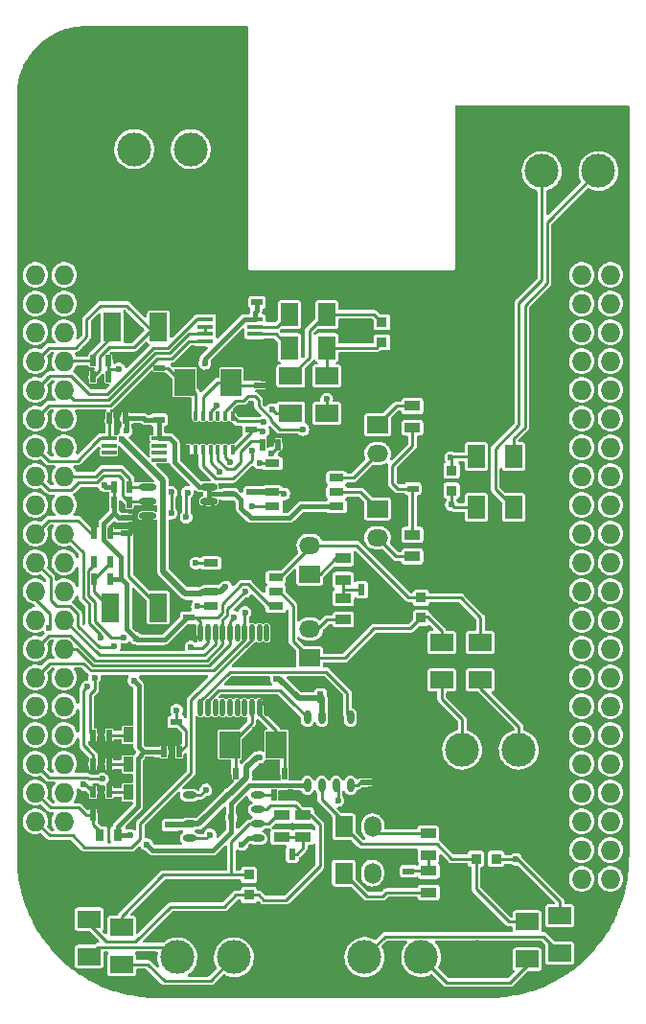
<source format=gbr>
%TF.GenerationSoftware,KiCad,Pcbnew,5.99.0-unknown-b63c482347~127~ubuntu20.04.1*%
%TF.CreationDate,2021-04-29T12:01:30+02:00*%
%TF.ProjectId,bbb-can-bus-cape,6262622d-6361-46e2-9d62-75732d636170,rev?*%
%TF.SameCoordinates,Original*%
%TF.FileFunction,Copper,L1,Top*%
%TF.FilePolarity,Positive*%
%FSLAX46Y46*%
G04 Gerber Fmt 4.6, Leading zero omitted, Abs format (unit mm)*
G04 Created by KiCad (PCBNEW 5.99.0-unknown-b63c482347~127~ubuntu20.04.1) date 2021-04-29 12:01:30*
%MOMM*%
%LPD*%
G01*
G04 APERTURE LIST*
%TA.AperFunction,ComponentPad*%
%ADD10R,1.727200X1.727200*%
%TD*%
%TA.AperFunction,ComponentPad*%
%ADD11O,1.727200X1.727200*%
%TD*%
%TA.AperFunction,SMDPad,CuDef*%
%ADD12R,0.600000X1.000000*%
%TD*%
%TA.AperFunction,SMDPad,CuDef*%
%ADD13R,2.032000X1.524000*%
%TD*%
%TA.AperFunction,SMDPad,CuDef*%
%ADD14R,1.000000X0.600000*%
%TD*%
%TA.AperFunction,SMDPad,CuDef*%
%ADD15R,1.450000X0.450000*%
%TD*%
%TA.AperFunction,SMDPad,CuDef*%
%ADD16R,0.889000X1.397000*%
%TD*%
%TA.AperFunction,SMDPad,CuDef*%
%ADD17R,1.600000X2.500000*%
%TD*%
%TA.AperFunction,SMDPad,CuDef*%
%ADD18R,0.914400X0.914400*%
%TD*%
%TA.AperFunction,ComponentPad*%
%ADD19C,3.000000*%
%TD*%
%TA.AperFunction,SMDPad,CuDef*%
%ADD20R,1.397000X0.889000*%
%TD*%
%TA.AperFunction,SMDPad,CuDef*%
%ADD21R,0.340000X0.810000*%
%TD*%
%TA.AperFunction,SMDPad,CuDef*%
%ADD22R,4.200000X1.600000*%
%TD*%
%TA.AperFunction,SMDPad,CuDef*%
%ADD23R,1.900000X2.400000*%
%TD*%
%TA.AperFunction,ComponentPad*%
%ADD24R,1.524000X1.850000*%
%TD*%
%TA.AperFunction,ComponentPad*%
%ADD25O,1.524000X1.850000*%
%TD*%
%TA.AperFunction,SMDPad,CuDef*%
%ADD26R,1.400000X0.400000*%
%TD*%
%TA.AperFunction,SMDPad,CuDef*%
%ADD27R,0.800000X1.000000*%
%TD*%
%TA.AperFunction,ComponentPad*%
%ADD28R,1.850000X1.524000*%
%TD*%
%TA.AperFunction,ComponentPad*%
%ADD29O,1.850000X1.524000*%
%TD*%
%TA.AperFunction,SMDPad,CuDef*%
%ADD30R,1.310000X0.650000*%
%TD*%
%TA.AperFunction,SMDPad,CuDef*%
%ADD31R,1.524000X2.032000*%
%TD*%
%TA.AperFunction,SMDPad,CuDef*%
%ADD32O,1.198880X0.599440*%
%TD*%
%TA.AperFunction,SMDPad,CuDef*%
%ADD33O,1.550000X0.600000*%
%TD*%
%TA.AperFunction,SMDPad,CuDef*%
%ADD34O,0.599440X1.198880*%
%TD*%
%TA.AperFunction,SMDPad,CuDef*%
%ADD35O,0.450000X1.600200*%
%TD*%
%TA.AperFunction,ViaPad*%
%ADD36C,0.600000*%
%TD*%
%TA.AperFunction,Conductor*%
%ADD37C,0.508000*%
%TD*%
%TA.AperFunction,Conductor*%
%ADD38C,0.250000*%
%TD*%
%TA.AperFunction,Conductor*%
%ADD39C,0.254000*%
%TD*%
%TA.AperFunction,Conductor*%
%ADD40C,0.381000*%
%TD*%
G04 APERTURE END LIST*
D10*
%TO.P,P8,1,Pin_1*%
%TO.N,GND*%
X164630100Y-62382400D03*
D11*
%TO.P,P8,2,Pin_2*%
X167170100Y-62382400D03*
%TO.P,P8,3,Pin_3*%
%TO.N,N/C*%
X164630100Y-64922400D03*
%TO.P,P8,4,Pin_4*%
X167170100Y-64922400D03*
%TO.P,P8,5,Pin_5*%
X164630100Y-67462400D03*
%TO.P,P8,6,Pin_6*%
X167170100Y-67462400D03*
%TO.P,P8,7,Pin_7*%
X164630100Y-70002400D03*
%TO.P,P8,8,Pin_8*%
X167170100Y-70002400D03*
%TO.P,P8,9,Pin_9*%
X164630100Y-72542400D03*
%TO.P,P8,10,Pin_10*%
X167170100Y-72542400D03*
%TO.P,P8,11,Pin_11*%
X164630100Y-75082400D03*
%TO.P,P8,12,Pin_12*%
X167170100Y-75082400D03*
%TO.P,P8,13,Pin_13*%
X164630100Y-77622400D03*
%TO.P,P8,14,Pin_14*%
X167170100Y-77622400D03*
%TO.P,P8,15,Pin_15*%
X164630100Y-80162400D03*
%TO.P,P8,16,Pin_16*%
X167170100Y-80162400D03*
%TO.P,P8,17,Pin_17*%
X164630100Y-82702400D03*
%TO.P,P8,18,Pin_18*%
X167170100Y-82702400D03*
%TO.P,P8,19,Pin_19*%
X164630100Y-85242400D03*
%TO.P,P8,20,Pin_20*%
X167170100Y-85242400D03*
%TO.P,P8,21,Pin_21*%
X164630100Y-87782400D03*
%TO.P,P8,22,Pin_22*%
X167170100Y-87782400D03*
%TO.P,P8,23,Pin_23*%
X164630100Y-90322400D03*
%TO.P,P8,24,Pin_24*%
X167170100Y-90322400D03*
%TO.P,P8,25,Pin_25*%
X164630100Y-92862400D03*
%TO.P,P8,26,Pin_26*%
X167170100Y-92862400D03*
%TO.P,P8,27,Pin_27*%
X164630100Y-95402400D03*
%TO.P,P8,28,Pin_28*%
X167170100Y-95402400D03*
%TO.P,P8,29,Pin_29*%
X164630100Y-97942400D03*
%TO.P,P8,30,Pin_30*%
X167170100Y-97942400D03*
%TO.P,P8,31,Pin_31*%
X164630100Y-100482400D03*
%TO.P,P8,32,Pin_32*%
X167170100Y-100482400D03*
%TO.P,P8,33,Pin_33*%
X164630100Y-103022400D03*
%TO.P,P8,34,Pin_34*%
X167170100Y-103022400D03*
%TO.P,P8,35,Pin_35*%
X164630100Y-105562400D03*
%TO.P,P8,36,Pin_36*%
X167170100Y-105562400D03*
%TO.P,P8,37,Pin_37*%
X164630100Y-108102400D03*
%TO.P,P8,38,Pin_38*%
X167170100Y-108102400D03*
%TO.P,P8,39,Pin_39*%
X164630100Y-110642400D03*
%TO.P,P8,40,Pin_40*%
X167170100Y-110642400D03*
%TO.P,P8,41,Pin_41*%
X164630100Y-113182400D03*
%TO.P,P8,42,Pin_42*%
X167170100Y-113182400D03*
%TO.P,P8,43,Pin_43*%
X164630100Y-115722400D03*
%TO.P,P8,44,Pin_44*%
X167170100Y-115722400D03*
%TO.P,P8,45,Pin_45*%
X164630100Y-118262400D03*
%TO.P,P8,46,Pin_46*%
X167170100Y-118262400D03*
%TD*%
D10*
%TO.P,P9,1,Pin_1*%
%TO.N,GND*%
X116370100Y-62382400D03*
D11*
%TO.P,P9,2,Pin_2*%
X118910100Y-62382400D03*
%TO.P,P9,3,Pin_3*%
%TO.N,3V3*%
X116370100Y-64922400D03*
%TO.P,P9,4,Pin_4*%
X118910100Y-64922400D03*
%TO.P,P9,5,Pin_5*%
%TO.N,5V*%
X116370100Y-67462400D03*
%TO.P,P9,6,Pin_6*%
X118910100Y-67462400D03*
%TO.P,P9,7,Pin_7*%
%TO.N,SYS_5V*%
X116370100Y-70002400D03*
%TO.P,P9,8,Pin_8*%
X118910100Y-70002400D03*
%TO.P,P9,9,Pin_9*%
%TO.N,/PWR_BUT*%
X116370100Y-72542400D03*
%TO.P,P9,10,Pin_10*%
%TO.N,/SYS_RESETN*%
X118910100Y-72542400D03*
%TO.P,P9,11,Pin_11*%
%TO.N,/UART4_RX*%
X116370100Y-75082400D03*
%TO.P,P9,12,Pin_12*%
%TO.N,/GPIO1_28*%
X118910100Y-75082400D03*
%TO.P,P9,13,Pin_13*%
%TO.N,/UART4_TX*%
X116370100Y-77622400D03*
%TO.P,P9,14,Pin_14*%
%TO.N,N/C*%
X118910100Y-77622400D03*
%TO.P,P9,15,Pin_15*%
%TO.N,Net-(P9-Pad15)*%
X116370100Y-80162400D03*
%TO.P,P9,16,Pin_16*%
%TO.N,N/C*%
X118910100Y-80162400D03*
%TO.P,P9,17,Pin_17*%
%TO.N,/I2C1_SCL*%
X116370100Y-82702400D03*
%TO.P,P9,18,Pin_18*%
%TO.N,/I2C1_SDA*%
X118910100Y-82702400D03*
%TO.P,P9,19,Pin_19*%
%TO.N,/DCAN0_RX*%
X116370100Y-85242400D03*
%TO.P,P9,20,Pin_20*%
%TO.N,/DCAN0_TX*%
X118910100Y-85242400D03*
%TO.P,P9,21,Pin_21*%
%TO.N,/GPIO0_3*%
X116370100Y-87782400D03*
%TO.P,P9,22,Pin_22*%
%TO.N,/GPIO0_2*%
X118910100Y-87782400D03*
%TO.P,P9,23,Pin_23*%
%TO.N,/GPIO1_17*%
X116370100Y-90322400D03*
%TO.P,P9,24,Pin_24*%
%TO.N,/DCAN1_RX*%
X118910100Y-90322400D03*
%TO.P,P9,25,Pin_25*%
%TO.N,/GPIO3_21*%
X116370100Y-92862400D03*
%TO.P,P9,26,Pin_26*%
%TO.N,/DCAN1_TX*%
X118910100Y-92862400D03*
%TO.P,P9,27,Pin_27*%
%TO.N,/Standalone Can BUS/CAN_~INT1~*%
X116370100Y-95402400D03*
%TO.P,P9,28,Pin_28*%
%TO.N,/SPI1_CS0*%
X118910100Y-95402400D03*
%TO.P,P9,29,Pin_29*%
%TO.N,/SPI1_MISO*%
X116370100Y-97942400D03*
%TO.P,P9,30,Pin_30*%
%TO.N,/SPI1_MOSI*%
X118910100Y-97942400D03*
%TO.P,P9,31,Pin_31*%
%TO.N,/SPI1_SCK*%
X116370100Y-100482400D03*
%TO.P,P9,32,Pin_32*%
%TO.N,N/C*%
X118910100Y-100482400D03*
%TO.P,P9,33,Pin_33*%
X116370100Y-103022400D03*
%TO.P,P9,34,Pin_34*%
X118910100Y-103022400D03*
%TO.P,P9,35,Pin_35*%
X116370100Y-105562400D03*
%TO.P,P9,36,Pin_36*%
X118910100Y-105562400D03*
%TO.P,P9,37,Pin_37*%
%TO.N,Net-(P9-Pad37)*%
X116370100Y-108102400D03*
%TO.P,P9,38,Pin_38*%
%TO.N,N/C*%
X118910100Y-108102400D03*
%TO.P,P9,39,Pin_39*%
%TO.N,/AN0*%
X116370100Y-110642400D03*
%TO.P,P9,40,Pin_40*%
%TO.N,N/C*%
X118910100Y-110642400D03*
%TO.P,P9,41,Pin_41*%
%TO.N,/GPIO0_20*%
X116370100Y-113182400D03*
%TO.P,P9,42,Pin_42*%
%TO.N,/SPI1_CS1*%
X118910100Y-113182400D03*
%TO.P,P9,43,Pin_43*%
%TO.N,GND*%
X116370100Y-115722400D03*
%TO.P,P9,44,Pin_44*%
X118910100Y-115722400D03*
%TO.P,P9,45,Pin_45*%
X116370100Y-118262400D03*
%TO.P,P9,46,Pin_46*%
X118910100Y-118262400D03*
%TD*%
D12*
%TO.P,R13,1*%
%TO.N,/GPIO1_17*%
X121470100Y-105562400D03*
%TO.P,R13,2*%
%TO.N,Net-(D10-Pad2)*%
X122870100Y-105562400D03*
%TD*%
%TO.P,R18,1*%
%TO.N,3V3*%
X124290100Y-77592400D03*
%TO.P,R18,2*%
%TO.N,Net-(P9-Pad15)*%
X122890100Y-77592400D03*
%TD*%
D13*
%TO.P,F5,1*%
%TO.N,Net-(D3-Pad2)*%
X162690100Y-121511400D03*
%TO.P,F5,2*%
%TO.N,/Standalone Can BUS/CAN_H0*%
X162690100Y-124813400D03*
%TD*%
D14*
%TO.P,C17,1*%
%TO.N,5V*%
X128290100Y-113492400D03*
%TO.P,C17,2*%
%TO.N,GND*%
X128290100Y-112092400D03*
%TD*%
D15*
%TO.P,U6,1,DQ*%
%TO.N,Net-(P9-Pad15)*%
X122860100Y-79337400D03*
%TO.P,U6,2,NC*%
%TO.N,N/C*%
X122860100Y-79987400D03*
%TO.P,U6,3,NC*%
X122860100Y-80637400D03*
%TO.P,U6,4,VSS*%
%TO.N,GND*%
X122860100Y-81287400D03*
%TO.P,U6,5,N*%
%TO.N,N/C*%
X127260100Y-81287400D03*
%TO.P,U6,6,NC*%
X127260100Y-80637400D03*
%TO.P,U6,7,NC*%
X127260100Y-79987400D03*
%TO.P,U6,8,VDD*%
%TO.N,3V3*%
X127260100Y-79337400D03*
%TD*%
D12*
%TO.P,R24,1*%
%TO.N,Net-(R24-Pad1)*%
X137450100Y-110882400D03*
%TO.P,R24,2*%
%TO.N,GND*%
X138850100Y-110882400D03*
%TD*%
%TO.P,R19,1*%
%TO.N,3V3*%
X123300100Y-83652400D03*
%TO.P,R19,2*%
%TO.N,/I2C1_SDA*%
X124700100Y-83652400D03*
%TD*%
D16*
%TO.P,D10,1,A*%
%TO.N,GND*%
X126462600Y-105552400D03*
%TO.P,D10,2,K*%
%TO.N,Net-(D10-Pad2)*%
X124557600Y-105552400D03*
%TD*%
D17*
%TO.P,Sw3,1*%
%TO.N,Net-(R28-Pad2)*%
X127210100Y-94302400D03*
%TO.P,Sw3,2*%
%TO.N,GND*%
X127210100Y-101802400D03*
%TD*%
D12*
%TO.P,R5,1*%
%TO.N,Net-(C8-Pad1)*%
X129100100Y-107072400D03*
%TO.P,R5,2*%
%TO.N,3V3*%
X127700100Y-107072400D03*
%TD*%
D18*
%TO.P,D4,1,I/O1*%
%TO.N,Net-(D4-Pad1)*%
X135234100Y-117913400D03*
%TO.P,D4,2,I/O2*%
%TO.N,Net-(D4-Pad2)*%
X135234100Y-119691400D03*
%TO.P,D4,3,GND*%
%TO.N,GND*%
X137266100Y-118802400D03*
%TD*%
D19*
%TO.P,P2,1*%
%TO.N,/CAN bus1/CAN_H*%
X159060100Y-106852400D03*
%TO.P,P2,2*%
%TO.N,/CAN bus1/CAN_L*%
X154060100Y-106852400D03*
%TO.P,P2,3*%
%TO.N,GND*%
X149060100Y-106852400D03*
%TD*%
D16*
%TO.P,D11,1,A*%
%TO.N,GND*%
X126462600Y-108142400D03*
%TO.P,D11,2,K*%
%TO.N,Net-(D11-Pad2)*%
X124557600Y-108142400D03*
%TD*%
D18*
%TO.P,D3,1,I/O1*%
%TO.N,Net-(D3-Pad1)*%
X155281100Y-116478400D03*
%TO.P,D3,2,I/O2*%
%TO.N,Net-(D3-Pad2)*%
X157059100Y-116478400D03*
%TO.P,D3,3,GND*%
%TO.N,GND*%
X156170100Y-114446400D03*
%TD*%
D20*
%TO.P,R9,1*%
%TO.N,Net-(P10-Pad1)*%
X151100100Y-119474900D03*
%TO.P,R9,2*%
%TO.N,Net-(C10-Pad1)*%
X151100100Y-117569900D03*
%TD*%
%TO.P,R2,1*%
%TO.N,Net-(C2-Pad1)*%
X149670100Y-87879900D03*
%TO.P,R2,2*%
%TO.N,Net-(P4-Pad2)*%
X149670100Y-89784900D03*
%TD*%
D14*
%TO.P,R8,1*%
%TO.N,Net-(R8-Pad1)*%
X145550100Y-109782400D03*
%TO.P,R8,2*%
%TO.N,GND*%
X145550100Y-111182400D03*
%TD*%
D12*
%TO.P,C18,1*%
%TO.N,Net-(C18-Pad1)*%
X139060100Y-116062400D03*
%TO.P,C18,2*%
%TO.N,GND*%
X137660100Y-116062400D03*
%TD*%
D21*
%TO.P,U8,1,TXCAN*%
%TO.N,Net-(U8-Pad1)*%
X133770100Y-77437400D03*
%TO.P,U8,2,RXCAN*%
%TO.N,Net-(U8-Pad2)*%
X133120100Y-77437400D03*
%TO.P,U8,3,CLKOUT*%
%TO.N,N/C*%
X132470100Y-77437400D03*
%TO.P,U8,4,~INT*%
%TO.N,/Standalone Can BUS/CAN_~INT1~*%
X131820100Y-77437400D03*
%TO.P,U8,5,OSC2*%
%TO.N,Net-(C15-Pad1)*%
X131170100Y-77437400D03*
%TO.P,U8,6,OSC1*%
%TO.N,Net-(C16-Pad1)*%
X130520100Y-77437400D03*
%TO.P,U8,7,GND*%
%TO.N,GND*%
X129870100Y-77437400D03*
%TO.P,U8,8,~INT1~/GPIO1*%
%TO.N,N/C*%
X129870100Y-80337400D03*
%TO.P,U8,9,~INT0~/GPIO0/XSTBY*%
X130520100Y-80337400D03*
%TO.P,U8,10,SCK*%
%TO.N,/SPI1_SCK*%
X131170100Y-80337400D03*
%TO.P,U8,11,SI*%
%TO.N,/SPI1_MOSI*%
X131820100Y-80337400D03*
%TO.P,U8,12,SO*%
%TO.N,Net-(R27-Pad2)*%
X132470100Y-80337400D03*
%TO.P,U8,13,~CS*%
%TO.N,/SPI1_CS1*%
X133120100Y-80337400D03*
%TO.P,U8,14,VDD*%
%TO.N,3V3*%
X133770100Y-80337400D03*
D22*
%TO.P,U8,EP,EP*%
%TO.N,GND*%
X131820100Y-78887400D03*
%TD*%
D23*
%TO.P,X1,1,1*%
%TO.N,Net-(C6-Pad1)*%
X133550100Y-106412400D03*
%TO.P,X1,2,2*%
%TO.N,Net-(C7-Pad1)*%
X137650099Y-106412400D03*
%TD*%
D24*
%TO.P,P11,1,1*%
%TO.N,Net-(D3-Pad1)*%
X143610100Y-113662400D03*
D25*
%TO.P,P11,2,2*%
%TO.N,Net-(P11-Pad2)*%
X146150100Y-113662400D03*
%TD*%
D12*
%TO.P,R29,1*%
%TO.N,3V3*%
X122970100Y-91762400D03*
%TO.P,R29,2*%
%TO.N,Net-(R29-Pad2)*%
X121570100Y-91762400D03*
%TD*%
D26*
%TO.P,U7,1,RO*%
%TO.N,/UART4_RX*%
X131360100Y-68847400D03*
%TO.P,U7,2,~RE*%
%TO.N,/GPIO1_28*%
X131360100Y-69497400D03*
%TO.P,U7,3,DE*%
X131360100Y-70147400D03*
%TO.P,U7,4,DI*%
%TO.N,/UART4_TX*%
X131360100Y-70797400D03*
%TO.P,U7,5,GND*%
%TO.N,GND*%
X135760100Y-70797400D03*
%TO.P,U7,6,A/Y*%
%TO.N,Net-(R21-Pad2)*%
X135760100Y-70147400D03*
%TO.P,U7,7,B/Z*%
%TO.N,Net-(R20-Pad2)*%
X135760100Y-69497400D03*
%TO.P,U7,8,VCC*%
%TO.N,3V3*%
X135760100Y-68847400D03*
%TD*%
D27*
%TO.P,NTC1,1*%
%TO.N,/AN0*%
X122070100Y-114362400D03*
%TO.P,NTC1,2*%
%TO.N,3V3*%
X123670100Y-114362400D03*
%TD*%
D13*
%TO.P,F8,1*%
%TO.N,Net-(D5-Pad1)*%
X142120100Y-73871400D03*
%TO.P,F8,2*%
%TO.N,/RS485/RS485_A*%
X142120100Y-77173400D03*
%TD*%
D20*
%TO.P,R1,1*%
%TO.N,Net-(P3-Pad1)*%
X149670100Y-76509900D03*
%TO.P,R1,2*%
%TO.N,Net-(C2-Pad1)*%
X149670100Y-78414900D03*
%TD*%
D19*
%TO.P,P7,1*%
%TO.N,/Standalone Can BUS/CAN_H0*%
X145430100Y-125162400D03*
%TO.P,P7,2*%
%TO.N,/Standalone Can BUS/CAN_L0*%
X150430100Y-125162400D03*
%TO.P,P7,3*%
%TO.N,GND*%
X155430100Y-125162400D03*
%TD*%
D12*
%TO.P,R12,1*%
%TO.N,3V3*%
X122840100Y-73962400D03*
%TO.P,R12,2*%
%TO.N,/PWR_BUT*%
X121440100Y-73962400D03*
%TD*%
D28*
%TO.P,P6,1,1*%
%TO.N,Net-(D2-Pad1)*%
X140600100Y-98762400D03*
D29*
%TO.P,P6,2,2*%
%TO.N,Net-(P6-Pad2)*%
X140600100Y-96222400D03*
%TD*%
D17*
%TO.P,Sw4,1*%
%TO.N,Net-(R29-Pad2)*%
X122940100Y-94302400D03*
%TO.P,Sw4,2*%
%TO.N,GND*%
X122940100Y-101802400D03*
%TD*%
D18*
%TO.P,D5,1,I/O1*%
%TO.N,Net-(D5-Pad1)*%
X146966100Y-70881400D03*
%TO.P,D5,2,I/O2*%
%TO.N,Net-(D5-Pad2)*%
X146966100Y-69103400D03*
%TO.P,D5,3,GND*%
%TO.N,GND*%
X144934100Y-69992400D03*
%TD*%
D13*
%TO.P,F7,1*%
%TO.N,Net-(D5-Pad2)*%
X138920100Y-73871400D03*
%TO.P,F7,2*%
%TO.N,/RS485/RS485_B*%
X138920100Y-77173400D03*
%TD*%
%TO.P,F4,1*%
%TO.N,Net-(D2-Pad1)*%
X152260100Y-97381400D03*
%TO.P,F4,2*%
%TO.N,/CAN bus1/CAN_L*%
X152260100Y-100683400D03*
%TD*%
D24*
%TO.P,P10,1,1*%
%TO.N,Net-(P10-Pad1)*%
X143590100Y-117752400D03*
D25*
%TO.P,P10,2,2*%
%TO.N,Net-(D3-Pad2)*%
X146130100Y-117752400D03*
%TD*%
D12*
%TO.P,R11,1*%
%TO.N,/AN0*%
X121480100Y-112632400D03*
%TO.P,R11,2*%
%TO.N,GND*%
X122880100Y-112632400D03*
%TD*%
D14*
%TO.P,C15,1*%
%TO.N,Net-(C15-Pad1)*%
X136160100Y-74672400D03*
%TO.P,C15,2*%
%TO.N,GND*%
X136160100Y-73272400D03*
%TD*%
D13*
%TO.P,F9,1*%
%TO.N,Net-(D4-Pad2)*%
X121090100Y-121811400D03*
%TO.P,F9,2*%
%TO.N,/Standalone Can BUS/CAN_H1*%
X121090100Y-125113400D03*
%TD*%
D28*
%TO.P,P3,1,1*%
%TO.N,Net-(P3-Pad1)*%
X146590100Y-78172400D03*
D29*
%TO.P,P3,2,2*%
%TO.N,Net-(D1-Pad2)*%
X146590100Y-80712400D03*
%TD*%
D30*
%TO.P,U2,1,TxD*%
%TO.N,/DCAN1_RX*%
X131895100Y-90387400D03*
%TO.P,U2,2,GND*%
%TO.N,GND*%
X131895100Y-91657400D03*
%TO.P,U2,3,VCC*%
%TO.N,5V*%
X131895100Y-92927400D03*
%TO.P,U2,4,RxD*%
%TO.N,/DCAN1_TX*%
X131895100Y-94197400D03*
%TO.P,U2,5,V33V*%
%TO.N,3V3*%
X137585100Y-94197400D03*
%TO.P,U2,6,CANL*%
%TO.N,Net-(D2-Pad1)*%
X137585100Y-92927400D03*
%TO.P,U2,7,CANH*%
%TO.N,Net-(D2-Pad2)*%
X137585100Y-91657400D03*
%TO.P,U2,8,INH*%
%TO.N,GND*%
X137585100Y-90387400D03*
%TD*%
D13*
%TO.P,F6,1*%
%TO.N,Net-(D3-Pad1)*%
X159810100Y-122061400D03*
%TO.P,F6,2*%
%TO.N,/Standalone Can BUS/CAN_L0*%
X159810100Y-125363400D03*
%TD*%
D31*
%TO.P,F2,1*%
%TO.N,Net-(D1-Pad1)*%
X155309100Y-85452400D03*
%TO.P,F2,2*%
%TO.N,/CAN bus0/CAN_L*%
X158611100Y-85452400D03*
%TD*%
D17*
%TO.P,Sw1,1*%
%TO.N,/PWR_BUT*%
X127230100Y-69562400D03*
%TO.P,Sw1,2*%
%TO.N,GND*%
X127230100Y-62062400D03*
%TD*%
D16*
%TO.P,D12,1,A*%
%TO.N,GND*%
X126462600Y-110632400D03*
%TO.P,D12,2,K*%
%TO.N,Net-(D12-Pad2)*%
X124557600Y-110632400D03*
%TD*%
D20*
%TO.P,R3,1*%
%TO.N,Net-(P5-Pad1)*%
X143540100Y-89959900D03*
%TO.P,R3,2*%
%TO.N,Net-(C4-Pad1)*%
X143540100Y-91864900D03*
%TD*%
D14*
%TO.P,C10,1*%
%TO.N,Net-(C10-Pad1)*%
X149340100Y-117582400D03*
%TO.P,C10,2*%
%TO.N,GND*%
X149340100Y-116182400D03*
%TD*%
D19*
%TO.P,P12,1*%
%TO.N,/RS485/RS485_A*%
X130090100Y-53832400D03*
%TO.P,P12,2*%
%TO.N,/RS485/RS485_B*%
X125090100Y-53832400D03*
%TO.P,P12,3*%
%TO.N,GND*%
X120090100Y-53832400D03*
%TD*%
D32*
%TO.P,U9,1,TXD*%
%TO.N,Net-(U8-Pad1)*%
X129980360Y-110887400D03*
%TO.P,U9,2,VSS*%
%TO.N,GND*%
X129980360Y-112157400D03*
%TO.P,U9,3,VDD*%
%TO.N,5V*%
X129980360Y-113427400D03*
%TO.P,U9,4,RXD*%
%TO.N,Net-(U8-Pad2)*%
X129980360Y-114697400D03*
%TO.P,U9,5,VREF*%
%TO.N,3V3*%
X135979840Y-114697400D03*
%TO.P,U9,6,CANL*%
%TO.N,Net-(D4-Pad1)*%
X135979840Y-113427400D03*
%TO.P,U9,7,CANH*%
%TO.N,Net-(D4-Pad2)*%
X135979840Y-112157400D03*
%TO.P,U9,8,RS*%
%TO.N,Net-(R24-Pad1)*%
X135979840Y-110887400D03*
%TD*%
D12*
%TO.P,R27,1*%
%TO.N,/SPI1_MISO*%
X137830100Y-79902400D03*
%TO.P,R27,2*%
%TO.N,Net-(R27-Pad2)*%
X136430100Y-79902400D03*
%TD*%
D14*
%TO.P,C8,1*%
%TO.N,Net-(C8-Pad1)*%
X128780100Y-104402400D03*
%TO.P,C8,2*%
%TO.N,GND*%
X128780100Y-105802400D03*
%TD*%
D31*
%TO.P,F1,1*%
%TO.N,Net-(D1-Pad2)*%
X155299100Y-80972400D03*
%TO.P,F1,2*%
%TO.N,/CAN bus0/CAN_H*%
X158601100Y-80972400D03*
%TD*%
D12*
%TO.P,R16,1*%
%TO.N,3V3*%
X122840100Y-72532400D03*
%TO.P,R16,2*%
%TO.N,/SYS_RESETN*%
X121440100Y-72532400D03*
%TD*%
%TO.P,C4,1*%
%TO.N,Net-(C4-Pad1)*%
X145170100Y-92742400D03*
%TO.P,C4,2*%
%TO.N,GND*%
X146570100Y-92742400D03*
%TD*%
%TO.P,R17,1*%
%TO.N,3V3*%
X123300100Y-85062400D03*
%TO.P,R17,2*%
%TO.N,/I2C1_SCL*%
X124700100Y-85062400D03*
%TD*%
D20*
%TO.P,R10,1*%
%TO.N,Net-(C10-Pad1)*%
X151070100Y-116154900D03*
%TO.P,R10,2*%
%TO.N,Net-(P11-Pad2)*%
X151070100Y-114249900D03*
%TD*%
D18*
%TO.P,D2,1,I/O1*%
%TO.N,Net-(D2-Pad1)*%
X150422100Y-95211400D03*
%TO.P,D2,2,I/O2*%
%TO.N,Net-(D2-Pad2)*%
X150422100Y-93433400D03*
%TO.P,D2,3,GND*%
%TO.N,GND*%
X148390100Y-94322400D03*
%TD*%
D14*
%TO.P,C5,1*%
%TO.N,3V3*%
X129880100Y-95192400D03*
%TO.P,C5,2*%
%TO.N,GND*%
X129880100Y-96592400D03*
%TD*%
D13*
%TO.P,F10,1*%
%TO.N,Net-(D4-Pad1)*%
X123970100Y-122521400D03*
%TO.P,F10,2*%
%TO.N,/Standalone Can BUS/CAN_L1*%
X123970100Y-125823400D03*
%TD*%
D14*
%TO.P,C2,1*%
%TO.N,Net-(C2-Pad1)*%
X149690100Y-83812400D03*
%TO.P,C2,2*%
%TO.N,GND*%
X149690100Y-82412400D03*
%TD*%
D12*
%TO.P,C6,1*%
%TO.N,Net-(C6-Pad1)*%
X134050100Y-108972400D03*
%TO.P,C6,2*%
%TO.N,GND*%
X132650100Y-108972400D03*
%TD*%
D17*
%TO.P,Sw2,1*%
%TO.N,/SYS_RESETN*%
X123140100Y-69562400D03*
%TO.P,Sw2,2*%
%TO.N,GND*%
X123140100Y-62062400D03*
%TD*%
D14*
%TO.P,C11,1*%
%TO.N,3V3*%
X127300100Y-77722400D03*
%TO.P,C11,2*%
%TO.N,GND*%
X127300100Y-76322400D03*
%TD*%
D31*
%TO.P,R21,1*%
%TO.N,Net-(D5-Pad1)*%
X142102100Y-71352400D03*
%TO.P,R21,2*%
%TO.N,Net-(R21-Pad2)*%
X138800100Y-71352400D03*
%TD*%
D12*
%TO.P,R15,1*%
%TO.N,/GPIO3_21*%
X121470100Y-110632400D03*
%TO.P,R15,2*%
%TO.N,Net-(D12-Pad2)*%
X122870100Y-110632400D03*
%TD*%
%TO.P,C9,1*%
%TO.N,5V*%
X141540100Y-102202400D03*
%TO.P,C9,2*%
%TO.N,GND*%
X142940100Y-102202400D03*
%TD*%
%TO.P,R30,1*%
%TO.N,Net-(R28-Pad2)*%
X122970100Y-87772400D03*
%TO.P,R30,2*%
%TO.N,/GPIO0_3*%
X121570100Y-87772400D03*
%TD*%
D13*
%TO.P,F3,1*%
%TO.N,Net-(D2-Pad2)*%
X155670100Y-97381400D03*
%TO.P,F3,2*%
%TO.N,/CAN bus1/CAN_H*%
X155670100Y-100683400D03*
%TD*%
D28*
%TO.P,P4,1,1*%
%TO.N,Net-(D1-Pad1)*%
X146570100Y-85582400D03*
D29*
%TO.P,P4,2,2*%
%TO.N,Net-(P4-Pad2)*%
X146570100Y-88122400D03*
%TD*%
D14*
%TO.P,R28,1*%
%TO.N,3V3*%
X124390100Y-86372400D03*
%TO.P,R28,2*%
%TO.N,Net-(R28-Pad2)*%
X124390100Y-87772400D03*
%TD*%
D33*
%TO.P,U5,1,SDA*%
%TO.N,/I2C1_SDA*%
X126270100Y-83637400D03*
%TO.P,U5,2,SCL*%
%TO.N,/I2C1_SCL*%
X126270100Y-84907400D03*
%TO.P,U5,3,ALERT*%
%TO.N,N/C*%
X126270100Y-86177400D03*
%TO.P,U5,4,VSS*%
%TO.N,GND*%
X126270100Y-87447400D03*
%TO.P,U5,5,A2*%
X131670100Y-87447400D03*
%TO.P,U5,6,A1*%
X131670100Y-86177400D03*
%TO.P,U5,7,A0*%
%TO.N,3V3*%
X131670100Y-84907400D03*
%TO.P,U5,8,VDD*%
X131670100Y-83637400D03*
%TD*%
D12*
%TO.P,R14,1*%
%TO.N,/GPIO0_2*%
X121470100Y-108142400D03*
%TO.P,R14,2*%
%TO.N,Net-(D11-Pad2)*%
X122870100Y-108142400D03*
%TD*%
D28*
%TO.P,P5,1,1*%
%TO.N,Net-(P5-Pad1)*%
X140610100Y-91332400D03*
D29*
%TO.P,P5,2,2*%
%TO.N,Net-(D2-Pad2)*%
X140610100Y-88792400D03*
%TD*%
D34*
%TO.P,U4,1,TXD*%
%TO.N,Net-(U3-Pad1)*%
X144195100Y-104002660D03*
%TO.P,U4,2,VSS*%
%TO.N,GND*%
X142925100Y-104002660D03*
%TO.P,U4,3,VDD*%
%TO.N,5V*%
X141655100Y-104002660D03*
%TO.P,U4,4,RXD*%
%TO.N,Net-(U3-Pad2)*%
X140385100Y-104002660D03*
%TO.P,U4,5,VREF*%
%TO.N,3V3*%
X140385100Y-110002140D03*
%TO.P,U4,6,CANL*%
%TO.N,Net-(D3-Pad1)*%
X141655100Y-110002140D03*
%TO.P,U4,7,CANH*%
%TO.N,Net-(D3-Pad2)*%
X142925100Y-110002140D03*
%TO.P,U4,8,RS*%
%TO.N,Net-(R8-Pad1)*%
X144195100Y-110002140D03*
%TD*%
D20*
%TO.P,R25,1*%
%TO.N,Net-(D4-Pad2)*%
X140020100Y-112659900D03*
%TO.P,R25,2*%
%TO.N,Net-(C18-Pad1)*%
X140020100Y-114564900D03*
%TD*%
%TO.P,R26,1*%
%TO.N,Net-(C18-Pad1)*%
X138100100Y-114564900D03*
%TO.P,R26,2*%
%TO.N,Net-(D4-Pad1)*%
X138100100Y-112659900D03*
%TD*%
D19*
%TO.P,P1,1*%
%TO.N,/CAN bus0/CAN_H*%
X166090100Y-55762400D03*
%TO.P,P1,2*%
%TO.N,/CAN bus0/CAN_L*%
X161090100Y-55762400D03*
%TO.P,P1,3*%
%TO.N,GND*%
X156090100Y-55762400D03*
%TD*%
%TO.P,P15,1*%
%TO.N,/Standalone Can BUS/CAN_H1*%
X128900100Y-125192400D03*
%TO.P,P15,2*%
%TO.N,/Standalone Can BUS/CAN_L1*%
X133900100Y-125192400D03*
%TO.P,P15,3*%
%TO.N,GND*%
X138900100Y-125192400D03*
%TD*%
D14*
%TO.P,C14,1*%
%TO.N,3V3*%
X135430100Y-78562400D03*
%TO.P,C14,2*%
%TO.N,GND*%
X135430100Y-77162400D03*
%TD*%
D18*
%TO.P,D1,1,I/O1*%
%TO.N,Net-(D1-Pad1)*%
X153116100Y-83991400D03*
%TO.P,D1,2,I/O2*%
%TO.N,Net-(D1-Pad2)*%
X153116100Y-82213400D03*
%TO.P,D1,3,GND*%
%TO.N,GND*%
X151084100Y-83102400D03*
%TD*%
D20*
%TO.P,R4,1*%
%TO.N,Net-(C4-Pad1)*%
X143560100Y-93449900D03*
%TO.P,R4,2*%
%TO.N,Net-(P6-Pad2)*%
X143560100Y-95354900D03*
%TD*%
D14*
%TO.P,C3,1*%
%TO.N,5V*%
X130190100Y-93062400D03*
%TO.P,C3,2*%
%TO.N,GND*%
X130190100Y-91662400D03*
%TD*%
D30*
%TO.P,U1,1,TxD*%
%TO.N,/DCAN0_TX*%
X137275100Y-81577400D03*
%TO.P,U1,2,GND*%
%TO.N,GND*%
X137275100Y-82847400D03*
%TO.P,U1,3,VCC*%
%TO.N,5V*%
X137275100Y-84117400D03*
%TO.P,U1,4,RxD*%
%TO.N,/DCAN0_RX*%
X137275100Y-85387400D03*
%TO.P,U1,5,V33V*%
%TO.N,3V3*%
X142965100Y-85387400D03*
%TO.P,U1,6,CANL*%
%TO.N,Net-(D1-Pad1)*%
X142965100Y-84117400D03*
%TO.P,U1,7,CANH*%
%TO.N,Net-(D1-Pad2)*%
X142965100Y-82847400D03*
%TO.P,U1,8,INH*%
%TO.N,GND*%
X142965100Y-81577400D03*
%TD*%
D12*
%TO.P,C7,1*%
%TO.N,Net-(C7-Pad1)*%
X138370100Y-108952400D03*
%TO.P,C7,2*%
%TO.N,GND*%
X136970100Y-108952400D03*
%TD*%
D35*
%TO.P,U3,1,TXCAN*%
%TO.N,Net-(U3-Pad1)*%
X130945100Y-103132400D03*
%TO.P,U3,2,RXCAN*%
%TO.N,Net-(U3-Pad2)*%
X131595100Y-103132400D03*
%TO.P,U3,3,CLKOUT*%
%TO.N,N/C*%
X132245100Y-103132400D03*
%TO.P,U3,4,~TX0RTS*%
X132895100Y-103132400D03*
%TO.P,U3,5,~TX1RTS*%
X133545100Y-103132400D03*
%TO.P,U3,6,NC*%
X134195100Y-103132400D03*
%TO.P,U3,7,~TX2RTS*%
X134845100Y-103132400D03*
%TO.P,U3,8,OSC2*%
%TO.N,Net-(C6-Pad1)*%
X135495100Y-103132400D03*
%TO.P,U3,9,OSC1*%
%TO.N,Net-(C7-Pad1)*%
X136145100Y-103132400D03*
%TO.P,U3,10,GND*%
%TO.N,GND*%
X136795100Y-103132400D03*
%TO.P,U3,11,~RX1BF*%
%TO.N,N/C*%
X136795100Y-96532400D03*
%TO.P,U3,12,~RX0BF*%
X136145100Y-96532400D03*
%TO.P,U3,13,~INT*%
%TO.N,/GPIO0_20*%
X135495100Y-96532400D03*
%TO.P,U3,14,SCK*%
%TO.N,/SPI1_SCK*%
X134845100Y-96532400D03*
%TO.P,U3,15,NC*%
%TO.N,N/C*%
X134195100Y-96532400D03*
%TO.P,U3,16,SI*%
%TO.N,/SPI1_MOSI*%
X133545100Y-96532400D03*
%TO.P,U3,17,SO*%
%TO.N,/SPI1_MISO*%
X132895100Y-96532400D03*
%TO.P,U3,18,~CS*%
%TO.N,/SPI1_CS0*%
X132245100Y-96532400D03*
%TO.P,U3,19,~RST*%
%TO.N,Net-(C8-Pad1)*%
X131595100Y-96532400D03*
%TO.P,U3,20,VDD*%
%TO.N,3V3*%
X130945100Y-96532400D03*
%TD*%
D14*
%TO.P,C1,1*%
%TO.N,5V*%
X135470100Y-84132400D03*
%TO.P,C1,2*%
%TO.N,GND*%
X135470100Y-82732400D03*
%TD*%
%TO.P,C13,1*%
%TO.N,3V3*%
X135950100Y-67342400D03*
%TO.P,C13,2*%
%TO.N,GND*%
X135950100Y-65942400D03*
%TD*%
D31*
%TO.P,R20,1*%
%TO.N,Net-(D5-Pad2)*%
X142102100Y-68412400D03*
%TO.P,R20,2*%
%TO.N,Net-(R20-Pad2)*%
X138800100Y-68412400D03*
%TD*%
D23*
%TO.P,X2,1,1*%
%TO.N,Net-(C15-Pad1)*%
X133660100Y-74402400D03*
%TO.P,X2,2,2*%
%TO.N,Net-(C16-Pad1)*%
X129560101Y-74402400D03*
%TD*%
D14*
%TO.P,C16,1*%
%TO.N,Net-(C16-Pad1)*%
X127330100Y-73162400D03*
%TO.P,C16,2*%
%TO.N,GND*%
X127330100Y-74562400D03*
%TD*%
D12*
%TO.P,R31,1*%
%TO.N,Net-(R29-Pad2)*%
X122970100Y-90302400D03*
%TO.P,R31,2*%
%TO.N,Net-(P9-Pad37)*%
X121570100Y-90302400D03*
%TD*%
D14*
%TO.P,C12,1*%
%TO.N,3V3*%
X133500100Y-84282400D03*
%TO.P,C12,2*%
%TO.N,GND*%
X133500100Y-85682400D03*
%TD*%
D36*
%TO.N,5V*%
X138310100Y-84282400D03*
X133170100Y-92492400D03*
X136174208Y-107521483D03*
X141390224Y-102305468D03*
X137630100Y-100592400D03*
X123985800Y-79436700D03*
%TO.N,GND*%
X135990100Y-109112400D03*
X125640100Y-94262400D03*
X120470100Y-94272400D03*
X137600100Y-117342400D03*
X127430100Y-105552400D03*
X127330100Y-60082400D03*
X125940100Y-79722400D03*
X129270100Y-83272400D03*
X135790100Y-105102400D03*
X137500916Y-102808503D03*
X130470100Y-116832400D03*
X121290100Y-77382400D03*
X136290100Y-82732400D03*
X134010100Y-90912400D03*
X126260100Y-88262400D03*
X127340100Y-116872400D03*
X143760100Y-69952400D03*
X127503036Y-75546846D03*
X143390100Y-97902400D03*
X130130100Y-81602400D03*
X122080100Y-85992400D03*
X125830100Y-74762400D03*
X134870100Y-99062400D03*
X133300100Y-68872400D03*
X125750100Y-82702400D03*
X135940100Y-90952400D03*
X120440100Y-73572400D03*
X129950100Y-71902400D03*
X125222287Y-82060213D03*
X123200100Y-60212400D03*
X129910100Y-101002400D03*
X139050100Y-113622400D03*
X144230100Y-99312400D03*
X128960100Y-88512400D03*
X121750100Y-69212400D03*
X120730100Y-71472400D03*
X121210100Y-81742400D03*
X125120100Y-87052400D03*
X132700100Y-113672400D03*
X127420100Y-108132400D03*
X136220100Y-88982400D03*
X128910100Y-97102400D03*
X134560100Y-111932400D03*
X143344110Y-96972400D03*
X130360100Y-119222400D03*
X124990100Y-117132400D03*
X132960100Y-87452400D03*
X127440100Y-110642400D03*
X125330100Y-76212400D03*
X123920100Y-112242400D03*
X134520100Y-83612400D03*
X129650100Y-87582400D03*
X125662090Y-69824390D03*
X135430100Y-76282400D03*
X120740100Y-84032400D03*
X134700100Y-65832400D03*
X136120100Y-100762400D03*
X141050100Y-86722400D03*
X151070100Y-84252400D03*
X124920100Y-70452400D03*
X137240100Y-68312400D03*
X128480100Y-77432400D03*
X147000100Y-93712400D03*
X140500100Y-67562400D03*
X118240100Y-101712400D03*
X156200100Y-113262400D03*
X141050100Y-82052400D03*
X130830100Y-100502400D03*
X148630100Y-82392400D03*
X134410100Y-100762400D03*
X140660100Y-83872400D03*
X140330100Y-111422400D03*
X126620100Y-91882400D03*
X122210100Y-103992400D03*
X126170100Y-124982400D03*
X135830100Y-71662400D03*
X134050100Y-104502400D03*
X124560100Y-72022400D03*
X121900100Y-84162400D03*
%TO.N,Net-(D1-Pad2)*%
X153040100Y-81072400D03*
%TO.N,3V3*%
X126210100Y-115252400D03*
X131320100Y-72742400D03*
X124710100Y-114432400D03*
X125226538Y-97017299D03*
X125060100Y-100762400D03*
X133650100Y-112822400D03*
X122440100Y-83522400D03*
X134600100Y-115242400D03*
X124390100Y-78672400D03*
X136470100Y-78742400D03*
X123730100Y-73232400D03*
%TO.N,Net-(C8-Pad1)*%
X130120100Y-97782400D03*
X128850100Y-103362400D03*
%TO.N,Net-(D1-Pad1)*%
X153110100Y-85222400D03*
%TO.N,Net-(D3-Pad2)*%
X143080100Y-111342400D03*
X158790100Y-116532400D03*
%TO.N,/DCAN0_RX*%
X135470100Y-85382400D03*
%TO.N,/DCAN0_TX*%
X136160100Y-81512400D03*
%TO.N,/DCAN1_RX*%
X130530100Y-90382400D03*
%TO.N,/SPI1_MISO*%
X137230100Y-80682400D03*
X134890100Y-92882400D03*
%TO.N,/SPI1_MOSI*%
X132617421Y-82298270D03*
X133912088Y-95178699D03*
%TO.N,/SPI1_SCK*%
X134870100Y-94742400D03*
X135464610Y-80418996D03*
%TO.N,/DCAN1_TX*%
X130680100Y-94192400D03*
%TO.N,/RS485/RS485_B*%
X137250100Y-76812400D03*
%TO.N,/RS485/RS485_A*%
X142100100Y-75902400D03*
%TO.N,/Standalone Can BUS/CAN_~INT1~*%
X128373610Y-85952400D03*
X128373610Y-84122400D03*
X132340100Y-76432400D03*
%TO.N,/SPI1_CS1*%
X129787090Y-84139390D03*
X133570100Y-81462400D03*
X129690100Y-86322400D03*
%TO.N,Net-(U8-Pad2)*%
X140000100Y-78582400D03*
X131790100Y-114372400D03*
%TO.N,Net-(U8-Pad1)*%
X131409789Y-110419519D03*
X136560100Y-77942400D03*
%TO.N,/GPIO1_17*%
X123330100Y-97712400D03*
X121583410Y-100502679D03*
%TO.N,/GPIO3_21*%
X117580100Y-96112400D03*
X120611288Y-109915011D03*
%TO.N,/GPIO0_2*%
X120930100Y-101302400D03*
X122145642Y-96926858D03*
%TO.N,Net-(P9-Pad37)*%
X124179178Y-96945748D03*
X122290100Y-109442400D03*
%TD*%
D37*
%TO.N,5V*%
X137275100Y-84117400D02*
X135485100Y-84117400D01*
D38*
X129915360Y-113492400D02*
X129980360Y-113427400D01*
D37*
X129600100Y-93062400D02*
X130190100Y-93062400D01*
X131125100Y-92927400D02*
X131895100Y-92927400D01*
X130990100Y-93062400D02*
X131125100Y-92927400D01*
X136174208Y-107521483D02*
X135941017Y-107521483D01*
X127620100Y-83071000D02*
X127620100Y-91082400D01*
X123985800Y-79436700D02*
X127620100Y-83071000D01*
X130750838Y-113427400D02*
X129980360Y-113427400D01*
X124034400Y-79436700D02*
X123985800Y-79436700D01*
X132735100Y-92927400D02*
X133170100Y-92492400D01*
X141540100Y-102202400D02*
X141650100Y-102312400D01*
X127620100Y-91082400D02*
X129600100Y-93062400D01*
D38*
X141493292Y-102202400D02*
X141390224Y-102305468D01*
D37*
X137630100Y-100592400D02*
X137910100Y-100592400D01*
X128290100Y-113492400D02*
X129915360Y-113492400D01*
X141650100Y-103997660D02*
X141655100Y-104002660D01*
X135032969Y-109299851D02*
X133587551Y-110745269D01*
X135941017Y-107521483D02*
X135032969Y-108429531D01*
D39*
X137275100Y-84117400D02*
X138145100Y-84117400D01*
D37*
X133432969Y-110745269D02*
X130750838Y-113427400D01*
X131895100Y-92927400D02*
X132735100Y-92927400D01*
X139623168Y-102305468D02*
X141390224Y-102305468D01*
X141650100Y-102312400D02*
X141650100Y-103997660D01*
X135032969Y-108429531D02*
X135032969Y-109299851D01*
D39*
X135485100Y-84117400D02*
X135470100Y-84132400D01*
D37*
X130190100Y-93062400D02*
X130990100Y-93062400D01*
X137910100Y-100592400D02*
X139623168Y-102305468D01*
D39*
X138145100Y-84117400D02*
X138310100Y-84282400D01*
D37*
X133587551Y-110745269D02*
X133432969Y-110745269D01*
D38*
X141540100Y-102202400D02*
X141493292Y-102202400D01*
D39*
%TO.N,GND*%
X126462600Y-110632400D02*
X127430100Y-110632400D01*
D38*
X151084100Y-84238400D02*
X151070100Y-84252400D01*
D39*
X133460100Y-85682400D02*
X132965100Y-86177400D01*
X135950100Y-65942400D02*
X134810100Y-65942400D01*
X127410100Y-108142400D02*
X127420100Y-108132400D01*
D38*
X137266100Y-117676400D02*
X137600100Y-117342400D01*
X129980360Y-112157400D02*
X128355100Y-112157400D01*
X156170100Y-113292400D02*
X156200100Y-113262400D01*
D39*
X136290100Y-82732400D02*
X137160100Y-82732400D01*
D38*
X130195100Y-91657400D02*
X130190100Y-91662400D01*
D39*
X135470100Y-82732400D02*
X136290100Y-82732400D01*
D38*
X135430100Y-77162400D02*
X135430100Y-76282400D01*
D39*
X127300100Y-75749782D02*
X127310100Y-75739782D01*
D38*
X143800100Y-69992400D02*
X143760100Y-69952400D01*
D39*
X149690100Y-82412400D02*
X148650100Y-82412400D01*
X148650100Y-82412400D02*
X148630100Y-82392400D01*
D38*
X127330100Y-75373910D02*
X127503036Y-75546846D01*
X138850100Y-110882400D02*
X139790100Y-110882400D01*
X137177019Y-103132400D02*
X137500916Y-102808503D01*
D39*
X131670100Y-87447400D02*
X132955100Y-87447400D01*
D38*
X128355100Y-112157400D02*
X128290100Y-112092400D01*
D39*
X127430100Y-110632400D02*
X127440100Y-110642400D01*
D38*
X142925100Y-104002660D02*
X142925100Y-102217400D01*
X122880100Y-112632400D02*
X123530100Y-112632400D01*
D39*
X135760100Y-71592400D02*
X135830100Y-71662400D01*
D38*
X137660100Y-117282400D02*
X137660100Y-116062400D01*
D39*
X123160100Y-62392400D02*
X123160100Y-60252400D01*
X123160100Y-60252400D02*
X123200100Y-60212400D01*
X126462600Y-105552400D02*
X127430100Y-105552400D01*
X127250100Y-60162400D02*
X127330100Y-60082400D01*
D38*
X135990100Y-109112400D02*
X136810100Y-109112400D01*
X136810100Y-109112400D02*
X136970100Y-108952400D01*
D39*
X132955100Y-87447400D02*
X132960100Y-87452400D01*
D38*
X139790100Y-110882400D02*
X140330100Y-111422400D01*
X129420100Y-96592400D02*
X128910100Y-97102400D01*
X123530100Y-112632400D02*
X123920100Y-112242400D01*
X131895100Y-91657400D02*
X130195100Y-91657400D01*
D39*
X126462600Y-108142400D02*
X127410100Y-108142400D01*
X127300100Y-76322400D02*
X127300100Y-75749782D01*
X126270100Y-87447400D02*
X126270100Y-88252400D01*
X126270100Y-88252400D02*
X126260100Y-88262400D01*
X132965100Y-86177400D02*
X131670100Y-86177400D01*
D38*
X137600100Y-117342400D02*
X137660100Y-117282400D01*
X137266100Y-118802400D02*
X137266100Y-117676400D01*
D39*
X134810100Y-65942400D02*
X134700100Y-65832400D01*
D38*
X151084100Y-83102400D02*
X151084100Y-84238400D01*
X129880100Y-96592400D02*
X129420100Y-96592400D01*
X146570100Y-92742400D02*
X146570100Y-93282400D01*
D39*
X133500100Y-85682400D02*
X133460100Y-85682400D01*
D38*
X136795100Y-103132400D02*
X137177019Y-103132400D01*
X156170100Y-114446400D02*
X156170100Y-113292400D01*
X142925100Y-102217400D02*
X142940100Y-102202400D01*
D39*
X127250100Y-62392400D02*
X127250100Y-60162400D01*
X135760100Y-70797400D02*
X135760100Y-71592400D01*
X137160100Y-82732400D02*
X137275100Y-82847400D01*
D38*
X127330100Y-74562400D02*
X127330100Y-75373910D01*
X146570100Y-93282400D02*
X147000100Y-93712400D01*
D39*
X127300100Y-75749782D02*
X127503036Y-75546846D01*
D38*
X144934100Y-69992400D02*
X143800100Y-69992400D01*
D39*
%TO.N,Net-(C2-Pad1)*%
X147880100Y-83352400D02*
X148340100Y-83812400D01*
X149670100Y-80022400D02*
X147880100Y-81812400D01*
X147880100Y-81812400D02*
X147880100Y-83352400D01*
X149670100Y-87879900D02*
X149670100Y-83832400D01*
X148340100Y-83812400D02*
X149690100Y-83812400D01*
X149670100Y-83832400D02*
X149690100Y-83812400D01*
X149670100Y-78414900D02*
X149670100Y-80022400D01*
D38*
%TO.N,Net-(C4-Pad1)*%
X143560100Y-92652400D02*
X143650100Y-92742400D01*
X143560100Y-91884900D02*
X143540100Y-91864900D01*
X143560100Y-92652400D02*
X143560100Y-91884900D01*
X143560100Y-93449900D02*
X143560100Y-92652400D01*
X143650100Y-92742400D02*
X145170100Y-92742400D01*
D39*
%TO.N,Net-(D1-Pad2)*%
X142965100Y-82847400D02*
X144455100Y-82847400D01*
D38*
X153116100Y-81148400D02*
X153040100Y-81072400D01*
X153116100Y-82213400D02*
X153116100Y-81148400D01*
D39*
X144455100Y-82847400D02*
X146590100Y-80712400D01*
X153140100Y-80972400D02*
X153040100Y-81072400D01*
X155299100Y-80972400D02*
X153140100Y-80972400D01*
D38*
%TO.N,Net-(D2-Pad2)*%
X137915100Y-91657400D02*
X140610100Y-88962400D01*
X144700100Y-88792400D02*
X140610100Y-88792400D01*
X150422100Y-93433400D02*
X149341100Y-93433400D01*
X140610100Y-88962400D02*
X140610100Y-88792400D01*
X155670100Y-95172400D02*
X153931100Y-93433400D01*
X137585100Y-91657400D02*
X137915100Y-91657400D01*
X155670100Y-97381400D02*
X155670100Y-95172400D01*
X149341100Y-93433400D02*
X144700100Y-88792400D01*
X153931100Y-93433400D02*
X150422100Y-93433400D01*
%TO.N,Net-(D4-Pad2)*%
X122670100Y-123842400D02*
X125210100Y-123842400D01*
X128320100Y-120732400D02*
X133060100Y-120732400D01*
X141500100Y-113492400D02*
X141500100Y-117122400D01*
X133060100Y-120732400D02*
X134101100Y-119691400D01*
X140020100Y-112482400D02*
X139310100Y-111772400D01*
X135979840Y-112157400D02*
X136735100Y-112157400D01*
X121090100Y-122262400D02*
X122670100Y-123842400D01*
X125210100Y-123842400D02*
X128320100Y-120732400D01*
X136061100Y-119691400D02*
X135234100Y-119691400D01*
X136080100Y-119672400D02*
X136061100Y-119691400D01*
X140020100Y-112659900D02*
X140020100Y-112482400D01*
X140020100Y-112659900D02*
X140667600Y-112659900D01*
X140667600Y-112659900D02*
X141500100Y-113492400D01*
X141500100Y-117122400D02*
X138500100Y-120122400D01*
X136735100Y-112157400D02*
X137120100Y-111772400D01*
X134101100Y-119691400D02*
X135234100Y-119691400D01*
X137120100Y-111772400D02*
X139310100Y-111772400D01*
X121090100Y-121811400D02*
X121090100Y-122262400D01*
X136530100Y-120122400D02*
X136080100Y-119672400D01*
X138500100Y-120122400D02*
X136530100Y-120122400D01*
D39*
%TO.N,Net-(D5-Pad2)*%
X142000100Y-68412400D02*
X140550100Y-69862400D01*
X146275100Y-68412400D02*
X146966100Y-69103400D01*
X142102100Y-68412400D02*
X142000100Y-68412400D01*
X140550100Y-72241400D02*
X138920100Y-73871400D01*
X142102100Y-68412400D02*
X146275100Y-68412400D01*
X140550100Y-69862400D02*
X140550100Y-72241400D01*
D38*
%TO.N,/CAN bus0/CAN_L*%
X159070100Y-78172400D02*
X156970100Y-80272400D01*
X161090100Y-65382400D02*
X159070100Y-67402400D01*
X156970100Y-80272400D02*
X156970100Y-83811400D01*
X159070100Y-67402400D02*
X159070100Y-78172400D01*
X161090100Y-55762400D02*
X161090100Y-65382400D01*
X156970100Y-83811400D02*
X158611100Y-85452400D01*
%TO.N,/CAN bus0/CAN_H*%
X161550100Y-60302400D02*
X161550100Y-65672400D01*
X161550100Y-65672400D02*
X159590100Y-67632400D01*
X158601100Y-79371400D02*
X159590100Y-78382400D01*
X166090100Y-55762400D02*
X161550100Y-60302400D01*
X158601100Y-80972400D02*
X158601100Y-79371400D01*
X159590100Y-67632400D02*
X159590100Y-78382400D01*
%TO.N,/CAN bus1/CAN_L*%
X154060100Y-104182400D02*
X152260100Y-102382400D01*
X152260100Y-102382400D02*
X152260100Y-100683400D01*
X154060100Y-106852400D02*
X154060100Y-104182400D01*
%TO.N,/CAN bus1/CAN_H*%
X159060100Y-104802400D02*
X159060100Y-106852400D01*
X155670100Y-101412400D02*
X159060100Y-104802400D01*
X155670100Y-100683400D02*
X155670100Y-101412400D01*
D39*
%TO.N,Net-(P3-Pad1)*%
X149670100Y-76509900D02*
X148252600Y-76509900D01*
X148252600Y-76509900D02*
X146590100Y-78172400D01*
%TO.N,Net-(P4-Pad2)*%
X149670100Y-89784900D02*
X148232600Y-89784900D01*
X148232600Y-89784900D02*
X146570100Y-88122400D01*
D38*
%TO.N,Net-(P5-Pad1)*%
X143540100Y-89959900D02*
X142902600Y-89959900D01*
X141530100Y-91332400D02*
X140610100Y-91332400D01*
X142902600Y-89959900D02*
X141530100Y-91332400D01*
%TO.N,Net-(P6-Pad2)*%
X142137600Y-95354900D02*
X143560100Y-95354900D01*
X141270100Y-96222400D02*
X142137600Y-95354900D01*
X140600100Y-96222400D02*
X141270100Y-96222400D01*
D40*
%TO.N,3V3*%
X130845100Y-83637400D02*
X128670100Y-81462400D01*
X127260100Y-77762400D02*
X127300100Y-77722400D01*
X142965100Y-85387400D02*
X139835100Y-85387400D01*
D39*
X122840100Y-73282400D02*
X122840100Y-73962400D01*
D40*
X126060100Y-77722400D02*
X125930100Y-77592400D01*
D38*
X137585100Y-94197400D02*
X137129377Y-94197400D01*
X132874611Y-93973612D02*
X132874611Y-94782009D01*
D40*
X124710100Y-114432400D02*
X123740100Y-114432400D01*
D38*
X130945100Y-96532400D02*
X130945100Y-95547400D01*
D40*
X128225100Y-79337400D02*
X127260100Y-79337400D01*
X127260100Y-79337400D02*
X127260100Y-77762400D01*
X122380100Y-86882400D02*
X123300100Y-85962400D01*
X133650100Y-112822400D02*
X133650100Y-114142400D01*
D38*
X123740100Y-114432400D02*
X123670100Y-114362400D01*
X135430100Y-78822400D02*
X133915100Y-80337400D01*
D40*
X123910100Y-89842400D02*
X122380100Y-88312400D01*
X135760100Y-68847400D02*
X135760100Y-68242400D01*
D38*
X132874611Y-94782009D02*
X132464220Y-95192400D01*
D40*
X135241450Y-110002140D02*
X133650100Y-111593489D01*
X123910100Y-91712400D02*
X123910100Y-89842400D01*
X132060100Y-115732400D02*
X126690100Y-115732400D01*
X125970100Y-107072400D02*
X125410100Y-107632400D01*
X123300100Y-83652400D02*
X122570100Y-83652400D01*
X135760100Y-68242400D02*
X135950100Y-68052400D01*
D38*
X137129377Y-94197400D02*
X135189866Y-92257889D01*
D40*
X128670100Y-81462400D02*
X128670100Y-79782400D01*
X133650100Y-114142400D02*
X132060100Y-115732400D01*
D38*
X133915100Y-80337400D02*
X133770100Y-80337400D01*
D40*
X123670100Y-114362400D02*
X123670100Y-113622400D01*
D39*
X122840100Y-72532400D02*
X122840100Y-73282400D01*
D40*
X131670100Y-84232400D02*
X131720100Y-84282400D01*
X134500100Y-85502400D02*
X134500100Y-84782400D01*
X125490100Y-106592400D02*
X125490100Y-101192400D01*
X125410100Y-107632400D02*
X125410100Y-111882400D01*
D38*
X134590334Y-92257889D02*
X132874611Y-93973612D01*
D40*
X126060100Y-77722400D02*
X127300100Y-77722400D01*
X140385100Y-110002140D02*
X135241450Y-110002140D01*
X135390100Y-86392400D02*
X134500100Y-85502400D01*
X125361639Y-97152400D02*
X125226538Y-97017299D01*
X128670100Y-79782400D02*
X128225100Y-79337400D01*
X127760100Y-97152400D02*
X125361639Y-97152400D01*
X122970100Y-91762400D02*
X123860100Y-91762400D01*
X135979840Y-114697400D02*
X135145100Y-114697400D01*
X135145100Y-114697400D02*
X134600100Y-115242400D01*
X134806100Y-68847400D02*
X131320100Y-72333400D01*
X123710100Y-86372400D02*
X123300100Y-85962400D01*
X131670100Y-84232400D02*
X131670100Y-83637400D01*
X127700100Y-107072400D02*
X125970100Y-107072400D01*
X123300100Y-85962400D02*
X123300100Y-85062400D01*
X122570100Y-83652400D02*
X122440100Y-83522400D01*
D38*
X130590100Y-95192400D02*
X129880100Y-95192400D01*
D39*
X123680100Y-73282400D02*
X123730100Y-73232400D01*
D40*
X133650100Y-111593489D02*
X133650100Y-112822400D01*
X129880100Y-95192400D02*
X129720100Y-95192400D01*
X138830100Y-86392400D02*
X135390100Y-86392400D01*
X123910100Y-91712400D02*
X124450100Y-92252400D01*
D38*
X136290100Y-78562400D02*
X136470100Y-78742400D01*
D40*
X131720100Y-84282400D02*
X133500100Y-84282400D01*
X134000100Y-84282400D02*
X134500100Y-84782400D01*
D38*
X135189866Y-92257889D02*
X134590334Y-92257889D01*
D40*
X122380100Y-88312400D02*
X122380100Y-86882400D01*
X125490100Y-101192400D02*
X125060100Y-100762400D01*
X131670100Y-83637400D02*
X130845100Y-83637400D01*
X123670100Y-113622400D02*
X124070100Y-113222400D01*
X124450100Y-92252400D02*
X124450100Y-96240861D01*
X126690100Y-115732400D02*
X126210100Y-115252400D01*
D38*
X135430100Y-78562400D02*
X135430100Y-78822400D01*
D40*
X135950100Y-68052400D02*
X135950100Y-67342400D01*
X125930100Y-77592400D02*
X124290100Y-77592400D01*
D39*
X122840100Y-73282400D02*
X123680100Y-73282400D01*
D38*
X130945100Y-95957300D02*
X130945100Y-96532400D01*
D40*
X135760100Y-68847400D02*
X134806100Y-68847400D01*
X131670100Y-84907400D02*
X131670100Y-84232400D01*
X131320100Y-72333400D02*
X131320100Y-72742400D01*
X124390100Y-86372400D02*
X123710100Y-86372400D01*
X133500100Y-84282400D02*
X134000100Y-84282400D01*
D38*
X135430100Y-78562400D02*
X136290100Y-78562400D01*
D40*
X129720100Y-95192400D02*
X127760100Y-97152400D01*
X129720100Y-95192400D02*
X128380100Y-96532400D01*
X123860100Y-91762400D02*
X123910100Y-91712400D01*
D39*
X124390100Y-77692400D02*
X124290100Y-77592400D01*
D40*
X125970100Y-107072400D02*
X125490100Y-106592400D01*
X124390100Y-78672400D02*
X124390100Y-77692400D01*
D38*
X132464220Y-95192400D02*
X130590100Y-95192400D01*
D39*
X123300100Y-83652400D02*
X123300100Y-85062400D01*
D40*
X124450100Y-96240861D02*
X125226538Y-97017299D01*
X125410100Y-111882400D02*
X124070100Y-113222400D01*
D39*
X122870100Y-73992400D02*
X122840100Y-73962400D01*
D38*
X130945100Y-95547400D02*
X130590100Y-95192400D01*
D40*
X139835100Y-85387400D02*
X138830100Y-86392400D01*
D38*
%TO.N,Net-(C6-Pad1)*%
X134050100Y-108972400D02*
X134050100Y-106912400D01*
X134050100Y-106912400D02*
X133550100Y-106412400D01*
X135495100Y-103132400D02*
X135495100Y-104467400D01*
X135495100Y-104467400D02*
X133550100Y-106412400D01*
%TO.N,Net-(C7-Pad1)*%
X136145100Y-103132400D02*
X136145100Y-103707500D01*
X136145100Y-103707500D02*
X137650099Y-105212499D01*
X138370100Y-108952400D02*
X138370100Y-107132401D01*
X138370100Y-107132401D02*
X137650099Y-106412400D01*
X137650099Y-105212499D02*
X137650099Y-106412400D01*
%TO.N,Net-(C8-Pad1)*%
X129670100Y-105162400D02*
X128910100Y-104402400D01*
X129670100Y-106502400D02*
X129670100Y-105162400D01*
X131595100Y-96532400D02*
X131595100Y-97397400D01*
X131140100Y-97852400D02*
X130190100Y-97852400D01*
X128850100Y-104332400D02*
X128780100Y-104402400D01*
X131595100Y-97397400D02*
X131140100Y-97852400D01*
X130190100Y-97852400D02*
X130120100Y-97782400D01*
X129100100Y-107072400D02*
X129670100Y-106502400D01*
X128850100Y-103362400D02*
X128850100Y-104332400D01*
X128910100Y-104402400D02*
X128780100Y-104402400D01*
%TO.N,Net-(C10-Pad1)*%
X151100100Y-117569900D02*
X149352600Y-117569900D01*
X149352600Y-117569900D02*
X149340100Y-117582400D01*
X151100100Y-116184900D02*
X151070100Y-116154900D01*
X151100100Y-117569900D02*
X151100100Y-116184900D01*
D39*
%TO.N,Net-(D1-Pad1)*%
X142965100Y-84117400D02*
X145105100Y-84117400D01*
X145105100Y-84117400D02*
X146570100Y-85582400D01*
X153340100Y-85452400D02*
X153110100Y-85222400D01*
X155309100Y-85452400D02*
X153340100Y-85452400D01*
X153110100Y-83997400D02*
X153116100Y-83991400D01*
X153110100Y-85222400D02*
X153110100Y-83997400D01*
D38*
%TO.N,Net-(C15-Pad1)*%
X131170100Y-77437400D02*
X131170100Y-75692400D01*
X132460100Y-74402400D02*
X133660100Y-74402400D01*
X131170100Y-75692400D02*
X132460100Y-74402400D01*
X136160100Y-74672400D02*
X133930100Y-74672400D01*
X133930100Y-74672400D02*
X133660100Y-74402400D01*
%TO.N,Net-(D2-Pad1)*%
X137915100Y-92927400D02*
X139120100Y-94132400D01*
X150501100Y-95132400D02*
X150422100Y-95211400D01*
X139120100Y-94132400D02*
X139120100Y-97282400D01*
X139120100Y-97282400D02*
X140600100Y-98762400D01*
X146290100Y-96152400D02*
X149481100Y-96152400D01*
X152260100Y-96382400D02*
X151010100Y-95132400D01*
X152260100Y-97381400D02*
X152260100Y-96382400D01*
X149481100Y-96152400D02*
X150422100Y-95211400D01*
X137585100Y-92927400D02*
X137915100Y-92927400D01*
X140600100Y-98762400D02*
X143680100Y-98762400D01*
X143680100Y-98762400D02*
X146290100Y-96152400D01*
X151010100Y-95132400D02*
X150501100Y-95132400D01*
%TO.N,Net-(C16-Pad1)*%
X130520100Y-75362399D02*
X129560101Y-74402400D01*
X130520100Y-77437400D02*
X130520100Y-75362399D01*
X129560101Y-74402400D02*
X129280100Y-74402400D01*
X128040100Y-73162400D02*
X127330100Y-73162400D01*
X129280100Y-74402400D02*
X128040100Y-73162400D01*
%TO.N,Net-(R8-Pad1)*%
X144820360Y-110002140D02*
X145040100Y-109782400D01*
X145040100Y-109782400D02*
X145550100Y-109782400D01*
X144195100Y-110002140D02*
X144820360Y-110002140D01*
%TO.N,Net-(D3-Pad1)*%
X153120720Y-116478400D02*
X155281100Y-116478400D01*
X143610100Y-113662400D02*
X145120100Y-115172400D01*
X143610100Y-113662400D02*
X143610100Y-113232400D01*
X151814720Y-115172400D02*
X153120720Y-116478400D01*
X155281100Y-119163400D02*
X158179100Y-122061400D01*
X141655100Y-111277400D02*
X141655100Y-110002140D01*
X145120100Y-115172400D02*
X151814720Y-115172400D01*
X155281100Y-116478400D02*
X155281100Y-119163400D01*
X143610100Y-113232400D02*
X141655100Y-111277400D01*
X158179100Y-122061400D02*
X159810100Y-122061400D01*
%TO.N,Net-(D3-Pad2)*%
X158790100Y-116532400D02*
X157113100Y-116532400D01*
X143080100Y-110157140D02*
X142925100Y-110002140D01*
X162690100Y-121511400D02*
X162690100Y-120242400D01*
X157113100Y-116532400D02*
X157059100Y-116478400D01*
X143080100Y-111342400D02*
X143080100Y-110157140D01*
X158980100Y-116532400D02*
X158790100Y-116532400D01*
X162690100Y-120242400D02*
X158980100Y-116532400D01*
%TO.N,Net-(P10-Pad1)*%
X151100100Y-119474900D02*
X147377600Y-119474900D01*
X147040100Y-119812400D02*
X145650100Y-119812400D01*
X147377600Y-119474900D02*
X147040100Y-119812400D01*
X145650100Y-119812400D02*
X143590100Y-117752400D01*
%TO.N,Net-(P11-Pad2)*%
X151070100Y-114249900D02*
X146737600Y-114249900D01*
X146737600Y-114249900D02*
X146150100Y-113662400D01*
D39*
%TO.N,/PWR_BUT*%
X122090100Y-67642400D02*
X120880100Y-68852400D01*
X117560211Y-71352289D02*
X116370100Y-72542400D01*
X121440100Y-73962400D02*
X122070100Y-73332400D01*
X124450100Y-67642400D02*
X122090100Y-67642400D01*
X122070100Y-73332400D02*
X122070100Y-72132400D01*
X119900211Y-71352289D02*
X117560211Y-71352289D01*
X122890100Y-71312400D02*
X125060100Y-71312400D01*
X120880100Y-70372400D02*
X119900211Y-71352289D01*
X126590100Y-69782400D02*
X124450100Y-67642400D01*
X122070100Y-72132400D02*
X122890100Y-71312400D01*
X125060100Y-71312400D02*
X126590100Y-69782400D01*
X120880100Y-68852400D02*
X120880100Y-70372400D01*
%TO.N,/SYS_RESETN*%
X121440100Y-72042400D02*
X123160100Y-70322400D01*
X118920100Y-72532400D02*
X118910100Y-72542400D01*
X121440100Y-72532400D02*
X121440100Y-72042400D01*
X121440100Y-72532400D02*
X118920100Y-72532400D01*
X123160100Y-70322400D02*
X123160100Y-69892400D01*
%TO.N,Net-(P9-Pad15)*%
X120059989Y-81352511D02*
X121655100Y-79757400D01*
X116370100Y-80162400D02*
X117560211Y-81352511D01*
D38*
X122860100Y-79337400D02*
X122075100Y-79337400D01*
D39*
X122870100Y-77802400D02*
X122860100Y-77792400D01*
D38*
X122890100Y-79307400D02*
X122860100Y-79337400D01*
X122890100Y-77592400D02*
X122890100Y-79307400D01*
D39*
X117560211Y-81352511D02*
X120059989Y-81352511D01*
D38*
X122075100Y-79337400D02*
X121655100Y-79757400D01*
D39*
%TO.N,/I2C1_SCL*%
X124855100Y-84907400D02*
X124700100Y-85062400D01*
X119210100Y-83922400D02*
X119530100Y-83922400D01*
X119210100Y-83922400D02*
X117590100Y-83922400D01*
X126270100Y-84907400D02*
X124855100Y-84907400D01*
X124700100Y-85062400D02*
X124040100Y-84402400D01*
X124040100Y-84402400D02*
X124040100Y-82972400D01*
X122380100Y-82642400D02*
X121775100Y-83247400D01*
X124040100Y-82972400D02*
X123710100Y-82642400D01*
X120205100Y-83247400D02*
X121775100Y-83247400D01*
X123710100Y-82642400D02*
X122380100Y-82642400D01*
X119530100Y-83922400D02*
X120205100Y-83247400D01*
X117590100Y-83922400D02*
X116370100Y-82702400D01*
%TO.N,/I2C1_SDA*%
X126270100Y-83637400D02*
X124715100Y-83637400D01*
X121678738Y-82702400D02*
X122262250Y-82118889D01*
X123927950Y-82118889D02*
X124700100Y-82891039D01*
X124700100Y-82891039D02*
X124700100Y-83652400D01*
X122262250Y-82118889D02*
X123927950Y-82118889D01*
X124715100Y-83637400D02*
X124700100Y-83652400D01*
X118910100Y-82702400D02*
X121678738Y-82702400D01*
%TO.N,/DCAN0_RX*%
X135470100Y-85382400D02*
X137270100Y-85382400D01*
X137270100Y-85382400D02*
X137275100Y-85387400D01*
%TO.N,/DCAN0_TX*%
X137275100Y-81577400D02*
X136225100Y-81577400D01*
X136225100Y-81577400D02*
X136160100Y-81512400D01*
D38*
%TO.N,/DCAN1_RX*%
X131890100Y-90382400D02*
X131895100Y-90387400D01*
X130530100Y-90382400D02*
X131890100Y-90382400D01*
%TO.N,/SPI1_CS0*%
X132245100Y-97582500D02*
X132245100Y-96532400D01*
X131302875Y-98524725D02*
X132245100Y-97582500D01*
X122032427Y-98524727D02*
X131302875Y-98524725D01*
X118910100Y-95402400D02*
X122032427Y-98524727D01*
%TO.N,/SPI1_MISO*%
X137830100Y-80082400D02*
X137230100Y-80682400D01*
X132895100Y-95397224D02*
X133324122Y-94968202D01*
X133324122Y-94448378D02*
X134890100Y-92882400D01*
X133324122Y-94968202D02*
X133324122Y-94448378D01*
X131503364Y-98974236D02*
X132895100Y-97582500D01*
X119425287Y-96754289D02*
X121645235Y-98974237D01*
X137830100Y-79902400D02*
X137830100Y-80082400D01*
X117558211Y-96754289D02*
X119425287Y-96754289D01*
X116370100Y-97942400D02*
X117558211Y-96754289D01*
X132895100Y-96532400D02*
X132895100Y-95397224D01*
X121645235Y-98974237D02*
X131503364Y-98974236D01*
X132895100Y-97582500D02*
X132895100Y-96532400D01*
%TO.N,/SPI1_MOSI*%
X133545100Y-97582500D02*
X131703853Y-99423747D01*
X121459042Y-99423748D02*
X119977694Y-97942400D01*
X133545100Y-96532400D02*
X133545100Y-95545687D01*
X133545100Y-95545687D02*
X133912088Y-95178699D01*
X131703853Y-99423747D02*
X121459042Y-99423748D01*
X119977694Y-97942400D02*
X118910100Y-97942400D01*
X131820100Y-81500949D02*
X132617421Y-82298270D01*
X133545100Y-96532400D02*
X133545100Y-97582500D01*
X131820100Y-80337400D02*
X131820100Y-81500949D01*
%TO.N,/SPI1_SCK*%
X131170100Y-80337400D02*
X131170100Y-81775211D01*
X132317660Y-82922771D02*
X133805433Y-82922771D01*
X134845100Y-94767400D02*
X134870100Y-94742400D01*
X131170100Y-81775211D02*
X132317660Y-82922771D01*
X132079342Y-99873258D02*
X134845100Y-97107500D01*
X121272848Y-99873258D02*
X132079342Y-99873258D01*
X116370100Y-100482400D02*
X117640100Y-99212400D01*
X120611990Y-99212400D02*
X121272848Y-99873258D01*
X117640100Y-99212400D02*
X120611990Y-99212400D01*
X134845100Y-97107500D02*
X134845100Y-96532400D01*
X135464610Y-81263594D02*
X135464610Y-80418996D01*
X133805433Y-82922771D02*
X135464610Y-81263594D01*
X134845100Y-96532400D02*
X134845100Y-94767400D01*
%TO.N,Net-(C18-Pad1)*%
X138100100Y-114564900D02*
X140020100Y-114564900D01*
X140020100Y-115502400D02*
X140020100Y-114564900D01*
X139060100Y-116062400D02*
X139460100Y-116062400D01*
X139460100Y-116062400D02*
X140020100Y-115502400D01*
%TO.N,Net-(D4-Pad1)*%
X123970100Y-122521400D02*
X123970100Y-121582400D01*
X133679100Y-117913400D02*
X135234100Y-117913400D01*
X135979840Y-113427400D02*
X135225100Y-113427400D01*
X135225100Y-113427400D02*
X133679100Y-114973400D01*
X127639100Y-117913400D02*
X133679100Y-117913400D01*
X123970100Y-121582400D02*
X127639100Y-117913400D01*
X137722600Y-112659900D02*
X136955100Y-113427400D01*
X138100100Y-112659900D02*
X137722600Y-112659900D01*
X136955100Y-113427400D02*
X135979840Y-113427400D01*
X133679100Y-114973400D02*
X133679100Y-117913400D01*
D39*
%TO.N,/AN0*%
X122070100Y-114092400D02*
X121480100Y-113502400D01*
X121480100Y-113502400D02*
X121480100Y-112632400D01*
X120190100Y-111972400D02*
X117700100Y-111972400D01*
X122070100Y-114362400D02*
X122070100Y-114092400D01*
X121480100Y-112632400D02*
X120850100Y-112632400D01*
X120850100Y-112632400D02*
X120190100Y-111972400D01*
X117700100Y-111972400D02*
X116370100Y-110642400D01*
%TO.N,Net-(D5-Pad1)*%
X142102100Y-73853400D02*
X142120100Y-73871400D01*
X142102100Y-71352400D02*
X146495100Y-71352400D01*
X142102100Y-71352400D02*
X142102100Y-73853400D01*
X146495100Y-71352400D02*
X146966100Y-70881400D01*
D38*
%TO.N,/GPIO0_20*%
X125630100Y-114722400D02*
X124850100Y-115502400D01*
X135495100Y-96532400D02*
X135495100Y-97107500D01*
X119640100Y-114422400D02*
X117610100Y-114422400D01*
X130119609Y-102482991D02*
X130119609Y-108878771D01*
X135495100Y-97107500D02*
X130119609Y-102482991D01*
X120720100Y-115502400D02*
X119640100Y-114422400D01*
X130119609Y-108878771D02*
X125630100Y-113368280D01*
X117610100Y-114422400D02*
X116370100Y-113182400D01*
X125630100Y-113368280D02*
X125630100Y-114722400D01*
X124850100Y-115502400D02*
X120720100Y-115502400D01*
D39*
%TO.N,Net-(D10-Pad2)*%
X122870100Y-105562400D02*
X124547600Y-105562400D01*
X124547600Y-105562400D02*
X124557600Y-105552400D01*
%TO.N,Net-(D11-Pad2)*%
X122870100Y-108142400D02*
X124557600Y-108142400D01*
%TO.N,Net-(D12-Pad2)*%
X122870100Y-110632400D02*
X124557600Y-110632400D01*
D38*
%TO.N,/DCAN1_TX*%
X131890100Y-94192400D02*
X131895100Y-94197400D01*
X130680100Y-94192400D02*
X131890100Y-94192400D01*
%TO.N,/RS485/RS485_B*%
X138920100Y-77173400D02*
X137611100Y-77173400D01*
X137611100Y-77173400D02*
X137250100Y-76812400D01*
%TO.N,/RS485/RS485_A*%
X142100100Y-75902400D02*
X142100100Y-77153400D01*
X142100100Y-77153400D02*
X142120100Y-77173400D01*
%TO.N,/Standalone Can BUS/CAN_H0*%
X147254611Y-123337889D02*
X145430100Y-125162400D01*
X162690100Y-124813400D02*
X161214589Y-123337889D01*
X161214589Y-123337889D02*
X147254611Y-123337889D01*
%TO.N,/Standalone Can BUS/CAN_L0*%
X159810100Y-125882400D02*
X158280100Y-127412400D01*
X158280100Y-127412400D02*
X152680100Y-127412400D01*
X159810100Y-125363400D02*
X159810100Y-125882400D01*
X152680100Y-127412400D02*
X150430100Y-125162400D01*
%TO.N,/Standalone Can BUS/CAN_H1*%
X121911589Y-124291911D02*
X127999609Y-124291909D01*
X127999609Y-124291909D02*
X128900100Y-125192400D01*
X121090100Y-125113400D02*
X121911589Y-124291911D01*
D39*
%TO.N,Net-(R20-Pad2)*%
X137715100Y-69497400D02*
X138800100Y-68412400D01*
X135760100Y-69497400D02*
X137715100Y-69497400D01*
%TO.N,Net-(R21-Pad2)*%
X137595100Y-70147400D02*
X138800100Y-71352400D01*
X135760100Y-70147400D02*
X137595100Y-70147400D01*
D38*
%TO.N,Net-(U3-Pad2)*%
X131595100Y-102557300D02*
X131595100Y-103132400D01*
X139094351Y-102711911D02*
X139073906Y-102711910D01*
X132575499Y-101576901D02*
X131595100Y-102557300D01*
X137938897Y-101576901D02*
X132575499Y-101576901D01*
X140385100Y-104002660D02*
X139094351Y-102711911D01*
X139073906Y-102711910D02*
X137938897Y-101576901D01*
%TO.N,Net-(U3-Pad1)*%
X143920100Y-103727660D02*
X143920100Y-101852400D01*
X133534501Y-99967899D02*
X130945100Y-102557300D01*
X144195100Y-104002660D02*
X143920100Y-103727660D01*
X130945100Y-102557300D02*
X130945100Y-103132400D01*
X142035599Y-99967899D02*
X133534501Y-99967899D01*
X143920100Y-101852400D02*
X142035599Y-99967899D01*
%TO.N,/Standalone Can BUS/CAN_L1*%
X127760100Y-127272400D02*
X131820100Y-127272400D01*
X131820100Y-127272400D02*
X133900100Y-125192400D01*
X126311100Y-125823400D02*
X127760100Y-127272400D01*
X123970100Y-125823400D02*
X126311100Y-125823400D01*
%TO.N,/UART4_RX*%
X121135100Y-75442400D02*
X122694916Y-75442400D01*
X116370100Y-75082400D02*
X117510100Y-73942400D01*
X130585100Y-68847400D02*
X131360100Y-68847400D01*
X122694916Y-75442400D02*
X126747938Y-71389378D01*
X119525100Y-73832400D02*
X121135100Y-75442400D01*
X116370100Y-75082400D02*
X117620100Y-73832400D01*
X126747938Y-71389378D02*
X128043122Y-71389378D01*
X117620100Y-73832400D02*
X119525100Y-73832400D01*
X128043122Y-71389378D02*
X130585100Y-68847400D01*
D39*
%TO.N,/GPIO1_28*%
X129923632Y-70147400D02*
X131360100Y-70147400D01*
X131360100Y-69497400D02*
X131360100Y-70147400D01*
X128230143Y-71840889D02*
X129923632Y-70147400D01*
X119773699Y-75945999D02*
X122829849Y-75945999D01*
X118910100Y-75082400D02*
X119773699Y-75945999D01*
X126934959Y-71840889D02*
X128230143Y-71840889D01*
X122829849Y-75945999D02*
X126934959Y-71840889D01*
D38*
%TO.N,/UART4_TX*%
X122980091Y-76434289D02*
X120931989Y-76434289D01*
X122980091Y-76434289D02*
X127091980Y-72322400D01*
X129925100Y-70797400D02*
X131360100Y-70797400D01*
X117558211Y-76434289D02*
X116370100Y-77622400D01*
X122980091Y-76434289D02*
X117558211Y-76434289D01*
X128400100Y-72322400D02*
X129925100Y-70797400D01*
X127091980Y-72322400D02*
X128400100Y-72322400D01*
%TO.N,/Standalone Can BUS/CAN_~INT1~*%
X131820100Y-77437400D02*
X131820100Y-76952400D01*
X128373610Y-84122400D02*
X128373610Y-85952400D01*
X131820100Y-76952400D02*
X132340100Y-76432400D01*
%TO.N,/SPI1_CS1*%
X129690100Y-84236380D02*
X129787090Y-84139390D01*
X133120100Y-81012400D02*
X133570100Y-81462400D01*
X129690100Y-86322400D02*
X129690100Y-84236380D01*
X133120100Y-80337400D02*
X133120100Y-81012400D01*
%TO.N,Net-(R24-Pad1)*%
X137450100Y-110882400D02*
X135984840Y-110882400D01*
X135984840Y-110882400D02*
X135979840Y-110887400D01*
%TO.N,Net-(R27-Pad2)*%
X132470100Y-81266456D02*
X132470100Y-80337400D01*
X136430100Y-79902400D02*
X136140100Y-79612400D01*
X134480100Y-81476662D02*
X133869861Y-82086901D01*
X134480100Y-80512400D02*
X134480100Y-81476662D01*
X135380100Y-79612400D02*
X134480100Y-80512400D01*
X133869861Y-82086901D02*
X133290545Y-82086901D01*
X136140100Y-79612400D02*
X135380100Y-79612400D01*
X133290545Y-82086901D02*
X132470100Y-81266456D01*
%TO.N,Net-(U8-Pad2)*%
X134040100Y-76032400D02*
X133120100Y-76952400D01*
X129980360Y-114697400D02*
X131465100Y-114697400D01*
X134040100Y-76032400D02*
X133465100Y-76607400D01*
X137184601Y-77642639D02*
X136054601Y-76512639D01*
X135729861Y-75657899D02*
X135140339Y-75657899D01*
X140000100Y-78582400D02*
X137966980Y-78582400D01*
X134765838Y-76032400D02*
X134040100Y-76032400D01*
X137966980Y-78582400D02*
X137184601Y-77800021D01*
X133120100Y-76952400D02*
X133120100Y-77437400D01*
X131465100Y-114697400D02*
X131790100Y-114372400D01*
X135140339Y-75657899D02*
X134765838Y-76032400D01*
X136054601Y-76512639D02*
X136054601Y-75982639D01*
X136054601Y-75982639D02*
X135729861Y-75657899D01*
X137184601Y-77800021D02*
X137184601Y-77642639D01*
%TO.N,Net-(U8-Pad1)*%
X129980360Y-110887400D02*
X130941908Y-110887400D01*
X136480100Y-77862400D02*
X134195100Y-77862400D01*
X130941908Y-110887400D02*
X131409789Y-110419519D01*
X136560100Y-77942400D02*
X136480100Y-77862400D01*
X134195100Y-77862400D02*
X133770100Y-77437400D01*
%TO.N,/GPIO1_17*%
X121160100Y-105252400D02*
X121160100Y-101996662D01*
X120098211Y-94867575D02*
X120098211Y-95911713D01*
X116370100Y-90322400D02*
X117710100Y-91662400D01*
X118220100Y-94152400D02*
X119383036Y-94152400D01*
X123230100Y-97812400D02*
X123330100Y-97712400D01*
X120098211Y-95911713D02*
X121998898Y-97812400D01*
X119383036Y-94152400D02*
X120098211Y-94867575D01*
X121998898Y-97812400D02*
X123230100Y-97812400D01*
X121583410Y-101573352D02*
X121583410Y-100502679D01*
X121470100Y-105562400D02*
X121160100Y-105252400D01*
X121160100Y-101996662D02*
X121583410Y-101573352D01*
X117710100Y-91662400D02*
X117710100Y-93642400D01*
X117710100Y-93642400D02*
X118220100Y-94152400D01*
D39*
%TO.N,/GPIO3_21*%
X121460100Y-110642400D02*
X121470100Y-110632400D01*
D38*
X121470100Y-110632400D02*
X120752711Y-109915011D01*
X116370100Y-92862400D02*
X116370100Y-93592400D01*
X117660100Y-96032400D02*
X117580100Y-96112400D01*
X117660100Y-94882400D02*
X117660100Y-96032400D01*
X120752711Y-109915011D02*
X120611288Y-109915011D01*
X116370100Y-93592400D02*
X117660100Y-94882400D01*
D39*
%TO.N,Net-(R28-Pad2)*%
X124610100Y-91532400D02*
X124610100Y-87992400D01*
X127210100Y-94302400D02*
X127210100Y-94132400D01*
X124390100Y-87772400D02*
X122970100Y-87772400D01*
X127210100Y-94132400D02*
X124610100Y-91532400D01*
X124610100Y-87992400D02*
X124390100Y-87772400D01*
%TO.N,Net-(R29-Pad2)*%
X121570100Y-92932400D02*
X122940100Y-94302400D01*
X122970100Y-90362400D02*
X121570100Y-91762400D01*
X121570100Y-91762400D02*
X121570100Y-92932400D01*
X122970100Y-90302400D02*
X122970100Y-90362400D01*
D38*
%TO.N,/GPIO0_3*%
X117558211Y-86594289D02*
X116370100Y-87782400D01*
X120121989Y-86594289D02*
X117558211Y-86594289D01*
X121300100Y-87772400D02*
X120121989Y-86594289D01*
X121570100Y-87772400D02*
X121300100Y-87772400D01*
D39*
%TO.N,/GPIO0_2*%
X120558590Y-93440890D02*
X121120100Y-94002400D01*
X120610100Y-101812400D02*
X120610100Y-101622400D01*
X121470100Y-107342400D02*
X121010100Y-106882400D01*
X118910100Y-87782400D02*
X120558590Y-89430890D01*
X120558590Y-89430890D02*
X120558590Y-93440890D01*
X122145642Y-96737942D02*
X122145642Y-96926858D01*
X121120100Y-95712400D02*
X122145642Y-96737942D01*
X121470100Y-108142400D02*
X121470100Y-107342400D01*
X120610100Y-106482400D02*
X120610100Y-101812400D01*
X121120100Y-94002400D02*
X121120100Y-95712400D01*
X121010100Y-106882400D02*
X120610100Y-106482400D01*
X120610100Y-101622400D02*
X120930100Y-101302400D01*
X121430100Y-108102400D02*
X121470100Y-108142400D01*
D38*
%TO.N,Net-(P9-Pad37)*%
X121587231Y-95485269D02*
X123047710Y-96945748D01*
X121570100Y-90502400D02*
X121010110Y-91062390D01*
X121010110Y-91062390D02*
X121010110Y-93242410D01*
X121570100Y-90302400D02*
X121570100Y-90502400D01*
X121070100Y-109442400D02*
X120918211Y-109290511D01*
X120918211Y-109290511D02*
X117558211Y-109290511D01*
X121010110Y-93242410D02*
X121587231Y-93819531D01*
X117558211Y-109290511D02*
X116370100Y-108102400D01*
X121587231Y-93819531D02*
X121587231Y-95485269D01*
X123047710Y-96945748D02*
X124179178Y-96945748D01*
X122290100Y-109442400D02*
X121070100Y-109442400D01*
%TD*%
%TA.AperFunction,Conductor*%
%TO.N,GND*%
G36*
X135108221Y-42971402D02*
G01*
X135154714Y-43025058D01*
X135166100Y-43077400D01*
X135166100Y-64249853D01*
X135163679Y-64274433D01*
X135161100Y-64287400D01*
X135166100Y-64312537D01*
X135180815Y-64386515D01*
X135187709Y-64396833D01*
X135187710Y-64396835D01*
X135230066Y-64460225D01*
X135236959Y-64470541D01*
X135247275Y-64477434D01*
X135310665Y-64519790D01*
X135310667Y-64519791D01*
X135320985Y-64526685D01*
X135420100Y-64546400D01*
X135432271Y-64543979D01*
X135432273Y-64543979D01*
X135433067Y-64543821D01*
X135457647Y-64541400D01*
X153162553Y-64541400D01*
X153187133Y-64543821D01*
X153187927Y-64543979D01*
X153187929Y-64543979D01*
X153200100Y-64546400D01*
X153299215Y-64526685D01*
X153309533Y-64519791D01*
X153309535Y-64519790D01*
X153372925Y-64477434D01*
X153383241Y-64470541D01*
X153390134Y-64460225D01*
X153432490Y-64396835D01*
X153432491Y-64396833D01*
X153439385Y-64386515D01*
X153454100Y-64312537D01*
X153459100Y-64287400D01*
X153456521Y-64274433D01*
X153454100Y-64249853D01*
X153454100Y-50062400D01*
X153474102Y-49994279D01*
X153527758Y-49947786D01*
X153580100Y-49936400D01*
X168695100Y-49936400D01*
X168763221Y-49956402D01*
X168809714Y-50010058D01*
X168821100Y-50062400D01*
X168821100Y-116294231D01*
X168818504Y-116319677D01*
X168816283Y-116330449D01*
X168815683Y-116416069D01*
X168814469Y-116589220D01*
X168814422Y-116591871D01*
X168809148Y-116779873D01*
X168808869Y-116789802D01*
X168808722Y-116793321D01*
X168805283Y-116854549D01*
X168779350Y-117316314D01*
X168779102Y-117319839D01*
X168769975Y-117428056D01*
X168765260Y-117483956D01*
X168765061Y-117486312D01*
X168764716Y-117489820D01*
X168706067Y-118010343D01*
X168705635Y-118013742D01*
X168686833Y-118146925D01*
X168682266Y-118179274D01*
X168681723Y-118182766D01*
X168662931Y-118293370D01*
X168608663Y-118612768D01*
X168593989Y-118699130D01*
X168593348Y-118702605D01*
X168560757Y-118866452D01*
X168560033Y-118869844D01*
X168494806Y-119155626D01*
X168443472Y-119380532D01*
X168442637Y-119383966D01*
X168400897Y-119545780D01*
X168399968Y-119549187D01*
X168263951Y-120021310D01*
X168254976Y-120052461D01*
X168253949Y-120055844D01*
X168203202Y-120215057D01*
X168202082Y-120218408D01*
X168029123Y-120712701D01*
X168027910Y-120716020D01*
X167968294Y-120872201D01*
X167968289Y-120872213D01*
X167966989Y-120875479D01*
X167766566Y-121359344D01*
X167765198Y-121362521D01*
X167742105Y-121414130D01*
X167696893Y-121515168D01*
X167695404Y-121518373D01*
X167468180Y-121990207D01*
X167466602Y-121993370D01*
X167389923Y-122141796D01*
X167388257Y-122144913D01*
X167246518Y-122401371D01*
X167183962Y-122514558D01*
X167134872Y-122603379D01*
X167133119Y-122606448D01*
X167048261Y-122750303D01*
X167046428Y-122753313D01*
X166767748Y-123196830D01*
X166765834Y-123199783D01*
X166673012Y-123338700D01*
X166671008Y-123341611D01*
X166367916Y-123768779D01*
X166365830Y-123771632D01*
X166265341Y-123905159D01*
X166263177Y-123907953D01*
X165936664Y-124317387D01*
X165934422Y-124320118D01*
X165826554Y-124447861D01*
X165824266Y-124450495D01*
X165682942Y-124608637D01*
X165475287Y-124841002D01*
X165472896Y-124843603D01*
X165358048Y-124965083D01*
X165355583Y-124967617D01*
X164985319Y-125337881D01*
X164982785Y-125340346D01*
X164861303Y-125455196D01*
X164858702Y-125457587D01*
X164468226Y-125806538D01*
X164465558Y-125808855D01*
X164378729Y-125882177D01*
X164337820Y-125916722D01*
X164337815Y-125916726D01*
X164335127Y-125918933D01*
X163925578Y-126245536D01*
X163922887Y-126247620D01*
X163855176Y-126298578D01*
X163789350Y-126348117D01*
X163786498Y-126350202D01*
X163685583Y-126421805D01*
X163359290Y-126653323D01*
X163356436Y-126655287D01*
X163296965Y-126695025D01*
X163217484Y-126748132D01*
X163214519Y-126750053D01*
X162771026Y-127028719D01*
X162768008Y-127030557D01*
X162624158Y-127115412D01*
X162621089Y-127117165D01*
X162162584Y-127370572D01*
X162159466Y-127372238D01*
X162011129Y-127448870D01*
X162007968Y-127450448D01*
X161536047Y-127677715D01*
X161532842Y-127679204D01*
X161380240Y-127747488D01*
X161377023Y-127748874D01*
X160893127Y-127949310D01*
X160889960Y-127950570D01*
X160762726Y-127999137D01*
X160733722Y-128010208D01*
X160730404Y-128011421D01*
X160236164Y-128184363D01*
X160232812Y-128185484D01*
X160073540Y-128236249D01*
X160073502Y-128236261D01*
X160070120Y-128237287D01*
X159566894Y-128382264D01*
X159563485Y-128383194D01*
X159401661Y-128424937D01*
X159398229Y-128425771D01*
X158887600Y-128542319D01*
X158884152Y-128543055D01*
X158720312Y-128575645D01*
X158716836Y-128576286D01*
X158200468Y-128664021D01*
X158196976Y-128664564D01*
X158175499Y-128667596D01*
X158031444Y-128687933D01*
X158028045Y-128688365D01*
X157507522Y-128747014D01*
X157504032Y-128747357D01*
X157461698Y-128750928D01*
X157337541Y-128761400D01*
X157334016Y-128761648D01*
X156908554Y-128785542D01*
X156811023Y-128791020D01*
X156807517Y-128791166D01*
X156647726Y-128795650D01*
X156609573Y-128796720D01*
X156606922Y-128796767D01*
X156582912Y-128796935D01*
X156348151Y-128798581D01*
X156342091Y-128799831D01*
X156342087Y-128799831D01*
X156337379Y-128800802D01*
X156311933Y-128803398D01*
X127228269Y-128803400D01*
X127202823Y-128800804D01*
X127198115Y-128799833D01*
X127198111Y-128799833D01*
X127192051Y-128798583D01*
X126957290Y-128796937D01*
X126933280Y-128796769D01*
X126930629Y-128796722D01*
X126892476Y-128795652D01*
X126732685Y-128791168D01*
X126729179Y-128791022D01*
X126631648Y-128785544D01*
X126206186Y-128761650D01*
X126202661Y-128761402D01*
X126078504Y-128750930D01*
X126036170Y-128747359D01*
X126032680Y-128747016D01*
X125512157Y-128688367D01*
X125508758Y-128687935D01*
X125364703Y-128667598D01*
X125343226Y-128664566D01*
X125339734Y-128664023D01*
X124823370Y-128576289D01*
X124819895Y-128575648D01*
X124796721Y-128571038D01*
X124656003Y-128543048D01*
X124652657Y-128542333D01*
X124279736Y-128457217D01*
X124141968Y-128425772D01*
X124138534Y-128424937D01*
X123976720Y-128383197D01*
X123973311Y-128382267D01*
X123973301Y-128382264D01*
X123470030Y-128237273D01*
X123466656Y-128236249D01*
X123307443Y-128185502D01*
X123304092Y-128184382D01*
X122809799Y-128011423D01*
X122806480Y-128010210D01*
X122739980Y-127984826D01*
X122650269Y-127950582D01*
X122647013Y-127949286D01*
X122163156Y-127748866D01*
X122159979Y-127747498D01*
X122007332Y-127679193D01*
X122004127Y-127677704D01*
X121532293Y-127450480D01*
X121529130Y-127448902D01*
X121380704Y-127372223D01*
X121377587Y-127370557D01*
X120974620Y-127147845D01*
X120919108Y-127117165D01*
X120916052Y-127115419D01*
X120916041Y-127115412D01*
X120772189Y-127030556D01*
X120769179Y-127028723D01*
X120644400Y-126950319D01*
X120325670Y-126750048D01*
X120322717Y-126748134D01*
X120288013Y-126724945D01*
X120190451Y-126659756D01*
X120183800Y-126655312D01*
X120180889Y-126653308D01*
X119753721Y-126350216D01*
X119750868Y-126348130D01*
X119617341Y-126247641D01*
X119614547Y-126245477D01*
X119205113Y-125918964D01*
X119202382Y-125916722D01*
X119074639Y-125808854D01*
X119072005Y-125806566D01*
X118832308Y-125592360D01*
X118681498Y-125457587D01*
X118678897Y-125455196D01*
X118557417Y-125340348D01*
X118554883Y-125337883D01*
X118184619Y-124967619D01*
X118182154Y-124965085D01*
X118067304Y-124843603D01*
X118064913Y-124841002D01*
X117715962Y-124450526D01*
X117713645Y-124447858D01*
X117605774Y-124320115D01*
X117603567Y-124317427D01*
X117276964Y-123907878D01*
X117274880Y-123905187D01*
X117174383Y-123771650D01*
X117172298Y-123768798D01*
X117003585Y-123531020D01*
X116869177Y-123341590D01*
X116867188Y-123338700D01*
X116774367Y-123199783D01*
X116772447Y-123196819D01*
X116493781Y-122753326D01*
X116491943Y-122750308D01*
X116407088Y-122606458D01*
X116405335Y-122603389D01*
X116151928Y-122144884D01*
X116150262Y-122141766D01*
X116073630Y-121993429D01*
X116072052Y-121990268D01*
X115844785Y-121518347D01*
X115843296Y-121515141D01*
X115803516Y-121426242D01*
X115775012Y-121362540D01*
X115773626Y-121359323D01*
X115573190Y-120875427D01*
X115571930Y-120872260D01*
X115512291Y-120716020D01*
X115511079Y-120712704D01*
X115338137Y-120218464D01*
X115337016Y-120215112D01*
X115297961Y-120092578D01*
X115286237Y-120055795D01*
X115285213Y-120052420D01*
X115271994Y-120006534D01*
X115148458Y-119577734D01*
X115140236Y-119549194D01*
X115139306Y-119545785D01*
X115097559Y-119383944D01*
X115096724Y-119380510D01*
X115096002Y-119377344D01*
X114980181Y-118869900D01*
X114979445Y-118866452D01*
X114946855Y-118702612D01*
X114946214Y-118699136D01*
X114858479Y-118182768D01*
X114857936Y-118179276D01*
X114848897Y-118115252D01*
X114834567Y-118013744D01*
X114834135Y-118010345D01*
X114775486Y-117489822D01*
X114775141Y-117486314D01*
X114761100Y-117319841D01*
X114760852Y-117316316D01*
X114735162Y-116858872D01*
X114731480Y-116793323D01*
X114731333Y-116789804D01*
X114731055Y-116779873D01*
X114725780Y-116591871D01*
X114725733Y-116589222D01*
X114724519Y-116416069D01*
X114723919Y-116330451D01*
X114722323Y-116322713D01*
X114721696Y-116319669D01*
X114719100Y-116294224D01*
X114719100Y-105666141D01*
X115251802Y-105666141D01*
X115265916Y-105740484D01*
X115282353Y-105827058D01*
X115291594Y-105875735D01*
X115370302Y-106074022D01*
X115373526Y-106079073D01*
X115373527Y-106079075D01*
X115386417Y-106099269D01*
X115485085Y-106253849D01*
X115631802Y-106408727D01*
X115636667Y-106412217D01*
X115636670Y-106412219D01*
X115735507Y-106483110D01*
X115805158Y-106533067D01*
X115884200Y-106569506D01*
X115965709Y-106607082D01*
X115998899Y-106622383D01*
X116004715Y-106623817D01*
X116004718Y-106623818D01*
X116122781Y-106652926D01*
X116206034Y-106673452D01*
X116212024Y-106673761D01*
X116212026Y-106673761D01*
X116286812Y-106677615D01*
X116419089Y-106684431D01*
X116425024Y-106683602D01*
X116425028Y-106683602D01*
X116606795Y-106658218D01*
X116630376Y-106654925D01*
X116795582Y-106598523D01*
X116826593Y-106587936D01*
X116826595Y-106587935D01*
X116832272Y-106585997D01*
X116916608Y-106537795D01*
X117012287Y-106483110D01*
X117012292Y-106483107D01*
X117017491Y-106480135D01*
X117179351Y-106341160D01*
X117185340Y-106333618D01*
X117308286Y-106178775D01*
X117312011Y-106174084D01*
X117327331Y-106144718D01*
X117407913Y-105990249D01*
X117407913Y-105990248D01*
X117410684Y-105984937D01*
X117471811Y-105780545D01*
X117477583Y-105723230D01*
X117492877Y-105571344D01*
X117492877Y-105571335D01*
X117493185Y-105568281D01*
X117493200Y-105562400D01*
X117486123Y-105488218D01*
X117473508Y-105356004D01*
X117472938Y-105350027D01*
X117412882Y-105145317D01*
X117408303Y-105136426D01*
X117317947Y-104960987D01*
X117317945Y-104960984D01*
X117315201Y-104955656D01*
X117183417Y-104787888D01*
X117177484Y-104782739D01*
X117079379Y-104697609D01*
X117022287Y-104648067D01*
X116837625Y-104541237D01*
X116776979Y-104520177D01*
X116641767Y-104473223D01*
X116641764Y-104473222D01*
X116636093Y-104471253D01*
X116492988Y-104450504D01*
X116430903Y-104441502D01*
X116430900Y-104441502D01*
X116424963Y-104440641D01*
X116211854Y-104450504D01*
X116206030Y-104451908D01*
X116206027Y-104451908D01*
X116010287Y-104499082D01*
X116010285Y-104499083D01*
X116004454Y-104500488D01*
X115998996Y-104502970D01*
X115998992Y-104502971D01*
X115937456Y-104530950D01*
X115810248Y-104588788D01*
X115636243Y-104712219D01*
X115632101Y-104716546D01*
X115492866Y-104861992D01*
X115492862Y-104861997D01*
X115488718Y-104866326D01*
X115485464Y-104871365D01*
X115485462Y-104871368D01*
X115428495Y-104959595D01*
X115372995Y-105045550D01*
X115348400Y-105106579D01*
X115302852Y-105219597D01*
X115293250Y-105243422D01*
X115292102Y-105249303D01*
X115292100Y-105249308D01*
X115253739Y-105445742D01*
X115252360Y-105452805D01*
X115252344Y-105458790D01*
X115252344Y-105458794D01*
X115252276Y-105485012D01*
X115251802Y-105666141D01*
X114719100Y-105666141D01*
X114719100Y-103126141D01*
X115251802Y-103126141D01*
X115263150Y-103185912D01*
X115284071Y-103296107D01*
X115291594Y-103335735D01*
X115370302Y-103534022D01*
X115373526Y-103539073D01*
X115373527Y-103539075D01*
X115401125Y-103582312D01*
X115485085Y-103713849D01*
X115527381Y-103758498D01*
X115624637Y-103861163D01*
X115631802Y-103868727D01*
X115636667Y-103872217D01*
X115636670Y-103872219D01*
X115770841Y-103968453D01*
X115805158Y-103993067D01*
X115849008Y-104013282D01*
X115989882Y-104078226D01*
X115998899Y-104082383D01*
X116004715Y-104083817D01*
X116004718Y-104083818D01*
X116105182Y-104108587D01*
X116206034Y-104133452D01*
X116212024Y-104133761D01*
X116212026Y-104133761D01*
X116286812Y-104137615D01*
X116419089Y-104144431D01*
X116425024Y-104143602D01*
X116425028Y-104143602D01*
X116616362Y-104116882D01*
X116630376Y-104114925D01*
X116832272Y-104045997D01*
X116907336Y-104003094D01*
X117012287Y-103943110D01*
X117012292Y-103943107D01*
X117017491Y-103940135D01*
X117179351Y-103801160D01*
X117188285Y-103789909D01*
X117278722Y-103676009D01*
X117312011Y-103634084D01*
X117349541Y-103562144D01*
X117407913Y-103450249D01*
X117407913Y-103450248D01*
X117410684Y-103444937D01*
X117471811Y-103240545D01*
X117473835Y-103220453D01*
X117492877Y-103031344D01*
X117492877Y-103031335D01*
X117493185Y-103028281D01*
X117493200Y-103022400D01*
X117492793Y-103018128D01*
X117478807Y-102871545D01*
X117472938Y-102810027D01*
X117415277Y-102613479D01*
X117414573Y-102611081D01*
X117412882Y-102605317D01*
X117371388Y-102524751D01*
X117317947Y-102420987D01*
X117317945Y-102420984D01*
X117315201Y-102415656D01*
X117183417Y-102247888D01*
X117022287Y-102108067D01*
X116837625Y-102001237D01*
X116720281Y-101960488D01*
X116641767Y-101933223D01*
X116641764Y-101933222D01*
X116636093Y-101931253D01*
X116492988Y-101910504D01*
X116430903Y-101901502D01*
X116430900Y-101901502D01*
X116424963Y-101900641D01*
X116211854Y-101910504D01*
X116206030Y-101911908D01*
X116206027Y-101911908D01*
X116010287Y-101959082D01*
X116010285Y-101959083D01*
X116004454Y-101960488D01*
X115998996Y-101962970D01*
X115998992Y-101962971D01*
X115932274Y-101993306D01*
X115810248Y-102048788D01*
X115636243Y-102172219D01*
X115622267Y-102186819D01*
X115492866Y-102321992D01*
X115492862Y-102321997D01*
X115488718Y-102326326D01*
X115485464Y-102331365D01*
X115485462Y-102331368D01*
X115418148Y-102435620D01*
X115372995Y-102505550D01*
X115353213Y-102554636D01*
X115307500Y-102668064D01*
X115293250Y-102703422D01*
X115292102Y-102709303D01*
X115292100Y-102709308D01*
X115254888Y-102899860D01*
X115252360Y-102912805D01*
X115252344Y-102918790D01*
X115252344Y-102918794D01*
X115252192Y-102977118D01*
X115251802Y-103126141D01*
X114719100Y-103126141D01*
X114719100Y-85346141D01*
X115251802Y-85346141D01*
X115264856Y-85414900D01*
X115277889Y-85483545D01*
X115291594Y-85555735D01*
X115370302Y-85754022D01*
X115373526Y-85759073D01*
X115373527Y-85759075D01*
X115424916Y-85839584D01*
X115485085Y-85933849D01*
X115518076Y-85968675D01*
X115619224Y-86075449D01*
X115631802Y-86088727D01*
X115636667Y-86092217D01*
X115636670Y-86092219D01*
X115747817Y-86171939D01*
X115805158Y-86213067D01*
X115899909Y-86256748D01*
X115977711Y-86292615D01*
X115998899Y-86302383D01*
X116004715Y-86303817D01*
X116004718Y-86303818D01*
X116130889Y-86334925D01*
X116206034Y-86353452D01*
X116212024Y-86353761D01*
X116212026Y-86353761D01*
X116286812Y-86357615D01*
X116419089Y-86364431D01*
X116425024Y-86363602D01*
X116425028Y-86363602D01*
X116606831Y-86338213D01*
X116630376Y-86334925D01*
X116778084Y-86284497D01*
X116826593Y-86267936D01*
X116826595Y-86267935D01*
X116832272Y-86265997D01*
X116901111Y-86226652D01*
X117012287Y-86163110D01*
X117012292Y-86163107D01*
X117017491Y-86160135D01*
X117179351Y-86021160D01*
X117312011Y-85854084D01*
X117318064Y-85842482D01*
X117407913Y-85670249D01*
X117407913Y-85670248D01*
X117410684Y-85664937D01*
X117471811Y-85460545D01*
X117476408Y-85414900D01*
X117492877Y-85251344D01*
X117492877Y-85251335D01*
X117493185Y-85248281D01*
X117493200Y-85242400D01*
X117489401Y-85202576D01*
X117479580Y-85099649D01*
X117472938Y-85030027D01*
X117462645Y-84994940D01*
X117414573Y-84831081D01*
X117412882Y-84825317D01*
X117407333Y-84814542D01*
X117317947Y-84640987D01*
X117317945Y-84640984D01*
X117315201Y-84635656D01*
X117183417Y-84467888D01*
X117161190Y-84448600D01*
X117085921Y-84383286D01*
X117022287Y-84328067D01*
X116837625Y-84221237D01*
X116786686Y-84203548D01*
X116641767Y-84153223D01*
X116641764Y-84153222D01*
X116636093Y-84151253D01*
X116492988Y-84130504D01*
X116430903Y-84121502D01*
X116430900Y-84121502D01*
X116424963Y-84120641D01*
X116211854Y-84130504D01*
X116206030Y-84131908D01*
X116206027Y-84131908D01*
X116010287Y-84179082D01*
X116010285Y-84179083D01*
X116004454Y-84180488D01*
X115998996Y-84182970D01*
X115998992Y-84182971D01*
X115897291Y-84229212D01*
X115810248Y-84268788D01*
X115636243Y-84392219D01*
X115632101Y-84396546D01*
X115492866Y-84541992D01*
X115492862Y-84541997D01*
X115488718Y-84546326D01*
X115485464Y-84551365D01*
X115485462Y-84551368D01*
X115423303Y-84647636D01*
X115372995Y-84725550D01*
X115342183Y-84802004D01*
X115302481Y-84900518D01*
X115293250Y-84923422D01*
X115292102Y-84929303D01*
X115292100Y-84929308D01*
X115253508Y-85126925D01*
X115252360Y-85132805D01*
X115252344Y-85138790D01*
X115252344Y-85138794D01*
X115252173Y-85204358D01*
X115251802Y-85346141D01*
X114719100Y-85346141D01*
X114719100Y-72646141D01*
X115251802Y-72646141D01*
X115269915Y-72741545D01*
X115288089Y-72837272D01*
X115291594Y-72855735D01*
X115370302Y-73054022D01*
X115373526Y-73059073D01*
X115373527Y-73059075D01*
X115432653Y-73151706D01*
X115485085Y-73233849D01*
X115537566Y-73289249D01*
X115624332Y-73380841D01*
X115631802Y-73388727D01*
X115636667Y-73392217D01*
X115636670Y-73392219D01*
X115750096Y-73473574D01*
X115805158Y-73513067D01*
X115894252Y-73554140D01*
X115976110Y-73591877D01*
X115998899Y-73602383D01*
X116004715Y-73603817D01*
X116004718Y-73603818D01*
X116124006Y-73633228D01*
X116206034Y-73653452D01*
X116212024Y-73653761D01*
X116212026Y-73653761D01*
X116286812Y-73657615D01*
X116419089Y-73664431D01*
X116425024Y-73663602D01*
X116425028Y-73663602D01*
X116591879Y-73640301D01*
X116630376Y-73634925D01*
X116832272Y-73565997D01*
X116930136Y-73510063D01*
X117012287Y-73463110D01*
X117012292Y-73463107D01*
X117017491Y-73460135D01*
X117179351Y-73321160D01*
X117196202Y-73299938D01*
X117242598Y-73241505D01*
X117312011Y-73154084D01*
X117318546Y-73141558D01*
X117407913Y-72970249D01*
X117407913Y-72970248D01*
X117410684Y-72964937D01*
X117471811Y-72760545D01*
X117472459Y-72754117D01*
X117492877Y-72551344D01*
X117492877Y-72551335D01*
X117493185Y-72548281D01*
X117493200Y-72542400D01*
X117488891Y-72497229D01*
X117480301Y-72407206D01*
X117472938Y-72330027D01*
X117414374Y-72130403D01*
X117414391Y-72059407D01*
X117446184Y-72005839D01*
X117681329Y-71770694D01*
X117743641Y-71736668D01*
X117770424Y-71733789D01*
X117870042Y-71733789D01*
X117938163Y-71753791D01*
X117984656Y-71807447D01*
X117994760Y-71877721D01*
X117975894Y-71928136D01*
X117967596Y-71940987D01*
X117912995Y-72025550D01*
X117873449Y-72123676D01*
X117836531Y-72215282D01*
X117833250Y-72223422D01*
X117832102Y-72229303D01*
X117832100Y-72229308D01*
X117794216Y-72423300D01*
X117792360Y-72432805D01*
X117792344Y-72438790D01*
X117792344Y-72438794D01*
X117792164Y-72507561D01*
X117791802Y-72646141D01*
X117809915Y-72741545D01*
X117828089Y-72837272D01*
X117831594Y-72855735D01*
X117910302Y-73054022D01*
X117913526Y-73059073D01*
X117913527Y-73059075D01*
X117972653Y-73151706D01*
X118025085Y-73233849D01*
X118031145Y-73240246D01*
X118031789Y-73241505D01*
X118032903Y-73242931D01*
X118032628Y-73243146D01*
X118063473Y-73303456D01*
X118056495Y-73374108D01*
X118012427Y-73429773D01*
X117939673Y-73452900D01*
X117672865Y-73452900D01*
X117652147Y-73450695D01*
X117648389Y-73450518D01*
X117638213Y-73448327D01*
X117607785Y-73451928D01*
X117606951Y-73452027D01*
X117600434Y-73452411D01*
X117600439Y-73452472D01*
X117595260Y-73452900D01*
X117590060Y-73452900D01*
X117584932Y-73453754D01*
X117584927Y-73453754D01*
X117569577Y-73456309D01*
X117563700Y-73457146D01*
X117545446Y-73459307D01*
X117512828Y-73463167D01*
X117504580Y-73467128D01*
X117495554Y-73468630D01*
X117450446Y-73492969D01*
X117445188Y-73495647D01*
X117406156Y-73514389D01*
X117406152Y-73514391D01*
X117399010Y-73517821D01*
X117392578Y-73523228D01*
X117390642Y-73525164D01*
X117390448Y-73525342D01*
X117384437Y-73528585D01*
X117377368Y-73536232D01*
X117377367Y-73536233D01*
X117352080Y-73563589D01*
X117348650Y-73567156D01*
X117282583Y-73633223D01*
X117282577Y-73633228D01*
X116906036Y-74009769D01*
X116843724Y-74043795D01*
X116775608Y-74039701D01*
X116636093Y-73991253D01*
X116492988Y-73970504D01*
X116430903Y-73961502D01*
X116430900Y-73961502D01*
X116424963Y-73960641D01*
X116211854Y-73970504D01*
X116206030Y-73971908D01*
X116206027Y-73971908D01*
X116010287Y-74019082D01*
X116010285Y-74019083D01*
X116004454Y-74020488D01*
X115998996Y-74022970D01*
X115998992Y-74022971D01*
X115905138Y-74065644D01*
X115810248Y-74108788D01*
X115636243Y-74232219D01*
X115632101Y-74236546D01*
X115492866Y-74381992D01*
X115492862Y-74381997D01*
X115488718Y-74386326D01*
X115485464Y-74391365D01*
X115485462Y-74391368D01*
X115417254Y-74497005D01*
X115372995Y-74565550D01*
X115293250Y-74763422D01*
X115292102Y-74769303D01*
X115292100Y-74769308D01*
X115253508Y-74966925D01*
X115252360Y-74972805D01*
X115252344Y-74978790D01*
X115252344Y-74978794D01*
X115252228Y-75023275D01*
X115251802Y-75186141D01*
X115264899Y-75255127D01*
X115288212Y-75377920D01*
X115291594Y-75395735D01*
X115370302Y-75594022D01*
X115373526Y-75599073D01*
X115373527Y-75599075D01*
X115421882Y-75674831D01*
X115485085Y-75773849D01*
X115522186Y-75813014D01*
X115622785Y-75919208D01*
X115631802Y-75928727D01*
X115636667Y-75932217D01*
X115636670Y-75932219D01*
X115787327Y-76040278D01*
X115805158Y-76053067D01*
X115901621Y-76097537D01*
X115993368Y-76139833D01*
X115998899Y-76142383D01*
X116004715Y-76143817D01*
X116004718Y-76143818D01*
X116123020Y-76172985D01*
X116206034Y-76193452D01*
X116212024Y-76193761D01*
X116212026Y-76193761D01*
X116285190Y-76197531D01*
X116419089Y-76204431D01*
X116425024Y-76203602D01*
X116425028Y-76203602D01*
X116604432Y-76178548D01*
X116630376Y-76174925D01*
X116782290Y-76123061D01*
X116826593Y-76107936D01*
X116826595Y-76107935D01*
X116832272Y-76105997D01*
X116903302Y-76065400D01*
X117012287Y-76003110D01*
X117012292Y-76003107D01*
X117017491Y-76000135D01*
X117155189Y-75881906D01*
X117174803Y-75865065D01*
X117179351Y-75861160D01*
X117312011Y-75694084D01*
X117320924Y-75677000D01*
X117407913Y-75510249D01*
X117407913Y-75510248D01*
X117410684Y-75504937D01*
X117471811Y-75300545D01*
X117472458Y-75294129D01*
X117492877Y-75091344D01*
X117492877Y-75091335D01*
X117493185Y-75088281D01*
X117493200Y-75082400D01*
X117492199Y-75071902D01*
X117473508Y-74876004D01*
X117472938Y-74870027D01*
X117413733Y-74668218D01*
X117413749Y-74597221D01*
X117445542Y-74543652D01*
X117582948Y-74406247D01*
X117740391Y-74248804D01*
X117802703Y-74214779D01*
X117829486Y-74211900D01*
X117910003Y-74211900D01*
X117978124Y-74231902D01*
X118024617Y-74285558D01*
X118034721Y-74355832D01*
X118015855Y-74406247D01*
X117912995Y-74565550D01*
X117833250Y-74763422D01*
X117832102Y-74769303D01*
X117832100Y-74769308D01*
X117793508Y-74966925D01*
X117792360Y-74972805D01*
X117792344Y-74978790D01*
X117792344Y-74978794D01*
X117792228Y-75023275D01*
X117791802Y-75186141D01*
X117804899Y-75255127D01*
X117828212Y-75377920D01*
X117831594Y-75395735D01*
X117910302Y-75594022D01*
X117913526Y-75599073D01*
X117913527Y-75599075D01*
X117961882Y-75674831D01*
X118025085Y-75773849D01*
X118077571Y-75829254D01*
X118089774Y-75842136D01*
X118122101Y-75905346D01*
X118115123Y-75975999D01*
X118071054Y-76031663D01*
X117998301Y-76054789D01*
X117610976Y-76054789D01*
X117590258Y-76052584D01*
X117586500Y-76052407D01*
X117576324Y-76050216D01*
X117545896Y-76053817D01*
X117545062Y-76053916D01*
X117538545Y-76054300D01*
X117538550Y-76054361D01*
X117533371Y-76054789D01*
X117528171Y-76054789D01*
X117523043Y-76055643D01*
X117523038Y-76055643D01*
X117507688Y-76058198D01*
X117501811Y-76059035D01*
X117483557Y-76061196D01*
X117450939Y-76065056D01*
X117442691Y-76069017D01*
X117433665Y-76070519D01*
X117424497Y-76075466D01*
X117424496Y-76075466D01*
X117388586Y-76094842D01*
X117383297Y-76097537D01*
X117337122Y-76119710D01*
X117330689Y-76125117D01*
X117328759Y-76127047D01*
X117328558Y-76127231D01*
X117322548Y-76130474D01*
X117315479Y-76138121D01*
X117315478Y-76138122D01*
X117290191Y-76165478D01*
X117286761Y-76169045D01*
X116906037Y-76549769D01*
X116843725Y-76583795D01*
X116775611Y-76579702D01*
X116636093Y-76531253D01*
X116492988Y-76510504D01*
X116430903Y-76501502D01*
X116430900Y-76501502D01*
X116424963Y-76500641D01*
X116211854Y-76510504D01*
X116206030Y-76511908D01*
X116206027Y-76511908D01*
X116010287Y-76559082D01*
X116010285Y-76559083D01*
X116004454Y-76560488D01*
X115998996Y-76562970D01*
X115998992Y-76562971D01*
X115919166Y-76599266D01*
X115810248Y-76648788D01*
X115721137Y-76711999D01*
X115664324Y-76752300D01*
X115636243Y-76772219D01*
X115613104Y-76796390D01*
X115492866Y-76921992D01*
X115492862Y-76921997D01*
X115488718Y-76926326D01*
X115485464Y-76931365D01*
X115485462Y-76931368D01*
X115426748Y-77022301D01*
X115372995Y-77105550D01*
X115293250Y-77303422D01*
X115292102Y-77309303D01*
X115292100Y-77309308D01*
X115253508Y-77506925D01*
X115252360Y-77512805D01*
X115252344Y-77518790D01*
X115252344Y-77518794D01*
X115252217Y-77567562D01*
X115251802Y-77726141D01*
X115265297Y-77797222D01*
X115290356Y-77929213D01*
X115291594Y-77935735D01*
X115370302Y-78134022D01*
X115373526Y-78139073D01*
X115373527Y-78139075D01*
X115414732Y-78203629D01*
X115485085Y-78313849D01*
X115548226Y-78380502D01*
X115616978Y-78453078D01*
X115631802Y-78468727D01*
X115636667Y-78472217D01*
X115636670Y-78472219D01*
X115747284Y-78551557D01*
X115805158Y-78593067D01*
X115837251Y-78607862D01*
X115990637Y-78678574D01*
X115998899Y-78682383D01*
X116004715Y-78683817D01*
X116004718Y-78683818D01*
X116123020Y-78712985D01*
X116206034Y-78733452D01*
X116212024Y-78733761D01*
X116212026Y-78733761D01*
X116286812Y-78737615D01*
X116419089Y-78744431D01*
X116425024Y-78743602D01*
X116425028Y-78743602D01*
X116591879Y-78720301D01*
X116630376Y-78714925D01*
X116777369Y-78664741D01*
X116826593Y-78647936D01*
X116826595Y-78647935D01*
X116832272Y-78645997D01*
X116924880Y-78593067D01*
X117012287Y-78543110D01*
X117012292Y-78543107D01*
X117017491Y-78540135D01*
X117152687Y-78424054D01*
X117174803Y-78405065D01*
X117179351Y-78401160D01*
X117187857Y-78390448D01*
X117253417Y-78307879D01*
X117312011Y-78234084D01*
X117317678Y-78223222D01*
X117407913Y-78050249D01*
X117407913Y-78050248D01*
X117410684Y-78044937D01*
X117471811Y-77840545D01*
X117473603Y-77822755D01*
X117492877Y-77631344D01*
X117492877Y-77631335D01*
X117493185Y-77628281D01*
X117493200Y-77622400D01*
X117484139Y-77527423D01*
X117477919Y-77462238D01*
X117472938Y-77410027D01*
X117447485Y-77323266D01*
X117413733Y-77208217D01*
X117413749Y-77137220D01*
X117445542Y-77083652D01*
X117678500Y-76850694D01*
X117740812Y-76816668D01*
X117767595Y-76813789D01*
X117870042Y-76813789D01*
X117938163Y-76833791D01*
X117984656Y-76887447D01*
X117994760Y-76957721D01*
X117975894Y-77008136D01*
X117966748Y-77022301D01*
X117912995Y-77105550D01*
X117833250Y-77303422D01*
X117832102Y-77309303D01*
X117832100Y-77309308D01*
X117793508Y-77506925D01*
X117792360Y-77512805D01*
X117792344Y-77518790D01*
X117792344Y-77518794D01*
X117792217Y-77567562D01*
X117791802Y-77726141D01*
X117805297Y-77797222D01*
X117830356Y-77929213D01*
X117831594Y-77935735D01*
X117910302Y-78134022D01*
X117913526Y-78139073D01*
X117913527Y-78139075D01*
X117954732Y-78203629D01*
X118025085Y-78313849D01*
X118088226Y-78380502D01*
X118156978Y-78453078D01*
X118171802Y-78468727D01*
X118176667Y-78472217D01*
X118176670Y-78472219D01*
X118287284Y-78551557D01*
X118345158Y-78593067D01*
X118377251Y-78607862D01*
X118530637Y-78678574D01*
X118538899Y-78682383D01*
X118544715Y-78683817D01*
X118544718Y-78683818D01*
X118663020Y-78712985D01*
X118746034Y-78733452D01*
X118752024Y-78733761D01*
X118752026Y-78733761D01*
X118826812Y-78737615D01*
X118959089Y-78744431D01*
X118965024Y-78743602D01*
X118965028Y-78743602D01*
X119131879Y-78720301D01*
X119170376Y-78714925D01*
X119317369Y-78664741D01*
X119366593Y-78647936D01*
X119366595Y-78647935D01*
X119372272Y-78645997D01*
X119464880Y-78593067D01*
X119552287Y-78543110D01*
X119552292Y-78543107D01*
X119557491Y-78540135D01*
X119692687Y-78424054D01*
X119714803Y-78405065D01*
X119719351Y-78401160D01*
X119727857Y-78390448D01*
X119793417Y-78307879D01*
X119852011Y-78234084D01*
X119857678Y-78223222D01*
X119947913Y-78050249D01*
X119947913Y-78050248D01*
X119950684Y-78044937D01*
X120011811Y-77840545D01*
X120013603Y-77822755D01*
X120032877Y-77631344D01*
X120032877Y-77631335D01*
X120033185Y-77628281D01*
X120033200Y-77622400D01*
X120024139Y-77527423D01*
X120017919Y-77462238D01*
X120012938Y-77410027D01*
X119952882Y-77205317D01*
X119948838Y-77197464D01*
X119890221Y-77083652D01*
X119855201Y-77015656D01*
X119851492Y-77010935D01*
X119849518Y-77007859D01*
X119829549Y-76939728D01*
X119849584Y-76871617D01*
X119903262Y-76825150D01*
X119955549Y-76813789D01*
X122542844Y-76813789D01*
X122610965Y-76833791D01*
X122657458Y-76887447D01*
X122667562Y-76957721D01*
X122638068Y-77022301D01*
X122591061Y-77056198D01*
X122588688Y-77057181D01*
X122576515Y-77059602D01*
X122564998Y-77067298D01*
X122557302Y-77078815D01*
X122554600Y-77092400D01*
X122554600Y-77381585D01*
X122547482Y-77423334D01*
X122516062Y-77512805D01*
X122511325Y-77526293D01*
X122510600Y-77534665D01*
X122510600Y-77605828D01*
X122502805Y-77646692D01*
X122500741Y-77650120D01*
X122498550Y-77660298D01*
X122480217Y-77745456D01*
X122474030Y-77774193D01*
X122488946Y-77900230D01*
X122493455Y-77909620D01*
X122498183Y-77919466D01*
X122510600Y-77974008D01*
X122510600Y-78831900D01*
X122490598Y-78900021D01*
X122436942Y-78946514D01*
X122384600Y-78957900D01*
X122127865Y-78957900D01*
X122107147Y-78955695D01*
X122103389Y-78955518D01*
X122093213Y-78953327D01*
X122062785Y-78956928D01*
X122061951Y-78957027D01*
X122055434Y-78957411D01*
X122055439Y-78957472D01*
X122050260Y-78957900D01*
X122045060Y-78957900D01*
X122039932Y-78958754D01*
X122039927Y-78958754D01*
X122024577Y-78961309D01*
X122018700Y-78962146D01*
X122007599Y-78963460D01*
X121967828Y-78968167D01*
X121959580Y-78972128D01*
X121950554Y-78973630D01*
X121941386Y-78978577D01*
X121941385Y-78978577D01*
X121905475Y-78997953D01*
X121900186Y-79000648D01*
X121895251Y-79003018D01*
X121854011Y-79022821D01*
X121847578Y-79028228D01*
X121845649Y-79030157D01*
X121845447Y-79030343D01*
X121839437Y-79033585D01*
X121832368Y-79041233D01*
X121832367Y-79041233D01*
X121807068Y-79068601D01*
X121803639Y-79072166D01*
X121443977Y-79431828D01*
X121432672Y-79440959D01*
X121432861Y-79441184D01*
X121426162Y-79446815D01*
X120158892Y-80714085D01*
X120096580Y-80748111D01*
X120025765Y-80743046D01*
X119968929Y-80700499D01*
X119944118Y-80633979D01*
X119951835Y-80585281D01*
X119950684Y-80584937D01*
X119954485Y-80572226D01*
X120011811Y-80380545D01*
X120017328Y-80325761D01*
X120032877Y-80171344D01*
X120032877Y-80171335D01*
X120033185Y-80168281D01*
X120033200Y-80162400D01*
X120032779Y-80157982D01*
X120019575Y-80019594D01*
X120012938Y-79950027D01*
X120005988Y-79926335D01*
X119954573Y-79751081D01*
X119952882Y-79745317D01*
X119950132Y-79739977D01*
X119857947Y-79560987D01*
X119857945Y-79560984D01*
X119855201Y-79555656D01*
X119723417Y-79387888D01*
X119718543Y-79383658D01*
X119566818Y-79251999D01*
X119562287Y-79248067D01*
X119377625Y-79141237D01*
X119330254Y-79124787D01*
X119181767Y-79073223D01*
X119181764Y-79073222D01*
X119176093Y-79071253D01*
X119032988Y-79050504D01*
X118970903Y-79041502D01*
X118970900Y-79041502D01*
X118964963Y-79040641D01*
X118751854Y-79050504D01*
X118746030Y-79051908D01*
X118746027Y-79051908D01*
X118550287Y-79099082D01*
X118550285Y-79099083D01*
X118544454Y-79100488D01*
X118538996Y-79102970D01*
X118538992Y-79102971D01*
X118459166Y-79139266D01*
X118350248Y-79188788D01*
X118261137Y-79251999D01*
X118204761Y-79291990D01*
X118176243Y-79312219D01*
X118159658Y-79329544D01*
X118032866Y-79461992D01*
X118032862Y-79461997D01*
X118028718Y-79466326D01*
X118025464Y-79471365D01*
X118025462Y-79471368D01*
X117969787Y-79557594D01*
X117912995Y-79645550D01*
X117886506Y-79711278D01*
X117845838Y-79812188D01*
X117833250Y-79843422D01*
X117832102Y-79849303D01*
X117832100Y-79849308D01*
X117794430Y-80042205D01*
X117792360Y-80052805D01*
X117792344Y-80058790D01*
X117792344Y-80058794D01*
X117792137Y-80138080D01*
X117791802Y-80266141D01*
X117799800Y-80308267D01*
X117824958Y-80440779D01*
X117831594Y-80475735D01*
X117910302Y-80674022D01*
X117939437Y-80719667D01*
X117976172Y-80777219D01*
X117995963Y-80845401D01*
X117975750Y-80913460D01*
X117921951Y-80959786D01*
X117869964Y-80971011D01*
X117770424Y-80971011D01*
X117702303Y-80951009D01*
X117681329Y-80934106D01*
X117445771Y-80698548D01*
X117411745Y-80636236D01*
X117414149Y-80573350D01*
X117421755Y-80547920D01*
X117443621Y-80474805D01*
X117470094Y-80386288D01*
X117470095Y-80386283D01*
X117471811Y-80380545D01*
X117477328Y-80325761D01*
X117492877Y-80171344D01*
X117492877Y-80171335D01*
X117493185Y-80168281D01*
X117493200Y-80162400D01*
X117492779Y-80157982D01*
X117479575Y-80019594D01*
X117472938Y-79950027D01*
X117465988Y-79926335D01*
X117414573Y-79751081D01*
X117412882Y-79745317D01*
X117410132Y-79739977D01*
X117317947Y-79560987D01*
X117317945Y-79560984D01*
X117315201Y-79555656D01*
X117183417Y-79387888D01*
X117178543Y-79383658D01*
X117026818Y-79251999D01*
X117022287Y-79248067D01*
X116837625Y-79141237D01*
X116790254Y-79124787D01*
X116641767Y-79073223D01*
X116641764Y-79073222D01*
X116636093Y-79071253D01*
X116492988Y-79050504D01*
X116430903Y-79041502D01*
X116430900Y-79041502D01*
X116424963Y-79040641D01*
X116211854Y-79050504D01*
X116206030Y-79051908D01*
X116206027Y-79051908D01*
X116010287Y-79099082D01*
X116010285Y-79099083D01*
X116004454Y-79100488D01*
X115998996Y-79102970D01*
X115998992Y-79102971D01*
X115919166Y-79139266D01*
X115810248Y-79188788D01*
X115721137Y-79251999D01*
X115664761Y-79291990D01*
X115636243Y-79312219D01*
X115619658Y-79329544D01*
X115492866Y-79461992D01*
X115492862Y-79461997D01*
X115488718Y-79466326D01*
X115485464Y-79471365D01*
X115485462Y-79471368D01*
X115429787Y-79557594D01*
X115372995Y-79645550D01*
X115346506Y-79711278D01*
X115305838Y-79812188D01*
X115293250Y-79843422D01*
X115292102Y-79849303D01*
X115292100Y-79849308D01*
X115254430Y-80042205D01*
X115252360Y-80052805D01*
X115252344Y-80058790D01*
X115252344Y-80058794D01*
X115252137Y-80138080D01*
X115251802Y-80266141D01*
X115259800Y-80308267D01*
X115284958Y-80440779D01*
X115291594Y-80475735D01*
X115370302Y-80674022D01*
X115373526Y-80679073D01*
X115373527Y-80679075D01*
X115425707Y-80760823D01*
X115485085Y-80853849D01*
X115538012Y-80909720D01*
X115614694Y-80990667D01*
X115631802Y-81008727D01*
X115636667Y-81012217D01*
X115636670Y-81012219D01*
X115770554Y-81108247D01*
X115805158Y-81133067D01*
X115848600Y-81153094D01*
X115975017Y-81211373D01*
X115998899Y-81222383D01*
X116004715Y-81223817D01*
X116004718Y-81223818D01*
X116120647Y-81252400D01*
X116206034Y-81273452D01*
X116212024Y-81273761D01*
X116212026Y-81273761D01*
X116286812Y-81277615D01*
X116419089Y-81284431D01*
X116425024Y-81283602D01*
X116425028Y-81283602D01*
X116604153Y-81258587D01*
X116630376Y-81254925D01*
X116773421Y-81206089D01*
X116774306Y-81205787D01*
X116845236Y-81202707D01*
X116904111Y-81235934D01*
X117253081Y-81584904D01*
X117266143Y-81601077D01*
X117268696Y-81603882D01*
X117274344Y-81612630D01*
X117282519Y-81619075D01*
X117282521Y-81619077D01*
X117299050Y-81632107D01*
X117304016Y-81636520D01*
X117304051Y-81636479D01*
X117308014Y-81639837D01*
X117311691Y-81643514D01*
X117328841Y-81655769D01*
X117333554Y-81659308D01*
X117338360Y-81663096D01*
X117365836Y-81684758D01*
X117365838Y-81684759D01*
X117374013Y-81691204D01*
X117382691Y-81694251D01*
X117390174Y-81699599D01*
X117400152Y-81702583D01*
X117400156Y-81702585D01*
X117439517Y-81714356D01*
X117445165Y-81716191D01*
X117486278Y-81730629D01*
X117486281Y-81730630D01*
X117493760Y-81733256D01*
X117502478Y-81734011D01*
X117505219Y-81734011D01*
X117505243Y-81734012D01*
X117511770Y-81735964D01*
X117559006Y-81734108D01*
X117563952Y-81734011D01*
X117994356Y-81734011D01*
X118062477Y-81754013D01*
X118108970Y-81807669D01*
X118119074Y-81877943D01*
X118085374Y-81947141D01*
X118032871Y-82001987D01*
X118032868Y-82001991D01*
X118028718Y-82006326D01*
X118025464Y-82011365D01*
X118025462Y-82011368D01*
X117969509Y-82098025D01*
X117912995Y-82185550D01*
X117910751Y-82191119D01*
X117851191Y-82338906D01*
X117833250Y-82383422D01*
X117832102Y-82389303D01*
X117832100Y-82389308D01*
X117813556Y-82484266D01*
X117792360Y-82592805D01*
X117792344Y-82598790D01*
X117792344Y-82598794D01*
X117792141Y-82676668D01*
X117791802Y-82806141D01*
X117831594Y-83015735D01*
X117910302Y-83214022D01*
X117940166Y-83260809D01*
X117995250Y-83347108D01*
X118015041Y-83415290D01*
X117994828Y-83483349D01*
X117941029Y-83529675D01*
X117889042Y-83540900D01*
X117800313Y-83540900D01*
X117732192Y-83520898D01*
X117711218Y-83503995D01*
X117445771Y-83238548D01*
X117411745Y-83176236D01*
X117414149Y-83113350D01*
X117414499Y-83112182D01*
X117443836Y-83014087D01*
X117470094Y-82926288D01*
X117470095Y-82926283D01*
X117471811Y-82920545D01*
X117472595Y-82912768D01*
X117492877Y-82711344D01*
X117492877Y-82711335D01*
X117493185Y-82708281D01*
X117493200Y-82702400D01*
X117490502Y-82674115D01*
X117476617Y-82528587D01*
X117472938Y-82490027D01*
X117450275Y-82412775D01*
X117414573Y-82291081D01*
X117412882Y-82285317D01*
X117379887Y-82221252D01*
X117317947Y-82100987D01*
X117317945Y-82100984D01*
X117315201Y-82095656D01*
X117183417Y-81927888D01*
X117161038Y-81908468D01*
X117101202Y-81856546D01*
X117022287Y-81788067D01*
X116837625Y-81681237D01*
X116787683Y-81663894D01*
X116641767Y-81613223D01*
X116641764Y-81613222D01*
X116636093Y-81611253D01*
X116492988Y-81590504D01*
X116430903Y-81581502D01*
X116430900Y-81581502D01*
X116424963Y-81580641D01*
X116211854Y-81590504D01*
X116206030Y-81591908D01*
X116206027Y-81591908D01*
X116010287Y-81639082D01*
X116010285Y-81639083D01*
X116004454Y-81640488D01*
X115998996Y-81642970D01*
X115998992Y-81642971D01*
X115919166Y-81679266D01*
X115810248Y-81728788D01*
X115636243Y-81852219D01*
X115618912Y-81870323D01*
X115492866Y-82001992D01*
X115492862Y-82001997D01*
X115488718Y-82006326D01*
X115485464Y-82011365D01*
X115485462Y-82011368D01*
X115429509Y-82098025D01*
X115372995Y-82185550D01*
X115370751Y-82191119D01*
X115311191Y-82338906D01*
X115293250Y-82383422D01*
X115292102Y-82389303D01*
X115292100Y-82389308D01*
X115273556Y-82484266D01*
X115252360Y-82592805D01*
X115252344Y-82598790D01*
X115252344Y-82598794D01*
X115252141Y-82676668D01*
X115251802Y-82806141D01*
X115291594Y-83015735D01*
X115370302Y-83214022D01*
X115373526Y-83219073D01*
X115373527Y-83219075D01*
X115420859Y-83293228D01*
X115485085Y-83393849D01*
X115514192Y-83424575D01*
X115619224Y-83535449D01*
X115631802Y-83548727D01*
X115636667Y-83552217D01*
X115636670Y-83552219D01*
X115778860Y-83654205D01*
X115805158Y-83673067D01*
X115875003Y-83705266D01*
X115982240Y-83754703D01*
X115998899Y-83762383D01*
X116004715Y-83763817D01*
X116004718Y-83763818D01*
X116120647Y-83792400D01*
X116206034Y-83813452D01*
X116212024Y-83813761D01*
X116212026Y-83813761D01*
X116282609Y-83817398D01*
X116419089Y-83824431D01*
X116425024Y-83823602D01*
X116425028Y-83823602D01*
X116604153Y-83798587D01*
X116630376Y-83794925D01*
X116636052Y-83792987D01*
X116636061Y-83792985D01*
X116774308Y-83745787D01*
X116845237Y-83742707D01*
X116904112Y-83775934D01*
X117282967Y-84154789D01*
X117296040Y-84170975D01*
X117298585Y-84173773D01*
X117304233Y-84182519D01*
X117312408Y-84188964D01*
X117312410Y-84188966D01*
X117328944Y-84202000D01*
X117333907Y-84206411D01*
X117333943Y-84206369D01*
X117337901Y-84209723D01*
X117341581Y-84213403D01*
X117345809Y-84216425D01*
X117345818Y-84216432D01*
X117358717Y-84225650D01*
X117363461Y-84229212D01*
X117373565Y-84237177D01*
X117403902Y-84261093D01*
X117412582Y-84264141D01*
X117420064Y-84269488D01*
X117430044Y-84272473D01*
X117430047Y-84272474D01*
X117469408Y-84284245D01*
X117475056Y-84286080D01*
X117516170Y-84300519D01*
X117516174Y-84300520D01*
X117523649Y-84303145D01*
X117532367Y-84303900D01*
X117535108Y-84303900D01*
X117535133Y-84303901D01*
X117541659Y-84305853D01*
X117588895Y-84303997D01*
X117593841Y-84303900D01*
X117965744Y-84303900D01*
X118033865Y-84323902D01*
X118080358Y-84377558D01*
X118090462Y-84447832D01*
X118056762Y-84517031D01*
X118028718Y-84546326D01*
X118025464Y-84551365D01*
X118025462Y-84551368D01*
X117963303Y-84647636D01*
X117912995Y-84725550D01*
X117882183Y-84802004D01*
X117842481Y-84900518D01*
X117833250Y-84923422D01*
X117832102Y-84929303D01*
X117832100Y-84929308D01*
X117793508Y-85126925D01*
X117792360Y-85132805D01*
X117792344Y-85138790D01*
X117792344Y-85138794D01*
X117792173Y-85204358D01*
X117791802Y-85346141D01*
X117804856Y-85414900D01*
X117817889Y-85483545D01*
X117831594Y-85555735D01*
X117910302Y-85754022D01*
X117913526Y-85759073D01*
X117913527Y-85759075D01*
X117964916Y-85839584D01*
X118025085Y-85933849D01*
X118058076Y-85968675D01*
X118089774Y-86002136D01*
X118122101Y-86065346D01*
X118115123Y-86135999D01*
X118071054Y-86191663D01*
X117998301Y-86214789D01*
X117610976Y-86214789D01*
X117590258Y-86212584D01*
X117586500Y-86212407D01*
X117576324Y-86210216D01*
X117550867Y-86213229D01*
X117545062Y-86213916D01*
X117538545Y-86214300D01*
X117538550Y-86214361D01*
X117533371Y-86214789D01*
X117528171Y-86214789D01*
X117523043Y-86215643D01*
X117523038Y-86215643D01*
X117507688Y-86218198D01*
X117501811Y-86219035D01*
X117483557Y-86221196D01*
X117450939Y-86225056D01*
X117442691Y-86229017D01*
X117433665Y-86230519D01*
X117424497Y-86235466D01*
X117424496Y-86235466D01*
X117388586Y-86254842D01*
X117383297Y-86257537D01*
X117337122Y-86279710D01*
X117330689Y-86285117D01*
X117328759Y-86287047D01*
X117328558Y-86287231D01*
X117322548Y-86290474D01*
X117315479Y-86298121D01*
X117315478Y-86298122D01*
X117290191Y-86325478D01*
X117286761Y-86329045D01*
X116906037Y-86709769D01*
X116843725Y-86743795D01*
X116775611Y-86739702D01*
X116636093Y-86691253D01*
X116492988Y-86670504D01*
X116430903Y-86661502D01*
X116430900Y-86661502D01*
X116424963Y-86660641D01*
X116211854Y-86670504D01*
X116206030Y-86671908D01*
X116206027Y-86671908D01*
X116010287Y-86719082D01*
X116010285Y-86719083D01*
X116004454Y-86720488D01*
X115998996Y-86722970D01*
X115998992Y-86722971D01*
X115897335Y-86769192D01*
X115810248Y-86808788D01*
X115636243Y-86932219D01*
X115632101Y-86936546D01*
X115492866Y-87081992D01*
X115492862Y-87081997D01*
X115488718Y-87086326D01*
X115485464Y-87091365D01*
X115485462Y-87091368D01*
X115427596Y-87180987D01*
X115372995Y-87265550D01*
X115348724Y-87325775D01*
X115300933Y-87444359D01*
X115293250Y-87463422D01*
X115292102Y-87469303D01*
X115292100Y-87469308D01*
X115276111Y-87551184D01*
X115252360Y-87672805D01*
X115252344Y-87678790D01*
X115252344Y-87678794D01*
X115252219Y-87726553D01*
X115251802Y-87886141D01*
X115268243Y-87972741D01*
X115287809Y-88075796D01*
X115291594Y-88095735D01*
X115370302Y-88294022D01*
X115373526Y-88299073D01*
X115373527Y-88299075D01*
X115426176Y-88381558D01*
X115485085Y-88473849D01*
X115563348Y-88556465D01*
X115626092Y-88622699D01*
X115631802Y-88628727D01*
X115636667Y-88632217D01*
X115636670Y-88632219D01*
X115735507Y-88703110D01*
X115805158Y-88753067D01*
X115888328Y-88791409D01*
X115962900Y-88825787D01*
X115998899Y-88842383D01*
X116004715Y-88843817D01*
X116004718Y-88843818D01*
X116123020Y-88872985D01*
X116206034Y-88893452D01*
X116212024Y-88893761D01*
X116212026Y-88893761D01*
X116286812Y-88897615D01*
X116419089Y-88904431D01*
X116425024Y-88903602D01*
X116425028Y-88903602D01*
X116591879Y-88880301D01*
X116630376Y-88874925D01*
X116832272Y-88805997D01*
X116924880Y-88753067D01*
X117012287Y-88703110D01*
X117012292Y-88703107D01*
X117017491Y-88700135D01*
X117168386Y-88570575D01*
X117174803Y-88565065D01*
X117179351Y-88561160D01*
X117201213Y-88533627D01*
X117266701Y-88451149D01*
X117312011Y-88394084D01*
X117316508Y-88385465D01*
X117407913Y-88210249D01*
X117407913Y-88210248D01*
X117410684Y-88204937D01*
X117471811Y-88000545D01*
X117473944Y-87979368D01*
X117492877Y-87791344D01*
X117492877Y-87791335D01*
X117493185Y-87788281D01*
X117493200Y-87782400D01*
X117492618Y-87776293D01*
X117473508Y-87576004D01*
X117472938Y-87570027D01*
X117466017Y-87546435D01*
X117413733Y-87368217D01*
X117413749Y-87297220D01*
X117445542Y-87243652D01*
X117678500Y-87010694D01*
X117740812Y-86976668D01*
X117767595Y-86973789D01*
X117870042Y-86973789D01*
X117938163Y-86993791D01*
X117984656Y-87047447D01*
X117994760Y-87117721D01*
X117975894Y-87168136D01*
X117967596Y-87180987D01*
X117912995Y-87265550D01*
X117888724Y-87325775D01*
X117840933Y-87444359D01*
X117833250Y-87463422D01*
X117832102Y-87469303D01*
X117832100Y-87469308D01*
X117816111Y-87551184D01*
X117792360Y-87672805D01*
X117792344Y-87678790D01*
X117792344Y-87678794D01*
X117792219Y-87726553D01*
X117791802Y-87886141D01*
X117808243Y-87972741D01*
X117827809Y-88075796D01*
X117831594Y-88095735D01*
X117910302Y-88294022D01*
X117913526Y-88299073D01*
X117913527Y-88299075D01*
X117966176Y-88381558D01*
X118025085Y-88473849D01*
X118103348Y-88556465D01*
X118166092Y-88622699D01*
X118171802Y-88628727D01*
X118176667Y-88632217D01*
X118176670Y-88632219D01*
X118275507Y-88703110D01*
X118345158Y-88753067D01*
X118428328Y-88791409D01*
X118502900Y-88825787D01*
X118538899Y-88842383D01*
X118544715Y-88843817D01*
X118544718Y-88843818D01*
X118663020Y-88872985D01*
X118746034Y-88893452D01*
X118752024Y-88893761D01*
X118752026Y-88893761D01*
X118826812Y-88897615D01*
X118959089Y-88904431D01*
X118965024Y-88903602D01*
X118965028Y-88903602D01*
X119131879Y-88880301D01*
X119170376Y-88874925D01*
X119281151Y-88837106D01*
X119314306Y-88825787D01*
X119385236Y-88822707D01*
X119444111Y-88855934D01*
X120140185Y-89552008D01*
X120174211Y-89614320D01*
X120177090Y-89641103D01*
X120177090Y-89820815D01*
X120157088Y-89888936D01*
X120103432Y-89935429D01*
X120033158Y-89945533D01*
X119968578Y-89916039D01*
X119939074Y-89878507D01*
X119857947Y-89720987D01*
X119857945Y-89720984D01*
X119855201Y-89715656D01*
X119723417Y-89547888D01*
X119562287Y-89408067D01*
X119377625Y-89301237D01*
X119349322Y-89291408D01*
X119181767Y-89233223D01*
X119181764Y-89233222D01*
X119176093Y-89231253D01*
X119032988Y-89210504D01*
X118970903Y-89201502D01*
X118970900Y-89201502D01*
X118964963Y-89200641D01*
X118751854Y-89210504D01*
X118746030Y-89211908D01*
X118746027Y-89211908D01*
X118550287Y-89259082D01*
X118550285Y-89259083D01*
X118544454Y-89260488D01*
X118538996Y-89262970D01*
X118538992Y-89262971D01*
X118465179Y-89296532D01*
X118350248Y-89348788D01*
X118176243Y-89472219D01*
X118172101Y-89476546D01*
X118032866Y-89621992D01*
X118032862Y-89621997D01*
X118028718Y-89626326D01*
X118025464Y-89631365D01*
X118025462Y-89631368D01*
X117967596Y-89720987D01*
X117912995Y-89805550D01*
X117899903Y-89838035D01*
X117849503Y-89963094D01*
X117833250Y-90003422D01*
X117832102Y-90009303D01*
X117832100Y-90009308D01*
X117793609Y-90206409D01*
X117792360Y-90212805D01*
X117792344Y-90218790D01*
X117792344Y-90218794D01*
X117792130Y-90300667D01*
X117791802Y-90426141D01*
X117802074Y-90480245D01*
X117829884Y-90626726D01*
X117831594Y-90635735D01*
X117910302Y-90834022D01*
X117913526Y-90839073D01*
X117913527Y-90839075D01*
X117941916Y-90883551D01*
X118025085Y-91013849D01*
X118171802Y-91168727D01*
X118176667Y-91172217D01*
X118176670Y-91172219D01*
X118275507Y-91243110D01*
X118345158Y-91293067D01*
X118350603Y-91295577D01*
X118521533Y-91374377D01*
X118538899Y-91382383D01*
X118544715Y-91383817D01*
X118544718Y-91383818D01*
X118674255Y-91415755D01*
X118746034Y-91433452D01*
X118752024Y-91433761D01*
X118752026Y-91433761D01*
X118826812Y-91437615D01*
X118959089Y-91444431D01*
X118965024Y-91443602D01*
X118965028Y-91443602D01*
X119145163Y-91418446D01*
X119170376Y-91414925D01*
X119363564Y-91348970D01*
X119366593Y-91347936D01*
X119366595Y-91347935D01*
X119372272Y-91345997D01*
X119464880Y-91293067D01*
X119552287Y-91243110D01*
X119552292Y-91243107D01*
X119557491Y-91240135D01*
X119719351Y-91101160D01*
X119724122Y-91095152D01*
X119792691Y-91008793D01*
X119852011Y-90934084D01*
X119862047Y-90914847D01*
X119939377Y-90766612D01*
X119988618Y-90715466D01*
X120057694Y-90699062D01*
X120124673Y-90722607D01*
X120168289Y-90778626D01*
X120177090Y-90824889D01*
X120177090Y-92360815D01*
X120157088Y-92428936D01*
X120103432Y-92475429D01*
X120033158Y-92485533D01*
X119968578Y-92456039D01*
X119939074Y-92418507D01*
X119857947Y-92260987D01*
X119857945Y-92260984D01*
X119855201Y-92255656D01*
X119723417Y-92087888D01*
X119684433Y-92054059D01*
X119614828Y-91993660D01*
X119562287Y-91948067D01*
X119377625Y-91841237D01*
X119256232Y-91799082D01*
X119181767Y-91773223D01*
X119181764Y-91773222D01*
X119176093Y-91771253D01*
X119032988Y-91750504D01*
X118970903Y-91741502D01*
X118970900Y-91741502D01*
X118964963Y-91740641D01*
X118751854Y-91750504D01*
X118746030Y-91751908D01*
X118746027Y-91751908D01*
X118550287Y-91799082D01*
X118550285Y-91799083D01*
X118544454Y-91800488D01*
X118538996Y-91802970D01*
X118538992Y-91802971D01*
X118432998Y-91851164D01*
X118350248Y-91888788D01*
X118335759Y-91899066D01*
X118288500Y-91932589D01*
X118221366Y-91955687D01*
X118152401Y-91938823D01*
X118103502Y-91887351D01*
X118089600Y-91829819D01*
X118089600Y-91715164D01*
X118091805Y-91694446D01*
X118091982Y-91690688D01*
X118094173Y-91680512D01*
X118090473Y-91649250D01*
X118090089Y-91642734D01*
X118090028Y-91642739D01*
X118089600Y-91637559D01*
X118089600Y-91632360D01*
X118086187Y-91611855D01*
X118085353Y-91605995D01*
X118079333Y-91555128D01*
X118075372Y-91546880D01*
X118073870Y-91537854D01*
X118049531Y-91492746D01*
X118046853Y-91487488D01*
X118028111Y-91448456D01*
X118028109Y-91448452D01*
X118024679Y-91441310D01*
X118019272Y-91434878D01*
X118017336Y-91432942D01*
X118017158Y-91432748D01*
X118013915Y-91426737D01*
X118001212Y-91414994D01*
X117978911Y-91394380D01*
X117975344Y-91390950D01*
X117445120Y-90860726D01*
X117411094Y-90798414D01*
X117413498Y-90735528D01*
X117430404Y-90679000D01*
X117471811Y-90540545D01*
X117472628Y-90532437D01*
X117492877Y-90331344D01*
X117492877Y-90331335D01*
X117493185Y-90328281D01*
X117493200Y-90322400D01*
X117492641Y-90316534D01*
X117478408Y-90167364D01*
X117472938Y-90110027D01*
X117467026Y-90089873D01*
X117414573Y-89911081D01*
X117412882Y-89905317D01*
X117404593Y-89889222D01*
X117317947Y-89720987D01*
X117317945Y-89720984D01*
X117315201Y-89715656D01*
X117183417Y-89547888D01*
X117022287Y-89408067D01*
X116837625Y-89301237D01*
X116809322Y-89291408D01*
X116641767Y-89233223D01*
X116641764Y-89233222D01*
X116636093Y-89231253D01*
X116492988Y-89210504D01*
X116430903Y-89201502D01*
X116430900Y-89201502D01*
X116424963Y-89200641D01*
X116211854Y-89210504D01*
X116206030Y-89211908D01*
X116206027Y-89211908D01*
X116010287Y-89259082D01*
X116010285Y-89259083D01*
X116004454Y-89260488D01*
X115998996Y-89262970D01*
X115998992Y-89262971D01*
X115925179Y-89296532D01*
X115810248Y-89348788D01*
X115636243Y-89472219D01*
X115632101Y-89476546D01*
X115492866Y-89621992D01*
X115492862Y-89621997D01*
X115488718Y-89626326D01*
X115485464Y-89631365D01*
X115485462Y-89631368D01*
X115427596Y-89720987D01*
X115372995Y-89805550D01*
X115359903Y-89838035D01*
X115309503Y-89963094D01*
X115293250Y-90003422D01*
X115292102Y-90009303D01*
X115292100Y-90009308D01*
X115253609Y-90206409D01*
X115252360Y-90212805D01*
X115252344Y-90218790D01*
X115252344Y-90218794D01*
X115252130Y-90300667D01*
X115251802Y-90426141D01*
X115262074Y-90480245D01*
X115289884Y-90626726D01*
X115291594Y-90635735D01*
X115370302Y-90834022D01*
X115373526Y-90839073D01*
X115373527Y-90839075D01*
X115401916Y-90883551D01*
X115485085Y-91013849D01*
X115631802Y-91168727D01*
X115636667Y-91172217D01*
X115636670Y-91172219D01*
X115735507Y-91243110D01*
X115805158Y-91293067D01*
X115810603Y-91295577D01*
X115981533Y-91374377D01*
X115998899Y-91382383D01*
X116004715Y-91383817D01*
X116004718Y-91383818D01*
X116134255Y-91415755D01*
X116206034Y-91433452D01*
X116212024Y-91433761D01*
X116212026Y-91433761D01*
X116286812Y-91437615D01*
X116419089Y-91444431D01*
X116425024Y-91443602D01*
X116425028Y-91443602D01*
X116605163Y-91418446D01*
X116630376Y-91414925D01*
X116774089Y-91365861D01*
X116776415Y-91365067D01*
X116847345Y-91361987D01*
X116906220Y-91395214D01*
X117293695Y-91782689D01*
X117327721Y-91845001D01*
X117330600Y-91871784D01*
X117330600Y-91939445D01*
X117310598Y-92007566D01*
X117256942Y-92054059D01*
X117186668Y-92064163D01*
X117122020Y-92034610D01*
X117026825Y-91952004D01*
X117026818Y-91951999D01*
X117022287Y-91948067D01*
X116837625Y-91841237D01*
X116716232Y-91799082D01*
X116641767Y-91773223D01*
X116641764Y-91773222D01*
X116636093Y-91771253D01*
X116492988Y-91750504D01*
X116430903Y-91741502D01*
X116430900Y-91741502D01*
X116424963Y-91740641D01*
X116211854Y-91750504D01*
X116206030Y-91751908D01*
X116206027Y-91751908D01*
X116010287Y-91799082D01*
X116010285Y-91799083D01*
X116004454Y-91800488D01*
X115998996Y-91802970D01*
X115998992Y-91802971D01*
X115892998Y-91851164D01*
X115810248Y-91888788D01*
X115702420Y-91965276D01*
X115648518Y-92003512D01*
X115636243Y-92012219D01*
X115607521Y-92042223D01*
X115492866Y-92161992D01*
X115492862Y-92161997D01*
X115488718Y-92166326D01*
X115485464Y-92171365D01*
X115485462Y-92171368D01*
X115412229Y-92284787D01*
X115372995Y-92345550D01*
X115349172Y-92404662D01*
X115303541Y-92517888D01*
X115293250Y-92543422D01*
X115292102Y-92549303D01*
X115292100Y-92549308D01*
X115259411Y-92716700D01*
X115252360Y-92752805D01*
X115252344Y-92758790D01*
X115252344Y-92758794D01*
X115252210Y-92809995D01*
X115251802Y-92966141D01*
X115269353Y-93058587D01*
X115287553Y-93154448D01*
X115291594Y-93175735D01*
X115370302Y-93374022D01*
X115373526Y-93379073D01*
X115373527Y-93379075D01*
X115416661Y-93446651D01*
X115485085Y-93553849D01*
X115542089Y-93614024D01*
X115622229Y-93698621D01*
X115631802Y-93708727D01*
X115636667Y-93712217D01*
X115636670Y-93712219D01*
X115779461Y-93814636D01*
X115805158Y-93833067D01*
X115873107Y-93864392D01*
X115990381Y-93918456D01*
X115998899Y-93922383D01*
X116004715Y-93923817D01*
X116004718Y-93923818D01*
X116183117Y-93967802D01*
X116242050Y-94001044D01*
X116315602Y-94074596D01*
X116349628Y-94136908D01*
X116344563Y-94207723D01*
X116302016Y-94264559D01*
X116232334Y-94289556D01*
X116225618Y-94289867D01*
X116211854Y-94290504D01*
X116206030Y-94291908D01*
X116206027Y-94291908D01*
X116010287Y-94339082D01*
X116010285Y-94339083D01*
X116004454Y-94340488D01*
X115998996Y-94342970D01*
X115998992Y-94342971D01*
X115919166Y-94379266D01*
X115810248Y-94428788D01*
X115636243Y-94552219D01*
X115632101Y-94556546D01*
X115492866Y-94701992D01*
X115492862Y-94701997D01*
X115488718Y-94706326D01*
X115485464Y-94711365D01*
X115485462Y-94711368D01*
X115409510Y-94828998D01*
X115372995Y-94885550D01*
X115349085Y-94944878D01*
X115300372Y-95065751D01*
X115293250Y-95083422D01*
X115292102Y-95089303D01*
X115292100Y-95089308D01*
X115253596Y-95286475D01*
X115252360Y-95292805D01*
X115252344Y-95298790D01*
X115252344Y-95298794D01*
X115252154Y-95371571D01*
X115251802Y-95506141D01*
X115267107Y-95586754D01*
X115289481Y-95704603D01*
X115291594Y-95715735D01*
X115370302Y-95914022D01*
X115373526Y-95919073D01*
X115373527Y-95919075D01*
X115430783Y-96008775D01*
X115485085Y-96093849D01*
X115504534Y-96114380D01*
X115609428Y-96225108D01*
X115631802Y-96248727D01*
X115636667Y-96252217D01*
X115636670Y-96252219D01*
X115770926Y-96348514D01*
X115805158Y-96373067D01*
X115834563Y-96386623D01*
X115985520Y-96456215D01*
X115998899Y-96462383D01*
X116004715Y-96463817D01*
X116004718Y-96463818D01*
X116119536Y-96492126D01*
X116206034Y-96513452D01*
X116212024Y-96513761D01*
X116212026Y-96513761D01*
X116286812Y-96517615D01*
X116419089Y-96524431D01*
X116425024Y-96523602D01*
X116425028Y-96523602D01*
X116591879Y-96500301D01*
X116630376Y-96494925D01*
X116806417Y-96434824D01*
X116826593Y-96427936D01*
X116826595Y-96427935D01*
X116832272Y-96425997D01*
X116940693Y-96364029D01*
X117009761Y-96347592D01*
X117076751Y-96371105D01*
X117111669Y-96409281D01*
X117141624Y-96459932D01*
X117147822Y-96465876D01*
X117149768Y-96468331D01*
X117176405Y-96534141D01*
X117163234Y-96603905D01*
X117140117Y-96635689D01*
X116906037Y-96869769D01*
X116843725Y-96903795D01*
X116775611Y-96899702D01*
X116636093Y-96851253D01*
X116492988Y-96830504D01*
X116430903Y-96821502D01*
X116430900Y-96821502D01*
X116424963Y-96820641D01*
X116211854Y-96830504D01*
X116206030Y-96831908D01*
X116206027Y-96831908D01*
X116010287Y-96879082D01*
X116010285Y-96879083D01*
X116004454Y-96880488D01*
X115998996Y-96882970D01*
X115998992Y-96882971D01*
X115919166Y-96919266D01*
X115810248Y-96968788D01*
X115636243Y-97092219D01*
X115632101Y-97096546D01*
X115492866Y-97241992D01*
X115492862Y-97241997D01*
X115488718Y-97246326D01*
X115485464Y-97251365D01*
X115485462Y-97251368D01*
X115412201Y-97364831D01*
X115372995Y-97425550D01*
X115336358Y-97516458D01*
X115301812Y-97602178D01*
X115293250Y-97623422D01*
X115292102Y-97629303D01*
X115292100Y-97629308D01*
X115274972Y-97717017D01*
X115252360Y-97832805D01*
X115252344Y-97838790D01*
X115252344Y-97838794D01*
X115252081Y-97939326D01*
X115251802Y-98046141D01*
X115264798Y-98114594D01*
X115286810Y-98230534D01*
X115291594Y-98255735D01*
X115370302Y-98454022D01*
X115373526Y-98459073D01*
X115373527Y-98459075D01*
X115430783Y-98548775D01*
X115485085Y-98633849D01*
X115489208Y-98638201D01*
X115595999Y-98750932D01*
X115631802Y-98788727D01*
X115636667Y-98792217D01*
X115636670Y-98792219D01*
X115779117Y-98894389D01*
X115805158Y-98913067D01*
X115998899Y-99002383D01*
X116004715Y-99003817D01*
X116004718Y-99003818D01*
X116101304Y-99027631D01*
X116206034Y-99053452D01*
X116212024Y-99053761D01*
X116212026Y-99053761D01*
X116286812Y-99057615D01*
X116419089Y-99064431D01*
X116425024Y-99063602D01*
X116425028Y-99063602D01*
X116591879Y-99040301D01*
X116630376Y-99034925D01*
X116832272Y-98965997D01*
X116900284Y-98927125D01*
X117012287Y-98863110D01*
X117012292Y-98863107D01*
X117017491Y-98860135D01*
X117179351Y-98721160D01*
X117312011Y-98554084D01*
X117318299Y-98542032D01*
X117407913Y-98370249D01*
X117407913Y-98370248D01*
X117410684Y-98364937D01*
X117471811Y-98160545D01*
X117472927Y-98149468D01*
X117492877Y-97951344D01*
X117492877Y-97951335D01*
X117493185Y-97948281D01*
X117493200Y-97942400D01*
X117490421Y-97913266D01*
X117475629Y-97758232D01*
X117472938Y-97730027D01*
X117464325Y-97700667D01*
X117413733Y-97528217D01*
X117413749Y-97457220D01*
X117445542Y-97403652D01*
X117678500Y-97170694D01*
X117740812Y-97136668D01*
X117767595Y-97133789D01*
X117870042Y-97133789D01*
X117938163Y-97153791D01*
X117984656Y-97207447D01*
X117994760Y-97277721D01*
X117975894Y-97328136D01*
X117952201Y-97364831D01*
X117912995Y-97425550D01*
X117876358Y-97516458D01*
X117841812Y-97602178D01*
X117833250Y-97623422D01*
X117832102Y-97629303D01*
X117832100Y-97629308D01*
X117814972Y-97717017D01*
X117792360Y-97832805D01*
X117792344Y-97838790D01*
X117792344Y-97838794D01*
X117792081Y-97939326D01*
X117791802Y-98046141D01*
X117804798Y-98114594D01*
X117826810Y-98230534D01*
X117831594Y-98255735D01*
X117910302Y-98454022D01*
X117913526Y-98459073D01*
X117913527Y-98459075D01*
X117977166Y-98558775D01*
X118022397Y-98629638D01*
X118022398Y-98629640D01*
X118025085Y-98633849D01*
X118024274Y-98634367D01*
X118048453Y-98695318D01*
X118034797Y-98764989D01*
X117985642Y-98816217D01*
X117922986Y-98832900D01*
X117692864Y-98832900D01*
X117672146Y-98830695D01*
X117668388Y-98830518D01*
X117658212Y-98828327D01*
X117627784Y-98831928D01*
X117626950Y-98832027D01*
X117620434Y-98832411D01*
X117620439Y-98832472D01*
X117615259Y-98832900D01*
X117610060Y-98832900D01*
X117589555Y-98836313D01*
X117583699Y-98837146D01*
X117532828Y-98843167D01*
X117524580Y-98847128D01*
X117515554Y-98848630D01*
X117470446Y-98872969D01*
X117465188Y-98875647D01*
X117426156Y-98894389D01*
X117426152Y-98894391D01*
X117419010Y-98897821D01*
X117412578Y-98903228D01*
X117410642Y-98905164D01*
X117410448Y-98905342D01*
X117404437Y-98908585D01*
X117397368Y-98916232D01*
X117397367Y-98916233D01*
X117372080Y-98943589D01*
X117368650Y-98947156D01*
X116906037Y-99409769D01*
X116843725Y-99443795D01*
X116775611Y-99439702D01*
X116636093Y-99391253D01*
X116492988Y-99370504D01*
X116430903Y-99361502D01*
X116430900Y-99361502D01*
X116424963Y-99360641D01*
X116211854Y-99370504D01*
X116206030Y-99371908D01*
X116206027Y-99371908D01*
X116010287Y-99419082D01*
X116010285Y-99419083D01*
X116004454Y-99420488D01*
X115998996Y-99422970D01*
X115998992Y-99422971D01*
X115919166Y-99459266D01*
X115810248Y-99508788D01*
X115636243Y-99632219D01*
X115632101Y-99636546D01*
X115492866Y-99781992D01*
X115492862Y-99781997D01*
X115488718Y-99786326D01*
X115485464Y-99791365D01*
X115485462Y-99791368D01*
X115427596Y-99880987D01*
X115372995Y-99965550D01*
X115370751Y-99971119D01*
X115296194Y-100156118D01*
X115293250Y-100163422D01*
X115292102Y-100169303D01*
X115292100Y-100169308D01*
X115253917Y-100364831D01*
X115252360Y-100372805D01*
X115252344Y-100378790D01*
X115252344Y-100378794D01*
X115252111Y-100467853D01*
X115251802Y-100586141D01*
X115269748Y-100680667D01*
X115288212Y-100777920D01*
X115291594Y-100795735D01*
X115370302Y-100994022D01*
X115373526Y-100999073D01*
X115373527Y-100999075D01*
X115418414Y-101069398D01*
X115485085Y-101173849D01*
X115537571Y-101229254D01*
X115609103Y-101304765D01*
X115631802Y-101328727D01*
X115636667Y-101332217D01*
X115636670Y-101332219D01*
X115785843Y-101439213D01*
X115805158Y-101453067D01*
X115825952Y-101462653D01*
X115970351Y-101529222D01*
X115998899Y-101542383D01*
X116004715Y-101543817D01*
X116004718Y-101543818D01*
X116130889Y-101574925D01*
X116206034Y-101593452D01*
X116212024Y-101593761D01*
X116212026Y-101593761D01*
X116286812Y-101597615D01*
X116419089Y-101604431D01*
X116425024Y-101603602D01*
X116425028Y-101603602D01*
X116595660Y-101579773D01*
X116630376Y-101574925D01*
X116777369Y-101524741D01*
X116826593Y-101507936D01*
X116826595Y-101507935D01*
X116832272Y-101505997D01*
X116924880Y-101453067D01*
X117012287Y-101403110D01*
X117012292Y-101403107D01*
X117017491Y-101400135D01*
X117179351Y-101261160D01*
X117212742Y-101219107D01*
X117294705Y-101115880D01*
X117312011Y-101094084D01*
X117333103Y-101053654D01*
X117407913Y-100910249D01*
X117407913Y-100910248D01*
X117410684Y-100904937D01*
X117471811Y-100700545D01*
X117474666Y-100672201D01*
X117492877Y-100491344D01*
X117492878Y-100491331D01*
X117493185Y-100488281D01*
X117493200Y-100482400D01*
X117487348Y-100421057D01*
X117480780Y-100352218D01*
X117472938Y-100270027D01*
X117457836Y-100218549D01*
X117413733Y-100068217D01*
X117413749Y-99997220D01*
X117445542Y-99943652D01*
X117760389Y-99628805D01*
X117822701Y-99594779D01*
X117849484Y-99591900D01*
X117922928Y-99591900D01*
X117991049Y-99611902D01*
X118037542Y-99665558D01*
X118047646Y-99735832D01*
X118026629Y-99784977D01*
X118028718Y-99786326D01*
X117912995Y-99965550D01*
X117910751Y-99971119D01*
X117836194Y-100156118D01*
X117833250Y-100163422D01*
X117832102Y-100169303D01*
X117832100Y-100169308D01*
X117793917Y-100364831D01*
X117792360Y-100372805D01*
X117792344Y-100378790D01*
X117792344Y-100378794D01*
X117792111Y-100467853D01*
X117791802Y-100586141D01*
X117809748Y-100680667D01*
X117828212Y-100777920D01*
X117831594Y-100795735D01*
X117910302Y-100994022D01*
X117913526Y-100999073D01*
X117913527Y-100999075D01*
X117958414Y-101069398D01*
X118025085Y-101173849D01*
X118077571Y-101229254D01*
X118149103Y-101304765D01*
X118171802Y-101328727D01*
X118176667Y-101332217D01*
X118176670Y-101332219D01*
X118325843Y-101439213D01*
X118345158Y-101453067D01*
X118365952Y-101462653D01*
X118510351Y-101529222D01*
X118538899Y-101542383D01*
X118544715Y-101543817D01*
X118544718Y-101543818D01*
X118670889Y-101574925D01*
X118746034Y-101593452D01*
X118752024Y-101593761D01*
X118752026Y-101593761D01*
X118826812Y-101597615D01*
X118959089Y-101604431D01*
X118965024Y-101603602D01*
X118965028Y-101603602D01*
X119135660Y-101579773D01*
X119170376Y-101574925D01*
X119317369Y-101524741D01*
X119366593Y-101507936D01*
X119366595Y-101507935D01*
X119372272Y-101505997D01*
X119464880Y-101453067D01*
X119552287Y-101403110D01*
X119552292Y-101403107D01*
X119557491Y-101400135D01*
X119719351Y-101261160D01*
X119752742Y-101219107D01*
X119834705Y-101115880D01*
X119852011Y-101094084D01*
X119873103Y-101053654D01*
X119947913Y-100910249D01*
X119947913Y-100910248D01*
X119950684Y-100904937D01*
X120011811Y-100700545D01*
X120014666Y-100672201D01*
X120032877Y-100491344D01*
X120032878Y-100491331D01*
X120033185Y-100488281D01*
X120033200Y-100482400D01*
X120027348Y-100421057D01*
X120020780Y-100352218D01*
X120012938Y-100270027D01*
X119952882Y-100065317D01*
X119917810Y-99997220D01*
X119857947Y-99880987D01*
X119857945Y-99880984D01*
X119855201Y-99875656D01*
X119792419Y-99795731D01*
X119766070Y-99729808D01*
X119779545Y-99660102D01*
X119828566Y-99608746D01*
X119891506Y-99591900D01*
X120402606Y-99591900D01*
X120470727Y-99611902D01*
X120491701Y-99628805D01*
X120967192Y-100104296D01*
X120980273Y-100120492D01*
X120982809Y-100123279D01*
X120988460Y-100132031D01*
X120996639Y-100138478D01*
X120996639Y-100138479D01*
X121013184Y-100151522D01*
X121018060Y-100155856D01*
X121018100Y-100155809D01*
X121022062Y-100159166D01*
X121025742Y-100162846D01*
X121027535Y-100164127D01*
X121066095Y-100222691D01*
X121066596Y-100294678D01*
X121029912Y-100420946D01*
X121029822Y-100429532D01*
X121029822Y-100429533D01*
X121029301Y-100479326D01*
X121028322Y-100572803D01*
X121030545Y-100581100D01*
X121030546Y-100581106D01*
X121031904Y-100586174D01*
X121030214Y-100657150D01*
X120990419Y-100715945D01*
X120925154Y-100743892D01*
X120909703Y-100744245D01*
X120903536Y-100744633D01*
X120894969Y-100744004D01*
X120746099Y-100774021D01*
X120738447Y-100777920D01*
X120618437Y-100839068D01*
X120618434Y-100839070D01*
X120610786Y-100842967D01*
X120604464Y-100848780D01*
X120604463Y-100848781D01*
X120518425Y-100927897D01*
X120498998Y-100945761D01*
X120494470Y-100953063D01*
X120494469Y-100953065D01*
X120432216Y-101053469D01*
X120418971Y-101074831D01*
X120376602Y-101220667D01*
X120376512Y-101229254D01*
X120376180Y-101260918D01*
X120355465Y-101328825D01*
X120349138Y-101337602D01*
X120330506Y-101361237D01*
X120326091Y-101366205D01*
X120326132Y-101366240D01*
X120322774Y-101370203D01*
X120319097Y-101373880D01*
X120306842Y-101391030D01*
X120303303Y-101395743D01*
X120271407Y-101436202D01*
X120268360Y-101444880D01*
X120263012Y-101452363D01*
X120260028Y-101462341D01*
X120260026Y-101462345D01*
X120248255Y-101501706D01*
X120246420Y-101507354D01*
X120237578Y-101532534D01*
X120229355Y-101555949D01*
X120228600Y-101564667D01*
X120228600Y-101567408D01*
X120228599Y-101567432D01*
X120226647Y-101573959D01*
X120227357Y-101592016D01*
X120228503Y-101621194D01*
X120228600Y-101626141D01*
X120228600Y-102668064D01*
X120208598Y-102736185D01*
X120154942Y-102782678D01*
X120084668Y-102792782D01*
X120020088Y-102763288D01*
X119981696Y-102703534D01*
X119954573Y-102611081D01*
X119952882Y-102605317D01*
X119911388Y-102524751D01*
X119857947Y-102420987D01*
X119857945Y-102420984D01*
X119855201Y-102415656D01*
X119723417Y-102247888D01*
X119562287Y-102108067D01*
X119377625Y-102001237D01*
X119260281Y-101960488D01*
X119181767Y-101933223D01*
X119181764Y-101933222D01*
X119176093Y-101931253D01*
X119032988Y-101910504D01*
X118970903Y-101901502D01*
X118970900Y-101901502D01*
X118964963Y-101900641D01*
X118751854Y-101910504D01*
X118746030Y-101911908D01*
X118746027Y-101911908D01*
X118550287Y-101959082D01*
X118550285Y-101959083D01*
X118544454Y-101960488D01*
X118538996Y-101962970D01*
X118538992Y-101962971D01*
X118472274Y-101993306D01*
X118350248Y-102048788D01*
X118176243Y-102172219D01*
X118162267Y-102186819D01*
X118032866Y-102321992D01*
X118032862Y-102321997D01*
X118028718Y-102326326D01*
X118025464Y-102331365D01*
X118025462Y-102331368D01*
X117958148Y-102435620D01*
X117912995Y-102505550D01*
X117893213Y-102554636D01*
X117847500Y-102668064D01*
X117833250Y-102703422D01*
X117832102Y-102709303D01*
X117832100Y-102709308D01*
X117794888Y-102899860D01*
X117792360Y-102912805D01*
X117792344Y-102918790D01*
X117792344Y-102918794D01*
X117792192Y-102977118D01*
X117791802Y-103126141D01*
X117803150Y-103185912D01*
X117824071Y-103296107D01*
X117831594Y-103335735D01*
X117910302Y-103534022D01*
X117913526Y-103539073D01*
X117913527Y-103539075D01*
X117941125Y-103582312D01*
X118025085Y-103713849D01*
X118067381Y-103758498D01*
X118164637Y-103861163D01*
X118171802Y-103868727D01*
X118176667Y-103872217D01*
X118176670Y-103872219D01*
X118310841Y-103968453D01*
X118345158Y-103993067D01*
X118389008Y-104013282D01*
X118529882Y-104078226D01*
X118538899Y-104082383D01*
X118544715Y-104083817D01*
X118544718Y-104083818D01*
X118645182Y-104108587D01*
X118746034Y-104133452D01*
X118752024Y-104133761D01*
X118752026Y-104133761D01*
X118826812Y-104137615D01*
X118959089Y-104144431D01*
X118965024Y-104143602D01*
X118965028Y-104143602D01*
X119156362Y-104116882D01*
X119170376Y-104114925D01*
X119372272Y-104045997D01*
X119447336Y-104003094D01*
X119552287Y-103943110D01*
X119552292Y-103943107D01*
X119557491Y-103940135D01*
X119719351Y-103801160D01*
X119728285Y-103789909D01*
X119818722Y-103676009D01*
X119852011Y-103634084D01*
X119889541Y-103562144D01*
X119947913Y-103450249D01*
X119947913Y-103450248D01*
X119950684Y-103444937D01*
X119981883Y-103340616D01*
X120020565Y-103281083D01*
X120085292Y-103251913D01*
X120155515Y-103262369D01*
X120208937Y-103309129D01*
X120228600Y-103376719D01*
X120228600Y-105208064D01*
X120208598Y-105276185D01*
X120154942Y-105322678D01*
X120084668Y-105332782D01*
X120020088Y-105303288D01*
X119981696Y-105243534D01*
X119954573Y-105151081D01*
X119952882Y-105145317D01*
X119948303Y-105136426D01*
X119857947Y-104960987D01*
X119857945Y-104960984D01*
X119855201Y-104955656D01*
X119723417Y-104787888D01*
X119717484Y-104782739D01*
X119619379Y-104697609D01*
X119562287Y-104648067D01*
X119377625Y-104541237D01*
X119316979Y-104520177D01*
X119181767Y-104473223D01*
X119181764Y-104473222D01*
X119176093Y-104471253D01*
X119032988Y-104450504D01*
X118970903Y-104441502D01*
X118970900Y-104441502D01*
X118964963Y-104440641D01*
X118751854Y-104450504D01*
X118746030Y-104451908D01*
X118746027Y-104451908D01*
X118550287Y-104499082D01*
X118550285Y-104499083D01*
X118544454Y-104500488D01*
X118538996Y-104502970D01*
X118538992Y-104502971D01*
X118477456Y-104530950D01*
X118350248Y-104588788D01*
X118176243Y-104712219D01*
X118172101Y-104716546D01*
X118032866Y-104861992D01*
X118032862Y-104861997D01*
X118028718Y-104866326D01*
X118025464Y-104871365D01*
X118025462Y-104871368D01*
X117968495Y-104959595D01*
X117912995Y-105045550D01*
X117888400Y-105106579D01*
X117842852Y-105219597D01*
X117833250Y-105243422D01*
X117832102Y-105249303D01*
X117832100Y-105249308D01*
X117793739Y-105445742D01*
X117792360Y-105452805D01*
X117792344Y-105458790D01*
X117792344Y-105458794D01*
X117792276Y-105485012D01*
X117791802Y-105666141D01*
X117805916Y-105740484D01*
X117822353Y-105827058D01*
X117831594Y-105875735D01*
X117910302Y-106074022D01*
X117913526Y-106079073D01*
X117913527Y-106079075D01*
X117926417Y-106099269D01*
X118025085Y-106253849D01*
X118171802Y-106408727D01*
X118176667Y-106412217D01*
X118176670Y-106412219D01*
X118275507Y-106483110D01*
X118345158Y-106533067D01*
X118424200Y-106569506D01*
X118505709Y-106607082D01*
X118538899Y-106622383D01*
X118544715Y-106623817D01*
X118544718Y-106623818D01*
X118662781Y-106652926D01*
X118746034Y-106673452D01*
X118752024Y-106673761D01*
X118752026Y-106673761D01*
X118826812Y-106677615D01*
X118959089Y-106684431D01*
X118965024Y-106683602D01*
X118965028Y-106683602D01*
X119146795Y-106658218D01*
X119170376Y-106654925D01*
X119335582Y-106598523D01*
X119366593Y-106587936D01*
X119366595Y-106587935D01*
X119372272Y-106585997D01*
X119456608Y-106537795D01*
X119552287Y-106483110D01*
X119552292Y-106483107D01*
X119557491Y-106480135D01*
X119719351Y-106341160D01*
X119725340Y-106333618D01*
X119848286Y-106178775D01*
X119852011Y-106174084D01*
X119867331Y-106144718D01*
X119947913Y-105990249D01*
X119947913Y-105990248D01*
X119950684Y-105984937D01*
X119981883Y-105880616D01*
X120020565Y-105821083D01*
X120085292Y-105791913D01*
X120155515Y-105802369D01*
X120208937Y-105849129D01*
X120228600Y-105916719D01*
X120228600Y-106429555D01*
X120226400Y-106450228D01*
X120226222Y-106454013D01*
X120224030Y-106464193D01*
X120225254Y-106474533D01*
X120227727Y-106495432D01*
X120228118Y-106502063D01*
X120228172Y-106502059D01*
X120228600Y-106507235D01*
X120228600Y-106512440D01*
X120229455Y-106517576D01*
X120232054Y-106533194D01*
X120232891Y-106539070D01*
X120234618Y-106553658D01*
X120238946Y-106590230D01*
X120242928Y-106598523D01*
X120244438Y-106607594D01*
X120249381Y-106616755D01*
X120249382Y-106616758D01*
X120268898Y-106652926D01*
X120271575Y-106658179D01*
X120293885Y-106704639D01*
X120299515Y-106711338D01*
X120301451Y-106713274D01*
X120301471Y-106713296D01*
X120304705Y-106719289D01*
X120312351Y-106726357D01*
X120339422Y-106751381D01*
X120342988Y-106754811D01*
X121051695Y-107463518D01*
X121085721Y-107525830D01*
X121088600Y-107552613D01*
X121088600Y-107895621D01*
X121079753Y-107942003D01*
X121076113Y-107951197D01*
X121070741Y-107960120D01*
X121060705Y-108006736D01*
X121046758Y-108071523D01*
X121044030Y-108084193D01*
X121058946Y-108210230D01*
X121063455Y-108219620D01*
X121104733Y-108305580D01*
X121113885Y-108324639D01*
X121115194Y-108326196D01*
X121134600Y-108392034D01*
X121134600Y-108642400D01*
X121137302Y-108655985D01*
X121144998Y-108667502D01*
X121156515Y-108675198D01*
X121170100Y-108677900D01*
X121770100Y-108677900D01*
X121783685Y-108675198D01*
X121795202Y-108667502D01*
X121802898Y-108655985D01*
X121805600Y-108642400D01*
X121805600Y-108359312D01*
X121821074Y-108303612D01*
X121820253Y-108303287D01*
X121823306Y-108295576D01*
X121823654Y-108294323D01*
X121824086Y-108293605D01*
X121824087Y-108293603D01*
X121829459Y-108284680D01*
X121836099Y-108253838D01*
X121840392Y-108238617D01*
X121850845Y-108208851D01*
X121851600Y-108200133D01*
X121851600Y-108195250D01*
X121853802Y-108174560D01*
X121853980Y-108170784D01*
X121856171Y-108160607D01*
X121852473Y-108129362D01*
X121851600Y-108114553D01*
X121851600Y-107395244D01*
X121853800Y-107374571D01*
X121853978Y-107370786D01*
X121856170Y-107360606D01*
X121852473Y-107329366D01*
X121852082Y-107322736D01*
X121852028Y-107322740D01*
X121851600Y-107317563D01*
X121851600Y-107312360D01*
X121848143Y-107291590D01*
X121847309Y-107285729D01*
X121842478Y-107244910D01*
X121842478Y-107244909D01*
X121841254Y-107234570D01*
X121837272Y-107226277D01*
X121835762Y-107217206D01*
X121811309Y-107171886D01*
X121808614Y-107166597D01*
X121789748Y-107127309D01*
X121786315Y-107120160D01*
X121780684Y-107113462D01*
X121778749Y-107111527D01*
X121778730Y-107111506D01*
X121775495Y-107105511D01*
X121763849Y-107094745D01*
X121740780Y-107073421D01*
X121737213Y-107069991D01*
X121258626Y-106591403D01*
X121258620Y-106591397D01*
X121258617Y-106591395D01*
X121147357Y-106480135D01*
X121028504Y-106361281D01*
X120994479Y-106298969D01*
X120991600Y-106272186D01*
X120991600Y-106212839D01*
X121011602Y-106144718D01*
X121065258Y-106098225D01*
X121135532Y-106088121D01*
X121153163Y-106092958D01*
X121156515Y-106095198D01*
X121170100Y-106097900D01*
X121770100Y-106097900D01*
X121783685Y-106095198D01*
X121795202Y-106087502D01*
X121802898Y-106075985D01*
X121805600Y-106062400D01*
X121805600Y-105775486D01*
X121820116Y-105723230D01*
X121818394Y-105722548D01*
X121822227Y-105712867D01*
X121827599Y-105703944D01*
X121854173Y-105580512D01*
X121839333Y-105455128D01*
X121818016Y-105410734D01*
X121805600Y-105356194D01*
X121805600Y-105062400D01*
X121802898Y-105048815D01*
X121795202Y-105037298D01*
X121783685Y-105029602D01*
X121770100Y-105026900D01*
X121665600Y-105026900D01*
X121597479Y-105006898D01*
X121550986Y-104953242D01*
X121539600Y-104900900D01*
X121539600Y-102206046D01*
X121559602Y-102137925D01*
X121576505Y-102116951D01*
X121814448Y-101879008D01*
X121830644Y-101865927D01*
X121833431Y-101863391D01*
X121842183Y-101857740D01*
X121861674Y-101833016D01*
X121866014Y-101828133D01*
X121865967Y-101828093D01*
X121869322Y-101824134D01*
X121872999Y-101820457D01*
X121876018Y-101816232D01*
X121876026Y-101816223D01*
X121885080Y-101803553D01*
X121888644Y-101798805D01*
X121890093Y-101796968D01*
X121920350Y-101758586D01*
X121923381Y-101749955D01*
X121928702Y-101742509D01*
X121936545Y-101716286D01*
X121943384Y-101693417D01*
X121945219Y-101687770D01*
X121959559Y-101646938D01*
X121959560Y-101646935D01*
X121962185Y-101639459D01*
X121962910Y-101631087D01*
X121962910Y-101628378D01*
X121962923Y-101628085D01*
X121964879Y-101621543D01*
X121963007Y-101573907D01*
X121962910Y-101568959D01*
X121962910Y-100958518D01*
X121982912Y-100890397D01*
X121992671Y-100877191D01*
X122050268Y-100809034D01*
X122050270Y-100809031D01*
X122055811Y-100802474D01*
X122097473Y-100711476D01*
X122115455Y-100672201D01*
X122115455Y-100672199D01*
X122119030Y-100664392D01*
X122142787Y-100514396D01*
X122142910Y-100502679D01*
X122128277Y-100395858D01*
X122138849Y-100325653D01*
X122185698Y-100272309D01*
X122253111Y-100252758D01*
X124497487Y-100252758D01*
X124565608Y-100272760D01*
X124612101Y-100326416D01*
X124622205Y-100396690D01*
X124604574Y-100445154D01*
X124548971Y-100534831D01*
X124506602Y-100680667D01*
X124505012Y-100832524D01*
X124544318Y-100979215D01*
X124621624Y-101109932D01*
X124627825Y-101115878D01*
X124627826Y-101115880D01*
X124670594Y-101156893D01*
X124731234Y-101215045D01*
X124865074Y-101286809D01*
X124873459Y-101288683D01*
X124873458Y-101288683D01*
X124945402Y-101304765D01*
X125007010Y-101338635D01*
X125008195Y-101339820D01*
X125042221Y-101402132D01*
X125045100Y-101428915D01*
X125045100Y-104622400D01*
X125025098Y-104690521D01*
X124971442Y-104737014D01*
X124919100Y-104748400D01*
X124113100Y-104748400D01*
X124102215Y-104750565D01*
X124084900Y-104754009D01*
X124084897Y-104754010D01*
X124072727Y-104756431D01*
X124038500Y-104779300D01*
X124015631Y-104813527D01*
X124013210Y-104825697D01*
X124013209Y-104825700D01*
X124010016Y-104841754D01*
X124007600Y-104853900D01*
X124007600Y-105054900D01*
X123987598Y-105123021D01*
X123933942Y-105169514D01*
X123881600Y-105180900D01*
X123330861Y-105180900D01*
X123262740Y-105160898D01*
X123216247Y-105107242D01*
X123205600Y-105067739D01*
X123205600Y-105062400D01*
X123202898Y-105048815D01*
X123195202Y-105037298D01*
X123183685Y-105029602D01*
X123170100Y-105026900D01*
X122570100Y-105026900D01*
X122556515Y-105029602D01*
X122544998Y-105037298D01*
X122537302Y-105048815D01*
X122534600Y-105062400D01*
X122534600Y-105351777D01*
X122523841Y-105402723D01*
X122495743Y-105466281D01*
X122494844Y-105476655D01*
X122494844Y-105476657D01*
X122493843Y-105488218D01*
X122484791Y-105592724D01*
X122515388Y-105715898D01*
X122521037Y-105724646D01*
X122524237Y-105732042D01*
X122534600Y-105782083D01*
X122534600Y-106062400D01*
X122537302Y-106075985D01*
X122544998Y-106087502D01*
X122556515Y-106095198D01*
X122570100Y-106097900D01*
X123170100Y-106097900D01*
X123183685Y-106095198D01*
X123195202Y-106087502D01*
X123202898Y-106075985D01*
X123205600Y-106062400D01*
X123205600Y-106057224D01*
X123232050Y-105991718D01*
X123290004Y-105950708D01*
X123330861Y-105943900D01*
X123881600Y-105943900D01*
X123949721Y-105963902D01*
X123996214Y-106017558D01*
X124007600Y-106069900D01*
X124007600Y-106250900D01*
X124008807Y-106256967D01*
X124013209Y-106279100D01*
X124013210Y-106279103D01*
X124015631Y-106291273D01*
X124038500Y-106325500D01*
X124072727Y-106348369D01*
X124084897Y-106350790D01*
X124084900Y-106350791D01*
X124102215Y-106354235D01*
X124113100Y-106356400D01*
X124919100Y-106356400D01*
X124987221Y-106376402D01*
X125033714Y-106430058D01*
X125045100Y-106482400D01*
X125045100Y-106558734D01*
X125044227Y-106573542D01*
X125040322Y-106606535D01*
X125042014Y-106615799D01*
X125042014Y-106615800D01*
X125050730Y-106663522D01*
X125051380Y-106667428D01*
X125059993Y-106724718D01*
X125063081Y-106731149D01*
X125064362Y-106738162D01*
X125091078Y-106789595D01*
X125092828Y-106793098D01*
X125102626Y-106813502D01*
X125117914Y-106845338D01*
X125122755Y-106850575D01*
X125126042Y-106856903D01*
X125130512Y-106862137D01*
X125167508Y-106899133D01*
X125170938Y-106902699D01*
X125208741Y-106943594D01*
X125214980Y-106947218D01*
X125220857Y-106952482D01*
X125251680Y-106983305D01*
X125285706Y-107045617D01*
X125280641Y-107116432D01*
X125251680Y-107161495D01*
X125119246Y-107293929D01*
X125108158Y-107303783D01*
X125096511Y-107312965D01*
X125030632Y-107339431D01*
X125007177Y-107339410D01*
X125002100Y-107338400D01*
X124113100Y-107338400D01*
X124102215Y-107340565D01*
X124084900Y-107344009D01*
X124084897Y-107344010D01*
X124072727Y-107346431D01*
X124062406Y-107353327D01*
X124056081Y-107357553D01*
X124038500Y-107369300D01*
X124015631Y-107403527D01*
X124013210Y-107415697D01*
X124013209Y-107415700D01*
X124009765Y-107433015D01*
X124007600Y-107443900D01*
X124007600Y-107634900D01*
X123987598Y-107703021D01*
X123933942Y-107749514D01*
X123881600Y-107760900D01*
X123330861Y-107760900D01*
X123262740Y-107740898D01*
X123216247Y-107687242D01*
X123205600Y-107647739D01*
X123205600Y-107642400D01*
X123202898Y-107628815D01*
X123195202Y-107617298D01*
X123183685Y-107609602D01*
X123170100Y-107606900D01*
X122570100Y-107606900D01*
X122556515Y-107609602D01*
X122544998Y-107617298D01*
X122537302Y-107628815D01*
X122534600Y-107642400D01*
X122534600Y-107931777D01*
X122523841Y-107982723D01*
X122495743Y-108046281D01*
X122494844Y-108056655D01*
X122494844Y-108056657D01*
X122489826Y-108114592D01*
X122484791Y-108172724D01*
X122515388Y-108295898D01*
X122521037Y-108304646D01*
X122524237Y-108312042D01*
X122534600Y-108362083D01*
X122534600Y-108642400D01*
X122537302Y-108655985D01*
X122544998Y-108667502D01*
X122556515Y-108675198D01*
X122570100Y-108677900D01*
X123170100Y-108677900D01*
X123183685Y-108675198D01*
X123195202Y-108667502D01*
X123202898Y-108655985D01*
X123205600Y-108642400D01*
X123205600Y-108637224D01*
X123232050Y-108571718D01*
X123290004Y-108530708D01*
X123330861Y-108523900D01*
X123881600Y-108523900D01*
X123949721Y-108543902D01*
X123996214Y-108597558D01*
X124007600Y-108649900D01*
X124007600Y-108840900D01*
X124008807Y-108846967D01*
X124013209Y-108869100D01*
X124013210Y-108869103D01*
X124015631Y-108881273D01*
X124038500Y-108915500D01*
X124072727Y-108938369D01*
X124084897Y-108940790D01*
X124084900Y-108940791D01*
X124102215Y-108944235D01*
X124113100Y-108946400D01*
X124839100Y-108946400D01*
X124907221Y-108966402D01*
X124953714Y-109020058D01*
X124965100Y-109072400D01*
X124965100Y-109702400D01*
X124945098Y-109770521D01*
X124891442Y-109817014D01*
X124839100Y-109828400D01*
X124113100Y-109828400D01*
X124102215Y-109830565D01*
X124084900Y-109834009D01*
X124084897Y-109834010D01*
X124072727Y-109836431D01*
X124038500Y-109859300D01*
X124015631Y-109893527D01*
X124013210Y-109905697D01*
X124013209Y-109905700D01*
X124010210Y-109920779D01*
X124007600Y-109933900D01*
X124007600Y-110124900D01*
X123987598Y-110193021D01*
X123933942Y-110239514D01*
X123881600Y-110250900D01*
X123330861Y-110250900D01*
X123262740Y-110230898D01*
X123216247Y-110177242D01*
X123205600Y-110137739D01*
X123205600Y-110132400D01*
X123202898Y-110118815D01*
X123195202Y-110107298D01*
X123183685Y-110099602D01*
X123170100Y-110096900D01*
X122722796Y-110096900D01*
X122654675Y-110076898D01*
X122608182Y-110023242D01*
X122598078Y-109952968D01*
X122627572Y-109888388D01*
X122651971Y-109866690D01*
X122664479Y-109858190D01*
X122677039Y-109843327D01*
X122756958Y-109748755D01*
X122756960Y-109748752D01*
X122762501Y-109742195D01*
X122803649Y-109652320D01*
X122822145Y-109611922D01*
X122822145Y-109611920D01*
X122825720Y-109604113D01*
X122849477Y-109454117D01*
X122849538Y-109448259D01*
X122849552Y-109447017D01*
X122849552Y-109447011D01*
X122849600Y-109442400D01*
X122828989Y-109291939D01*
X122825577Y-109284054D01*
X122772087Y-109160445D01*
X122772085Y-109160442D01*
X122768676Y-109152564D01*
X122673104Y-109034542D01*
X122549314Y-108946569D01*
X122406427Y-108895126D01*
X122397867Y-108894497D01*
X122397865Y-108894497D01*
X122305287Y-108887699D01*
X122254969Y-108884004D01*
X122128764Y-108909451D01*
X122117432Y-108911736D01*
X122106099Y-108914021D01*
X122098447Y-108917920D01*
X121978437Y-108979068D01*
X121978434Y-108979070D01*
X121970786Y-108982967D01*
X121920019Y-109029650D01*
X121856337Y-109061034D01*
X121834734Y-109062900D01*
X121284346Y-109062900D01*
X121216225Y-109042898D01*
X121202770Y-109031521D01*
X121202599Y-109031738D01*
X121177880Y-109012251D01*
X121172995Y-109007909D01*
X121172955Y-109007956D01*
X121168998Y-109004603D01*
X121165317Y-109000922D01*
X121148405Y-108988836D01*
X121143659Y-108985273D01*
X121111623Y-108960018D01*
X121103445Y-108953571D01*
X121094814Y-108950540D01*
X121087368Y-108945219D01*
X121077390Y-108942235D01*
X121077388Y-108942234D01*
X121038276Y-108930537D01*
X121032629Y-108928702D01*
X120991797Y-108914362D01*
X120991794Y-108914361D01*
X120984318Y-108911736D01*
X120975946Y-108911011D01*
X120973237Y-108911011D01*
X120972944Y-108910998D01*
X120966402Y-108909042D01*
X120941032Y-108910039D01*
X120918766Y-108910914D01*
X120913818Y-108911011D01*
X119955509Y-108911011D01*
X119887388Y-108891009D01*
X119840895Y-108837353D01*
X119830791Y-108767079D01*
X119849528Y-108717212D01*
X119852011Y-108714084D01*
X119870888Y-108677900D01*
X119947913Y-108530249D01*
X119947913Y-108530248D01*
X119950684Y-108524937D01*
X120011811Y-108320545D01*
X120012668Y-108312042D01*
X120032877Y-108111344D01*
X120032877Y-108111335D01*
X120033185Y-108108281D01*
X120033200Y-108102400D01*
X120032450Y-108094533D01*
X120017897Y-107942003D01*
X120012938Y-107890027D01*
X119980607Y-107779820D01*
X119954573Y-107691081D01*
X119952882Y-107685317D01*
X119936121Y-107652773D01*
X119857947Y-107500987D01*
X119857945Y-107500984D01*
X119855201Y-107495656D01*
X119723417Y-107327888D01*
X119717485Y-107322740D01*
X119595867Y-107217206D01*
X119562287Y-107188067D01*
X119377625Y-107081237D01*
X119339766Y-107068090D01*
X119181767Y-107013223D01*
X119181764Y-107013222D01*
X119176093Y-107011253D01*
X119032988Y-106990504D01*
X118970903Y-106981502D01*
X118970900Y-106981502D01*
X118964963Y-106980641D01*
X118751854Y-106990504D01*
X118746030Y-106991908D01*
X118746027Y-106991908D01*
X118550287Y-107039082D01*
X118550285Y-107039083D01*
X118544454Y-107040488D01*
X118538996Y-107042970D01*
X118538992Y-107042971D01*
X118466358Y-107075996D01*
X118350248Y-107128788D01*
X118176243Y-107252219D01*
X118156086Y-107273275D01*
X118032866Y-107401992D01*
X118032862Y-107401997D01*
X118028718Y-107406326D01*
X118025464Y-107411365D01*
X118025462Y-107411368D01*
X117967596Y-107500987D01*
X117912995Y-107585550D01*
X117887590Y-107648588D01*
X117842327Y-107760900D01*
X117833250Y-107783422D01*
X117832102Y-107789303D01*
X117832100Y-107789308D01*
X117793508Y-107986925D01*
X117792360Y-107992805D01*
X117792344Y-107998790D01*
X117792344Y-107998794D01*
X117792135Y-108078982D01*
X117791802Y-108206141D01*
X117808843Y-108295898D01*
X117823196Y-108371499D01*
X117831594Y-108415735D01*
X117910302Y-108614022D01*
X117950504Y-108677005D01*
X117976172Y-108717219D01*
X117995963Y-108785401D01*
X117975750Y-108853460D01*
X117921951Y-108899786D01*
X117869964Y-108911011D01*
X117767595Y-108911011D01*
X117699474Y-108891009D01*
X117678500Y-108874106D01*
X117445120Y-108640726D01*
X117411094Y-108578414D01*
X117413498Y-108515528D01*
X117450431Y-108392034D01*
X117471811Y-108320545D01*
X117472668Y-108312042D01*
X117492877Y-108111344D01*
X117492877Y-108111335D01*
X117493185Y-108108281D01*
X117493200Y-108102400D01*
X117492450Y-108094533D01*
X117477897Y-107942003D01*
X117472938Y-107890027D01*
X117440607Y-107779820D01*
X117414573Y-107691081D01*
X117412882Y-107685317D01*
X117396121Y-107652773D01*
X117317947Y-107500987D01*
X117317945Y-107500984D01*
X117315201Y-107495656D01*
X117183417Y-107327888D01*
X117177485Y-107322740D01*
X117055867Y-107217206D01*
X117022287Y-107188067D01*
X116837625Y-107081237D01*
X116799766Y-107068090D01*
X116641767Y-107013223D01*
X116641764Y-107013222D01*
X116636093Y-107011253D01*
X116492988Y-106990504D01*
X116430903Y-106981502D01*
X116430900Y-106981502D01*
X116424963Y-106980641D01*
X116211854Y-106990504D01*
X116206030Y-106991908D01*
X116206027Y-106991908D01*
X116010287Y-107039082D01*
X116010285Y-107039083D01*
X116004454Y-107040488D01*
X115998996Y-107042970D01*
X115998992Y-107042971D01*
X115926358Y-107075996D01*
X115810248Y-107128788D01*
X115636243Y-107252219D01*
X115616086Y-107273275D01*
X115492866Y-107401992D01*
X115492862Y-107401997D01*
X115488718Y-107406326D01*
X115485464Y-107411365D01*
X115485462Y-107411368D01*
X115427596Y-107500987D01*
X115372995Y-107585550D01*
X115347590Y-107648588D01*
X115302327Y-107760900D01*
X115293250Y-107783422D01*
X115292102Y-107789303D01*
X115292100Y-107789308D01*
X115253508Y-107986925D01*
X115252360Y-107992805D01*
X115252344Y-107998790D01*
X115252344Y-107998794D01*
X115252135Y-108078982D01*
X115251802Y-108206141D01*
X115268843Y-108295898D01*
X115283196Y-108371499D01*
X115291594Y-108415735D01*
X115370302Y-108614022D01*
X115373526Y-108619073D01*
X115373527Y-108619075D01*
X115430780Y-108708771D01*
X115485085Y-108793849D01*
X115489208Y-108798201D01*
X115606857Y-108922394D01*
X115631802Y-108948727D01*
X115636667Y-108952217D01*
X115636670Y-108952219D01*
X115735507Y-109023110D01*
X115805158Y-109073067D01*
X115866467Y-109101331D01*
X115992561Y-109159461D01*
X115998899Y-109162383D01*
X116004715Y-109163817D01*
X116004718Y-109163818D01*
X116123020Y-109192985D01*
X116206034Y-109213452D01*
X116212024Y-109213761D01*
X116212026Y-109213761D01*
X116286812Y-109217615D01*
X116419089Y-109224431D01*
X116425024Y-109223602D01*
X116425028Y-109223602D01*
X116591879Y-109200301D01*
X116630376Y-109194925D01*
X116739605Y-109157634D01*
X116776415Y-109145067D01*
X116847345Y-109141987D01*
X116906220Y-109175214D01*
X117252555Y-109521549D01*
X117265636Y-109537745D01*
X117268172Y-109540532D01*
X117273823Y-109549284D01*
X117282002Y-109555731D01*
X117282002Y-109555732D01*
X117298547Y-109568775D01*
X117303430Y-109573115D01*
X117303470Y-109573068D01*
X117307429Y-109576423D01*
X117311106Y-109580100D01*
X117315331Y-109583119D01*
X117315340Y-109583127D01*
X117328010Y-109592181D01*
X117332748Y-109595738D01*
X117372977Y-109627451D01*
X117381608Y-109630482D01*
X117389054Y-109635803D01*
X117399032Y-109638787D01*
X117399034Y-109638788D01*
X117438146Y-109650485D01*
X117443793Y-109652320D01*
X117484625Y-109666660D01*
X117484628Y-109666661D01*
X117492104Y-109669286D01*
X117500476Y-109670011D01*
X117503185Y-109670011D01*
X117503478Y-109670024D01*
X117510020Y-109671980D01*
X117557655Y-109670108D01*
X117562604Y-109670011D01*
X117998185Y-109670011D01*
X118066306Y-109690013D01*
X118112799Y-109743669D01*
X118122903Y-109813943D01*
X118089203Y-109883141D01*
X118032871Y-109941987D01*
X118032868Y-109941991D01*
X118028718Y-109946326D01*
X118025464Y-109951365D01*
X118025462Y-109951368D01*
X117970174Y-110036995D01*
X117912995Y-110125550D01*
X117880430Y-110206353D01*
X117838975Y-110309217D01*
X117833250Y-110323422D01*
X117832102Y-110329303D01*
X117832100Y-110329308D01*
X117797052Y-110508778D01*
X117792360Y-110532805D01*
X117792344Y-110538790D01*
X117792344Y-110538794D01*
X117792233Y-110581232D01*
X117791802Y-110746141D01*
X117800869Y-110793898D01*
X117827098Y-110932052D01*
X117831594Y-110955735D01*
X117910302Y-111154022D01*
X117913526Y-111159073D01*
X117913527Y-111159075D01*
X117970783Y-111248775D01*
X118025085Y-111333849D01*
X118029206Y-111338199D01*
X118029212Y-111338207D01*
X118067143Y-111378247D01*
X118099471Y-111441456D01*
X118092493Y-111512109D01*
X118048424Y-111567773D01*
X117975671Y-111590900D01*
X117910313Y-111590900D01*
X117842192Y-111570898D01*
X117821218Y-111553995D01*
X117445771Y-111178548D01*
X117411745Y-111116236D01*
X117414149Y-111053350D01*
X117416382Y-111045886D01*
X117436678Y-110978021D01*
X117470094Y-110866288D01*
X117470095Y-110866283D01*
X117471811Y-110860545D01*
X117472442Y-110854286D01*
X117492877Y-110651344D01*
X117492877Y-110651335D01*
X117493185Y-110648281D01*
X117493200Y-110642400D01*
X117492257Y-110632510D01*
X117477094Y-110473586D01*
X117472938Y-110430027D01*
X117459643Y-110384707D01*
X117414573Y-110231081D01*
X117412882Y-110225317D01*
X117401345Y-110202916D01*
X117317947Y-110040987D01*
X117317945Y-110040984D01*
X117315201Y-110035656D01*
X117183417Y-109867888D01*
X117170823Y-109856959D01*
X117026818Y-109731999D01*
X117022287Y-109728067D01*
X116837625Y-109621237D01*
X116750728Y-109591061D01*
X116641767Y-109553223D01*
X116641764Y-109553222D01*
X116636093Y-109551253D01*
X116492988Y-109530504D01*
X116430903Y-109521502D01*
X116430900Y-109521502D01*
X116424963Y-109520641D01*
X116211854Y-109530504D01*
X116206030Y-109531908D01*
X116206027Y-109531908D01*
X116010287Y-109579082D01*
X116010285Y-109579083D01*
X116004454Y-109580488D01*
X115998996Y-109582970D01*
X115998992Y-109582971D01*
X115952493Y-109604113D01*
X115810248Y-109668788D01*
X115636243Y-109792219D01*
X115632101Y-109796546D01*
X115492866Y-109941992D01*
X115492862Y-109941997D01*
X115488718Y-109946326D01*
X115485464Y-109951365D01*
X115485462Y-109951368D01*
X115430174Y-110036995D01*
X115372995Y-110125550D01*
X115340430Y-110206353D01*
X115298975Y-110309217D01*
X115293250Y-110323422D01*
X115292102Y-110329303D01*
X115292100Y-110329308D01*
X115257052Y-110508778D01*
X115252360Y-110532805D01*
X115252344Y-110538790D01*
X115252344Y-110538794D01*
X115252233Y-110581232D01*
X115251802Y-110746141D01*
X115260869Y-110793898D01*
X115287098Y-110932052D01*
X115291594Y-110955735D01*
X115370302Y-111154022D01*
X115373526Y-111159073D01*
X115373527Y-111159075D01*
X115430783Y-111248775D01*
X115485085Y-111333849D01*
X115554503Y-111407128D01*
X115614750Y-111470726D01*
X115631802Y-111488727D01*
X115636667Y-111492217D01*
X115636670Y-111492219D01*
X115775305Y-111591655D01*
X115805158Y-111613067D01*
X115869940Y-111642932D01*
X115978121Y-111692804D01*
X115998899Y-111702383D01*
X116004715Y-111703817D01*
X116004718Y-111703818D01*
X116113034Y-111730523D01*
X116206034Y-111753452D01*
X116212024Y-111753761D01*
X116212026Y-111753761D01*
X116286812Y-111757615D01*
X116419089Y-111764431D01*
X116425024Y-111763602D01*
X116425028Y-111763602D01*
X116593985Y-111740007D01*
X116630376Y-111734925D01*
X116755328Y-111692266D01*
X116774306Y-111685787D01*
X116845236Y-111682707D01*
X116904111Y-111715934D01*
X117392970Y-112204793D01*
X117406032Y-112220966D01*
X117408585Y-112223771D01*
X117414233Y-112232519D01*
X117422408Y-112238964D01*
X117422410Y-112238966D01*
X117438939Y-112251996D01*
X117443905Y-112256409D01*
X117443940Y-112256368D01*
X117447903Y-112259726D01*
X117451580Y-112263403D01*
X117468730Y-112275658D01*
X117473453Y-112279204D01*
X117505725Y-112304647D01*
X117505727Y-112304648D01*
X117513902Y-112311093D01*
X117522580Y-112314140D01*
X117530063Y-112319488D01*
X117540041Y-112322472D01*
X117540045Y-112322474D01*
X117579406Y-112334245D01*
X117585054Y-112336080D01*
X117626167Y-112350518D01*
X117626170Y-112350519D01*
X117633649Y-112353145D01*
X117642367Y-112353900D01*
X117645108Y-112353900D01*
X117645132Y-112353901D01*
X117651659Y-112355853D01*
X117698895Y-112353997D01*
X117703841Y-112353900D01*
X117882884Y-112353900D01*
X117951005Y-112373902D01*
X117997498Y-112427558D01*
X118007602Y-112497832D01*
X117988736Y-112548247D01*
X117916252Y-112660505D01*
X117916250Y-112660509D01*
X117912995Y-112665550D01*
X117882722Y-112740667D01*
X117847922Y-112827017D01*
X117833250Y-112863422D01*
X117832102Y-112869303D01*
X117832100Y-112869308D01*
X117794127Y-113063755D01*
X117792360Y-113072805D01*
X117792344Y-113078790D01*
X117792344Y-113078794D01*
X117792183Y-113140503D01*
X117791802Y-113286141D01*
X117807392Y-113368258D01*
X117830234Y-113488569D01*
X117831594Y-113495735D01*
X117910302Y-113694022D01*
X117913526Y-113699073D01*
X117913527Y-113699075D01*
X118009293Y-113849108D01*
X118029084Y-113917290D01*
X118008872Y-113985348D01*
X117955072Y-114031675D01*
X117903085Y-114042900D01*
X117819484Y-114042900D01*
X117751363Y-114022898D01*
X117730389Y-114005995D01*
X117445120Y-113720726D01*
X117411094Y-113658414D01*
X117413498Y-113595528D01*
X117426509Y-113552021D01*
X117471811Y-113400545D01*
X117473300Y-113385766D01*
X117492877Y-113191344D01*
X117492877Y-113191335D01*
X117493185Y-113188281D01*
X117493200Y-113182400D01*
X117492482Y-113174868D01*
X117481868Y-113063630D01*
X117472938Y-112970027D01*
X117463896Y-112939204D01*
X117414573Y-112771081D01*
X117412882Y-112765317D01*
X117403754Y-112747594D01*
X117317947Y-112580987D01*
X117317945Y-112580984D01*
X117315201Y-112575656D01*
X117183417Y-112407888D01*
X117144252Y-112373902D01*
X117100665Y-112336080D01*
X117022287Y-112268067D01*
X116837625Y-112161237D01*
X116784443Y-112142769D01*
X116641767Y-112093223D01*
X116641764Y-112093222D01*
X116636093Y-112091253D01*
X116492988Y-112070504D01*
X116430903Y-112061502D01*
X116430900Y-112061502D01*
X116424963Y-112060641D01*
X116211854Y-112070504D01*
X116206030Y-112071908D01*
X116206027Y-112071908D01*
X116010287Y-112119082D01*
X116010285Y-112119083D01*
X116004454Y-112120488D01*
X115998996Y-112122970D01*
X115998992Y-112122971D01*
X115919166Y-112159266D01*
X115810248Y-112208788D01*
X115721137Y-112271999D01*
X115658530Y-112316410D01*
X115636243Y-112332219D01*
X115632101Y-112336546D01*
X115492866Y-112481992D01*
X115492862Y-112481997D01*
X115488718Y-112486326D01*
X115485464Y-112491365D01*
X115485462Y-112491368D01*
X115423374Y-112587527D01*
X115372995Y-112665550D01*
X115342722Y-112740667D01*
X115307922Y-112827017D01*
X115293250Y-112863422D01*
X115292102Y-112869303D01*
X115292100Y-112869308D01*
X115254127Y-113063755D01*
X115252360Y-113072805D01*
X115252344Y-113078790D01*
X115252344Y-113078794D01*
X115252183Y-113140503D01*
X115251802Y-113286141D01*
X115267392Y-113368258D01*
X115290234Y-113488569D01*
X115291594Y-113495735D01*
X115370302Y-113694022D01*
X115373526Y-113699073D01*
X115373527Y-113699075D01*
X115419679Y-113771380D01*
X115485085Y-113873849D01*
X115631802Y-114028727D01*
X115636667Y-114032217D01*
X115636670Y-114032219D01*
X115786304Y-114139544D01*
X115805158Y-114153067D01*
X115838999Y-114168668D01*
X115965646Y-114227053D01*
X115998899Y-114242383D01*
X116004715Y-114243817D01*
X116004718Y-114243818D01*
X116140055Y-114277185D01*
X116206034Y-114293452D01*
X116212024Y-114293761D01*
X116212026Y-114293761D01*
X116286812Y-114297615D01*
X116419089Y-114304431D01*
X116425024Y-114303602D01*
X116425028Y-114303602D01*
X116591879Y-114280301D01*
X116630376Y-114274925D01*
X116733046Y-114239873D01*
X116776415Y-114225067D01*
X116847345Y-114221987D01*
X116906220Y-114255214D01*
X117304444Y-114653438D01*
X117317525Y-114669634D01*
X117320061Y-114672421D01*
X117325712Y-114681173D01*
X117333891Y-114687620D01*
X117333891Y-114687621D01*
X117350436Y-114700664D01*
X117355319Y-114705004D01*
X117355359Y-114704957D01*
X117359318Y-114708312D01*
X117362995Y-114711989D01*
X117367220Y-114715008D01*
X117367229Y-114715016D01*
X117379899Y-114724070D01*
X117384637Y-114727627D01*
X117401199Y-114740683D01*
X117415879Y-114752255D01*
X117424866Y-114759340D01*
X117433497Y-114762371D01*
X117440943Y-114767692D01*
X117450921Y-114770676D01*
X117450923Y-114770677D01*
X117490035Y-114782374D01*
X117495682Y-114784209D01*
X117536514Y-114798549D01*
X117536517Y-114798550D01*
X117543993Y-114801175D01*
X117552365Y-114801900D01*
X117555074Y-114801900D01*
X117555367Y-114801913D01*
X117561909Y-114803869D01*
X117609544Y-114801997D01*
X117614493Y-114801900D01*
X119430716Y-114801900D01*
X119498837Y-114821902D01*
X119519811Y-114838805D01*
X120414444Y-115733438D01*
X120427525Y-115749634D01*
X120430061Y-115752421D01*
X120435712Y-115761173D01*
X120443891Y-115767620D01*
X120443891Y-115767621D01*
X120460436Y-115780664D01*
X120465319Y-115785004D01*
X120465359Y-115784957D01*
X120469318Y-115788312D01*
X120472995Y-115791989D01*
X120477220Y-115795008D01*
X120477229Y-115795016D01*
X120489899Y-115804070D01*
X120494637Y-115807627D01*
X120499642Y-115811572D01*
X120525591Y-115832028D01*
X120534866Y-115839340D01*
X120543497Y-115842371D01*
X120550943Y-115847692D01*
X120596197Y-115861226D01*
X120600026Y-115862371D01*
X120605673Y-115864206D01*
X120646514Y-115878549D01*
X120646517Y-115878550D01*
X120653993Y-115881175D01*
X120662365Y-115881900D01*
X120665074Y-115881900D01*
X120665369Y-115881913D01*
X120671910Y-115883869D01*
X120682317Y-115883460D01*
X120697280Y-115882872D01*
X120719544Y-115881997D01*
X120724493Y-115881900D01*
X124797335Y-115881900D01*
X124818053Y-115884105D01*
X124821811Y-115884282D01*
X124831987Y-115886473D01*
X124863249Y-115882773D01*
X124869766Y-115882389D01*
X124869761Y-115882328D01*
X124874940Y-115881900D01*
X124880140Y-115881900D01*
X124885268Y-115881046D01*
X124885273Y-115881046D01*
X124900623Y-115878491D01*
X124906500Y-115877654D01*
X124924754Y-115875493D01*
X124957372Y-115871633D01*
X124965620Y-115867672D01*
X124974646Y-115866170D01*
X125019754Y-115841831D01*
X125025012Y-115839153D01*
X125064044Y-115820411D01*
X125064048Y-115820409D01*
X125071190Y-115816979D01*
X125077622Y-115811572D01*
X125079560Y-115809634D01*
X125079751Y-115809458D01*
X125085763Y-115806215D01*
X125092832Y-115798567D01*
X125092838Y-115798563D01*
X125118133Y-115771198D01*
X125121563Y-115767631D01*
X125482026Y-115407168D01*
X125544338Y-115373142D01*
X125615153Y-115378207D01*
X125671989Y-115420754D01*
X125687839Y-115453385D01*
X125688765Y-115452996D01*
X125692094Y-115460914D01*
X125694318Y-115469215D01*
X125771624Y-115599932D01*
X125777825Y-115605878D01*
X125777826Y-115605880D01*
X125791293Y-115618794D01*
X125881234Y-115705045D01*
X126015074Y-115776809D01*
X126023459Y-115778683D01*
X126023458Y-115778683D01*
X126095402Y-115794765D01*
X126157010Y-115828635D01*
X126351629Y-116023254D01*
X126361484Y-116034343D01*
X126382054Y-116060436D01*
X126429750Y-116093400D01*
X126432920Y-116095667D01*
X126471951Y-116124496D01*
X126471953Y-116124497D01*
X126479532Y-116130095D01*
X126486262Y-116132458D01*
X126492127Y-116136512D01*
X126538046Y-116151034D01*
X126547339Y-116153973D01*
X126551094Y-116155226D01*
X126596891Y-116171309D01*
X126596893Y-116171309D01*
X126605779Y-116174430D01*
X126612906Y-116174710D01*
X126619704Y-116176860D01*
X126626566Y-116177400D01*
X126678895Y-116177400D01*
X126683842Y-116177497D01*
X126739481Y-116179683D01*
X126746456Y-116177833D01*
X126754332Y-116177400D01*
X132026434Y-116177400D01*
X132041242Y-116178273D01*
X132074235Y-116182178D01*
X132083499Y-116180486D01*
X132083500Y-116180486D01*
X132131222Y-116171770D01*
X132135128Y-116171120D01*
X132145744Y-116169524D01*
X132192418Y-116162507D01*
X132198849Y-116159419D01*
X132205862Y-116158138D01*
X132257295Y-116131422D01*
X132260798Y-116129672D01*
X132304546Y-116108664D01*
X132304547Y-116108664D01*
X132313038Y-116104586D01*
X132318275Y-116099745D01*
X132324603Y-116096458D01*
X132329837Y-116091988D01*
X132366833Y-116054992D01*
X132370399Y-116051562D01*
X132386618Y-116036569D01*
X132411294Y-116013759D01*
X132414918Y-116007520D01*
X132420182Y-116001643D01*
X133084505Y-115337320D01*
X133146817Y-115303294D01*
X133217632Y-115308359D01*
X133274468Y-115350906D01*
X133299279Y-115417426D01*
X133299600Y-115426415D01*
X133299600Y-117407900D01*
X133279598Y-117476021D01*
X133225942Y-117522514D01*
X133173600Y-117533900D01*
X127691865Y-117533900D01*
X127671147Y-117531695D01*
X127667389Y-117531518D01*
X127657213Y-117529327D01*
X127626785Y-117532928D01*
X127625951Y-117533027D01*
X127619434Y-117533411D01*
X127619439Y-117533472D01*
X127614260Y-117533900D01*
X127609060Y-117533900D01*
X127603932Y-117534754D01*
X127603927Y-117534754D01*
X127588577Y-117537309D01*
X127582700Y-117538146D01*
X127564446Y-117540307D01*
X127531828Y-117544167D01*
X127523580Y-117548128D01*
X127514554Y-117549630D01*
X127505386Y-117554577D01*
X127505385Y-117554577D01*
X127469475Y-117573953D01*
X127464186Y-117576648D01*
X127418011Y-117598821D01*
X127411578Y-117604228D01*
X127409648Y-117606158D01*
X127409447Y-117606342D01*
X127403437Y-117609585D01*
X127396368Y-117617232D01*
X127396367Y-117617233D01*
X127371080Y-117644589D01*
X127367650Y-117648156D01*
X123739060Y-121276745D01*
X123722868Y-121289822D01*
X123720075Y-121292363D01*
X123711327Y-121298012D01*
X123704880Y-121306190D01*
X123704879Y-121306191D01*
X123691840Y-121322731D01*
X123687498Y-121327616D01*
X123687545Y-121327656D01*
X123684192Y-121331613D01*
X123680511Y-121335294D01*
X123677487Y-121339526D01*
X123668426Y-121352205D01*
X123664862Y-121356951D01*
X123633160Y-121397166D01*
X123630129Y-121405797D01*
X123624808Y-121413243D01*
X123621825Y-121423218D01*
X123618829Y-121429333D01*
X123570897Y-121481707D01*
X123505678Y-121499900D01*
X122954100Y-121499900D01*
X122854794Y-121519653D01*
X122770606Y-121575906D01*
X122714353Y-121660094D01*
X122694600Y-121759400D01*
X122694600Y-123026015D01*
X122674598Y-123094136D01*
X122620942Y-123140629D01*
X122550668Y-123150733D01*
X122486088Y-123121239D01*
X122479505Y-123115110D01*
X122292825Y-122928430D01*
X122258799Y-122866118D01*
X122263864Y-122795303D01*
X122287762Y-122758118D01*
X122289594Y-122756894D01*
X122345847Y-122672706D01*
X122365600Y-122573400D01*
X122365600Y-121049400D01*
X122345847Y-120950094D01*
X122289594Y-120865906D01*
X122205406Y-120809653D01*
X122106100Y-120789900D01*
X120074100Y-120789900D01*
X119974794Y-120809653D01*
X119890606Y-120865906D01*
X119834353Y-120950094D01*
X119814600Y-121049400D01*
X119814600Y-122573400D01*
X119834353Y-122672706D01*
X119890606Y-122756894D01*
X119974794Y-122813147D01*
X120074100Y-122832900D01*
X121071716Y-122832900D01*
X121139837Y-122852902D01*
X121160811Y-122869805D01*
X121986671Y-123695665D01*
X122020697Y-123757977D01*
X122015632Y-123828792D01*
X121973085Y-123885628D01*
X121912390Y-123909886D01*
X121898445Y-123911537D01*
X121891923Y-123911922D01*
X121891928Y-123911983D01*
X121886749Y-123912411D01*
X121881549Y-123912411D01*
X121876421Y-123913265D01*
X121876416Y-123913265D01*
X121861066Y-123915820D01*
X121855189Y-123916657D01*
X121836935Y-123918818D01*
X121804317Y-123922678D01*
X121796069Y-123926639D01*
X121787043Y-123928141D01*
X121741935Y-123952480D01*
X121736677Y-123955158D01*
X121697645Y-123973900D01*
X121697641Y-123973902D01*
X121690499Y-123977332D01*
X121684067Y-123982739D01*
X121682131Y-123984675D01*
X121681937Y-123984853D01*
X121675926Y-123988096D01*
X121668857Y-123995743D01*
X121668856Y-123995744D01*
X121643569Y-124023100D01*
X121640139Y-124026667D01*
X121611811Y-124054995D01*
X121549499Y-124089021D01*
X121522716Y-124091900D01*
X120074100Y-124091900D01*
X119974794Y-124111653D01*
X119890606Y-124167906D01*
X119834353Y-124252094D01*
X119814600Y-124351400D01*
X119814600Y-125875400D01*
X119834353Y-125974706D01*
X119890606Y-126058894D01*
X119974794Y-126115147D01*
X120074100Y-126134900D01*
X122106100Y-126134900D01*
X122205406Y-126115147D01*
X122289594Y-126058894D01*
X122345847Y-125974706D01*
X122365600Y-125875400D01*
X122365600Y-124797411D01*
X122385602Y-124729290D01*
X122439258Y-124682797D01*
X122491600Y-124671411D01*
X122676334Y-124671411D01*
X122744455Y-124691413D01*
X122790948Y-124745069D01*
X122801052Y-124815343D01*
X122773302Y-124876105D01*
X122770606Y-124877906D01*
X122714353Y-124962094D01*
X122694600Y-125061400D01*
X122694600Y-126585400D01*
X122714353Y-126684706D01*
X122721248Y-126695025D01*
X122761286Y-126754945D01*
X122770606Y-126768894D01*
X122854794Y-126825147D01*
X122954100Y-126844900D01*
X124986100Y-126844900D01*
X125085406Y-126825147D01*
X125169594Y-126768894D01*
X125178915Y-126754945D01*
X125218952Y-126695025D01*
X125225847Y-126684706D01*
X125245600Y-126585400D01*
X125245600Y-126328900D01*
X125265602Y-126260779D01*
X125319258Y-126214286D01*
X125371600Y-126202900D01*
X126101716Y-126202900D01*
X126169837Y-126222902D01*
X126190811Y-126239805D01*
X127454444Y-127503438D01*
X127467525Y-127519634D01*
X127470061Y-127522421D01*
X127475712Y-127531173D01*
X127483891Y-127537620D01*
X127483891Y-127537621D01*
X127500436Y-127550664D01*
X127505316Y-127555001D01*
X127505356Y-127554954D01*
X127509313Y-127558307D01*
X127512994Y-127561988D01*
X127517226Y-127565012D01*
X127529891Y-127574063D01*
X127534637Y-127577627D01*
X127574866Y-127609340D01*
X127583500Y-127612372D01*
X127590943Y-127617691D01*
X127600921Y-127620675D01*
X127640003Y-127632363D01*
X127645651Y-127634198D01*
X127655543Y-127637672D01*
X127693993Y-127651175D01*
X127702365Y-127651900D01*
X127705079Y-127651900D01*
X127705371Y-127651913D01*
X127711909Y-127653868D01*
X127759529Y-127651997D01*
X127764476Y-127651900D01*
X131767335Y-127651900D01*
X131788053Y-127654105D01*
X131791811Y-127654282D01*
X131801987Y-127656473D01*
X131833249Y-127652773D01*
X131839766Y-127652389D01*
X131839761Y-127652328D01*
X131844940Y-127651900D01*
X131850140Y-127651900D01*
X131855268Y-127651046D01*
X131855273Y-127651046D01*
X131870623Y-127648491D01*
X131876500Y-127647654D01*
X131894754Y-127645493D01*
X131927372Y-127641633D01*
X131935620Y-127637672D01*
X131944646Y-127636170D01*
X131989754Y-127611831D01*
X131995012Y-127609153D01*
X132034044Y-127590411D01*
X132034048Y-127590409D01*
X132041190Y-127586979D01*
X132047622Y-127581572D01*
X132049560Y-127579634D01*
X132049751Y-127579458D01*
X132055763Y-127576215D01*
X132062832Y-127568567D01*
X132062838Y-127568563D01*
X132088133Y-127541198D01*
X132091563Y-127537631D01*
X132886974Y-126742220D01*
X132949286Y-126708194D01*
X133020101Y-126713259D01*
X133034736Y-126719807D01*
X133194355Y-126803787D01*
X133194369Y-126803793D01*
X133198501Y-126805967D01*
X133202908Y-126807506D01*
X133202915Y-126807509D01*
X133440292Y-126890404D01*
X133444708Y-126891946D01*
X133700919Y-126940590D01*
X133824680Y-126945452D01*
X133956838Y-126950645D01*
X133956843Y-126950645D01*
X133961506Y-126950828D01*
X134062942Y-126939719D01*
X134216090Y-126922947D01*
X134216095Y-126922946D01*
X134220743Y-126922437D01*
X134226855Y-126920828D01*
X134468417Y-126857230D01*
X134472937Y-126856040D01*
X134659732Y-126775787D01*
X134708244Y-126754945D01*
X134708247Y-126754943D01*
X134712547Y-126753096D01*
X134934308Y-126615865D01*
X134973323Y-126582837D01*
X135129778Y-126450388D01*
X135129779Y-126450387D01*
X135133350Y-126447364D01*
X135155765Y-126421805D01*
X135302217Y-126254809D01*
X135302221Y-126254804D01*
X135305299Y-126251294D01*
X135323562Y-126222902D01*
X135386277Y-126125400D01*
X135446379Y-126031961D01*
X135553489Y-125794184D01*
X135610410Y-125592360D01*
X135623008Y-125547692D01*
X135623009Y-125547689D01*
X135624278Y-125543188D01*
X135628094Y-125513188D01*
X135656791Y-125287616D01*
X135656791Y-125287610D01*
X135657189Y-125284485D01*
X135657430Y-125275305D01*
X135659517Y-125195560D01*
X135659600Y-125192400D01*
X135642896Y-124967619D01*
X135640619Y-124936981D01*
X135640618Y-124936977D01*
X135640273Y-124932329D01*
X135582718Y-124677972D01*
X135550581Y-124595332D01*
X135489892Y-124439269D01*
X135489891Y-124439267D01*
X135488199Y-124434916D01*
X135478477Y-124417906D01*
X135361111Y-124212557D01*
X135361109Y-124212555D01*
X135358792Y-124208500D01*
X135267823Y-124093107D01*
X135200231Y-124007367D01*
X135200228Y-124007364D01*
X135197339Y-124003699D01*
X135007389Y-123825012D01*
X135003542Y-123822343D01*
X134796956Y-123679028D01*
X134796953Y-123679026D01*
X134793114Y-123676363D01*
X134788924Y-123674297D01*
X134788921Y-123674295D01*
X134563408Y-123563085D01*
X134563405Y-123563084D01*
X134559220Y-123561020D01*
X134551292Y-123558482D01*
X134465500Y-123531020D01*
X134310847Y-123481515D01*
X134306240Y-123480765D01*
X134306237Y-123480764D01*
X134064221Y-123441349D01*
X134053451Y-123439595D01*
X133927029Y-123437940D01*
X133797362Y-123436243D01*
X133797359Y-123436243D01*
X133792685Y-123436182D01*
X133534279Y-123471349D01*
X133529793Y-123472657D01*
X133529791Y-123472657D01*
X133499401Y-123481515D01*
X133283910Y-123544325D01*
X133279657Y-123546285D01*
X133279656Y-123546286D01*
X133247696Y-123561020D01*
X133047077Y-123653507D01*
X133043168Y-123656070D01*
X132832897Y-123793929D01*
X132832892Y-123793933D01*
X132828984Y-123796495D01*
X132781639Y-123838752D01*
X132652658Y-123953873D01*
X132634422Y-123970149D01*
X132467664Y-124170653D01*
X132332374Y-124393604D01*
X132330565Y-124397918D01*
X132330564Y-124397920D01*
X132242644Y-124607587D01*
X132231525Y-124634102D01*
X132167331Y-124886866D01*
X132141203Y-125146342D01*
X132141427Y-125151008D01*
X132141427Y-125151014D01*
X132146151Y-125249346D01*
X132153715Y-125406829D01*
X132204592Y-125662606D01*
X132292717Y-125908053D01*
X132294933Y-125912177D01*
X132372476Y-126056493D01*
X132387099Y-126125967D01*
X132361840Y-126192319D01*
X132350580Y-126205226D01*
X131976592Y-126579213D01*
X131699809Y-126855996D01*
X131637497Y-126890021D01*
X131610714Y-126892900D01*
X129929685Y-126892900D01*
X129861564Y-126872898D01*
X129815071Y-126819242D01*
X129804967Y-126748968D01*
X129834461Y-126684388D01*
X129863380Y-126659757D01*
X129934308Y-126615865D01*
X129973323Y-126582837D01*
X130129778Y-126450388D01*
X130129779Y-126450387D01*
X130133350Y-126447364D01*
X130155765Y-126421805D01*
X130302217Y-126254809D01*
X130302221Y-126254804D01*
X130305299Y-126251294D01*
X130323562Y-126222902D01*
X130386277Y-126125400D01*
X130446379Y-126031961D01*
X130553489Y-125794184D01*
X130610410Y-125592360D01*
X130623008Y-125547692D01*
X130623009Y-125547689D01*
X130624278Y-125543188D01*
X130628094Y-125513188D01*
X130656791Y-125287616D01*
X130656791Y-125287610D01*
X130657189Y-125284485D01*
X130657430Y-125275305D01*
X130659517Y-125195560D01*
X130659600Y-125192400D01*
X130642896Y-124967619D01*
X130640619Y-124936981D01*
X130640618Y-124936977D01*
X130640273Y-124932329D01*
X130582718Y-124677972D01*
X130550581Y-124595332D01*
X130489892Y-124439269D01*
X130489891Y-124439267D01*
X130488199Y-124434916D01*
X130478477Y-124417906D01*
X130361111Y-124212557D01*
X130361109Y-124212555D01*
X130358792Y-124208500D01*
X130267823Y-124093107D01*
X130200231Y-124007367D01*
X130200228Y-124007364D01*
X130197339Y-124003699D01*
X130007389Y-123825012D01*
X130003542Y-123822343D01*
X129796956Y-123679028D01*
X129796953Y-123679026D01*
X129793114Y-123676363D01*
X129788924Y-123674297D01*
X129788921Y-123674295D01*
X129563408Y-123563085D01*
X129563405Y-123563084D01*
X129559220Y-123561020D01*
X129551292Y-123558482D01*
X129465500Y-123531020D01*
X129310847Y-123481515D01*
X129306240Y-123480765D01*
X129306237Y-123480764D01*
X129064221Y-123441349D01*
X129053451Y-123439595D01*
X128927029Y-123437940D01*
X128797362Y-123436243D01*
X128797359Y-123436243D01*
X128792685Y-123436182D01*
X128534279Y-123471349D01*
X128529793Y-123472657D01*
X128529791Y-123472657D01*
X128499401Y-123481515D01*
X128283910Y-123544325D01*
X128279657Y-123546285D01*
X128279656Y-123546286D01*
X128247696Y-123561020D01*
X128047077Y-123653507D01*
X128043168Y-123656070D01*
X127832897Y-123793929D01*
X127832892Y-123793933D01*
X127828984Y-123796495D01*
X127812001Y-123811653D01*
X127734963Y-123880412D01*
X127670822Y-123910850D01*
X127651062Y-123912409D01*
X127423233Y-123912409D01*
X125980973Y-123912410D01*
X125912853Y-123892408D01*
X125866360Y-123838752D01*
X125856256Y-123768478D01*
X125885750Y-123703898D01*
X125891879Y-123697315D01*
X128440389Y-121148805D01*
X128502701Y-121114779D01*
X128529484Y-121111900D01*
X133007335Y-121111900D01*
X133028053Y-121114105D01*
X133031811Y-121114282D01*
X133041987Y-121116473D01*
X133073249Y-121112773D01*
X133079766Y-121112389D01*
X133079761Y-121112328D01*
X133084940Y-121111900D01*
X133090140Y-121111900D01*
X133095268Y-121111046D01*
X133095273Y-121111046D01*
X133110623Y-121108491D01*
X133116500Y-121107654D01*
X133134754Y-121105493D01*
X133167372Y-121101633D01*
X133175620Y-121097672D01*
X133184646Y-121096170D01*
X133229754Y-121071831D01*
X133235012Y-121069153D01*
X133274044Y-121050411D01*
X133274048Y-121050409D01*
X133281190Y-121046979D01*
X133287622Y-121041572D01*
X133289560Y-121039634D01*
X133289751Y-121039458D01*
X133295763Y-121036215D01*
X133302832Y-121028567D01*
X133302838Y-121028563D01*
X133328133Y-121001198D01*
X133331563Y-120997631D01*
X134221389Y-120107805D01*
X134283701Y-120073779D01*
X134310484Y-120070900D01*
X134398539Y-120070900D01*
X134466660Y-120090902D01*
X134513153Y-120144558D01*
X134522118Y-120172319D01*
X134537153Y-120247906D01*
X134593406Y-120332094D01*
X134677594Y-120388347D01*
X134776900Y-120408100D01*
X135691300Y-120408100D01*
X135790606Y-120388347D01*
X135874794Y-120332094D01*
X135920998Y-120262945D01*
X135975475Y-120217417D01*
X136045918Y-120208569D01*
X136114858Y-120243852D01*
X136224444Y-120353438D01*
X136237525Y-120369634D01*
X136240061Y-120372421D01*
X136245712Y-120381173D01*
X136253891Y-120387620D01*
X136253891Y-120387621D01*
X136270436Y-120400664D01*
X136275316Y-120405001D01*
X136275356Y-120404954D01*
X136279313Y-120408307D01*
X136282994Y-120411988D01*
X136292195Y-120418563D01*
X136299891Y-120424063D01*
X136304637Y-120427627D01*
X136344866Y-120459340D01*
X136353500Y-120462372D01*
X136360943Y-120467691D01*
X136370921Y-120470675D01*
X136410003Y-120482363D01*
X136415651Y-120484198D01*
X136425543Y-120487672D01*
X136463993Y-120501175D01*
X136472365Y-120501900D01*
X136475079Y-120501900D01*
X136475371Y-120501913D01*
X136481909Y-120503868D01*
X136529529Y-120501997D01*
X136534476Y-120501900D01*
X138447335Y-120501900D01*
X138468053Y-120504105D01*
X138471811Y-120504282D01*
X138481987Y-120506473D01*
X138513249Y-120502773D01*
X138519766Y-120502389D01*
X138519761Y-120502328D01*
X138524940Y-120501900D01*
X138530140Y-120501900D01*
X138535268Y-120501046D01*
X138535273Y-120501046D01*
X138550623Y-120498491D01*
X138556500Y-120497654D01*
X138574754Y-120495493D01*
X138607372Y-120491633D01*
X138615620Y-120487672D01*
X138624646Y-120486170D01*
X138669754Y-120461831D01*
X138675012Y-120459153D01*
X138714044Y-120440411D01*
X138714048Y-120440409D01*
X138721190Y-120436979D01*
X138727622Y-120431572D01*
X138729560Y-120429634D01*
X138729751Y-120429458D01*
X138735763Y-120426215D01*
X138742832Y-120418567D01*
X138742838Y-120418563D01*
X138768133Y-120391198D01*
X138771563Y-120387631D01*
X141731138Y-117428056D01*
X141747334Y-117414975D01*
X141750121Y-117412439D01*
X141758873Y-117406788D01*
X141778364Y-117382064D01*
X141782704Y-117377181D01*
X141782657Y-117377141D01*
X141786012Y-117373182D01*
X141789689Y-117369505D01*
X141792708Y-117365280D01*
X141792716Y-117365271D01*
X141801770Y-117352601D01*
X141805334Y-117347853D01*
X141806342Y-117346575D01*
X141827417Y-117319841D01*
X141830594Y-117315811D01*
X141830594Y-117315810D01*
X141837040Y-117307634D01*
X141840071Y-117299003D01*
X141845392Y-117291557D01*
X141849946Y-117276332D01*
X141860074Y-117242465D01*
X141861909Y-117236818D01*
X141876249Y-117195986D01*
X141876250Y-117195983D01*
X141878875Y-117188507D01*
X141879600Y-117180135D01*
X141879600Y-117177426D01*
X141879613Y-117177133D01*
X141881569Y-117170591D01*
X141879697Y-117122955D01*
X141879600Y-117118007D01*
X141879600Y-116827400D01*
X142568600Y-116827400D01*
X142568600Y-118677400D01*
X142588353Y-118776706D01*
X142644606Y-118860894D01*
X142728794Y-118917147D01*
X142828100Y-118936900D01*
X144185716Y-118936900D01*
X144253837Y-118956902D01*
X144274811Y-118973805D01*
X145344444Y-120043438D01*
X145357525Y-120059634D01*
X145360061Y-120062421D01*
X145365712Y-120071173D01*
X145373891Y-120077620D01*
X145373891Y-120077621D01*
X145390436Y-120090664D01*
X145395319Y-120095004D01*
X145395359Y-120094957D01*
X145399318Y-120098312D01*
X145402995Y-120101989D01*
X145407220Y-120105008D01*
X145407229Y-120105016D01*
X145419899Y-120114070D01*
X145424637Y-120117627D01*
X145464866Y-120149340D01*
X145473497Y-120152371D01*
X145480943Y-120157692D01*
X145490921Y-120160676D01*
X145490923Y-120160677D01*
X145530035Y-120172374D01*
X145535682Y-120174209D01*
X145576514Y-120188549D01*
X145576517Y-120188550D01*
X145583993Y-120191175D01*
X145592365Y-120191900D01*
X145595074Y-120191900D01*
X145595367Y-120191913D01*
X145601909Y-120193869D01*
X145649544Y-120191997D01*
X145654493Y-120191900D01*
X146987335Y-120191900D01*
X147008053Y-120194105D01*
X147011811Y-120194282D01*
X147021987Y-120196473D01*
X147053249Y-120192773D01*
X147059766Y-120192389D01*
X147059761Y-120192328D01*
X147064940Y-120191900D01*
X147070140Y-120191900D01*
X147075268Y-120191046D01*
X147075273Y-120191046D01*
X147090623Y-120188491D01*
X147096500Y-120187654D01*
X147114754Y-120185493D01*
X147147372Y-120181633D01*
X147155620Y-120177672D01*
X147164646Y-120176170D01*
X147209754Y-120151831D01*
X147215012Y-120149153D01*
X147254044Y-120130411D01*
X147254048Y-120130409D01*
X147261190Y-120126979D01*
X147267622Y-120121572D01*
X147269560Y-120119634D01*
X147269751Y-120119458D01*
X147275763Y-120116215D01*
X147282832Y-120108567D01*
X147282838Y-120108563D01*
X147308133Y-120081198D01*
X147311563Y-120077631D01*
X147497889Y-119891305D01*
X147560201Y-119857279D01*
X147586984Y-119854400D01*
X150025765Y-119854400D01*
X150093886Y-119874402D01*
X150140379Y-119928058D01*
X150149344Y-119955819D01*
X150161853Y-120018706D01*
X150218106Y-120102894D01*
X150228422Y-120109787D01*
X150258326Y-120129768D01*
X150302294Y-120159147D01*
X150401600Y-120178900D01*
X151798600Y-120178900D01*
X151897906Y-120159147D01*
X151941874Y-120129768D01*
X151971778Y-120109787D01*
X151982094Y-120102894D01*
X152038347Y-120018706D01*
X152058100Y-119919400D01*
X152058100Y-119030400D01*
X152038347Y-118931094D01*
X151997462Y-118869906D01*
X151988987Y-118857222D01*
X151982094Y-118846906D01*
X151897906Y-118790653D01*
X151798600Y-118770900D01*
X150401600Y-118770900D01*
X150302294Y-118790653D01*
X150218106Y-118846906D01*
X150211213Y-118857222D01*
X150202738Y-118869906D01*
X150161853Y-118931094D01*
X150157327Y-118953849D01*
X150149344Y-118993981D01*
X150116437Y-119056891D01*
X150054742Y-119092023D01*
X150025765Y-119095400D01*
X147430364Y-119095400D01*
X147409646Y-119093195D01*
X147405888Y-119093018D01*
X147395712Y-119090827D01*
X147365284Y-119094428D01*
X147364450Y-119094527D01*
X147357934Y-119094911D01*
X147357939Y-119094972D01*
X147352759Y-119095400D01*
X147347560Y-119095400D01*
X147327055Y-119098813D01*
X147321199Y-119099646D01*
X147270328Y-119105667D01*
X147262080Y-119109628D01*
X147253054Y-119111130D01*
X147207946Y-119135469D01*
X147202688Y-119138147D01*
X147163656Y-119156889D01*
X147163652Y-119156891D01*
X147156510Y-119160321D01*
X147150078Y-119165728D01*
X147148142Y-119167664D01*
X147147948Y-119167842D01*
X147141937Y-119171085D01*
X147134868Y-119178732D01*
X147134867Y-119178733D01*
X147109593Y-119206075D01*
X147106163Y-119209643D01*
X146919809Y-119395996D01*
X146857497Y-119430021D01*
X146830714Y-119432900D01*
X145859484Y-119432900D01*
X145791363Y-119412898D01*
X145770389Y-119395995D01*
X144648505Y-118274110D01*
X144614479Y-118211798D01*
X144611600Y-118185015D01*
X144611600Y-117531452D01*
X145113600Y-117531452D01*
X145113600Y-117966395D01*
X145128054Y-118113810D01*
X145185676Y-118304663D01*
X145188569Y-118310104D01*
X145273538Y-118469906D01*
X145279271Y-118480689D01*
X145405273Y-118635184D01*
X145422091Y-118649097D01*
X145554135Y-118758334D01*
X145554140Y-118758337D01*
X145558884Y-118762262D01*
X145564303Y-118765192D01*
X145564306Y-118765194D01*
X145638132Y-118805111D01*
X145734253Y-118857083D01*
X145740139Y-118858905D01*
X145918812Y-118914214D01*
X145918815Y-118914215D01*
X145924699Y-118916036D01*
X145930824Y-118916680D01*
X145930825Y-118916680D01*
X146116841Y-118936231D01*
X146116842Y-118936231D01*
X146122969Y-118936875D01*
X146205342Y-118929378D01*
X146315371Y-118919365D01*
X146315374Y-118919364D01*
X146321510Y-118918806D01*
X146327416Y-118917068D01*
X146327420Y-118917067D01*
X146487652Y-118869908D01*
X146512761Y-118862518D01*
X146689436Y-118770155D01*
X146844806Y-118645234D01*
X146849946Y-118639109D01*
X146968993Y-118497233D01*
X146972953Y-118492514D01*
X147026937Y-118394319D01*
X147066025Y-118323219D01*
X147066027Y-118323214D01*
X147068997Y-118317812D01*
X147071443Y-118310104D01*
X147127416Y-118133652D01*
X147127416Y-118133651D01*
X147129278Y-118127782D01*
X147146600Y-117973348D01*
X147146600Y-117538405D01*
X147132146Y-117390990D01*
X147074524Y-117200137D01*
X147035098Y-117125987D01*
X146983823Y-117029553D01*
X146983821Y-117029550D01*
X146980929Y-117024111D01*
X146854927Y-116869616D01*
X146781527Y-116808894D01*
X146706065Y-116746466D01*
X146706060Y-116746463D01*
X146701316Y-116742538D01*
X146695897Y-116739608D01*
X146695894Y-116739606D01*
X146551819Y-116661706D01*
X146525947Y-116647717D01*
X146488839Y-116636230D01*
X146341388Y-116590586D01*
X146341385Y-116590585D01*
X146335501Y-116588764D01*
X146329376Y-116588120D01*
X146329375Y-116588120D01*
X146143359Y-116568569D01*
X146143358Y-116568569D01*
X146137231Y-116567925D01*
X146054858Y-116575422D01*
X145944829Y-116585435D01*
X145944826Y-116585436D01*
X145938690Y-116585994D01*
X145932784Y-116587732D01*
X145932780Y-116587733D01*
X145790946Y-116629477D01*
X145747439Y-116642282D01*
X145741979Y-116645136D01*
X145741980Y-116645136D01*
X145588001Y-116725634D01*
X145570764Y-116734645D01*
X145415394Y-116859566D01*
X145411436Y-116864283D01*
X145411433Y-116864286D01*
X145354986Y-116931558D01*
X145287247Y-117012286D01*
X145284278Y-117017687D01*
X145284277Y-117017688D01*
X145194175Y-117181581D01*
X145194173Y-117181586D01*
X145191203Y-117186988D01*
X145189340Y-117192862D01*
X145189338Y-117192866D01*
X145133305Y-117369505D01*
X145130922Y-117377018D01*
X145113600Y-117531452D01*
X144611600Y-117531452D01*
X144611600Y-116827400D01*
X144591847Y-116728094D01*
X144535594Y-116643906D01*
X144451406Y-116587653D01*
X144352100Y-116567900D01*
X142828100Y-116567900D01*
X142728794Y-116587653D01*
X142644606Y-116643906D01*
X142588353Y-116728094D01*
X142568600Y-116827400D01*
X141879600Y-116827400D01*
X141879600Y-113545165D01*
X141881805Y-113524447D01*
X141881982Y-113520689D01*
X141884173Y-113510513D01*
X141880473Y-113479251D01*
X141880089Y-113472734D01*
X141880028Y-113472739D01*
X141879600Y-113467560D01*
X141879600Y-113462360D01*
X141878746Y-113457227D01*
X141876191Y-113441877D01*
X141875354Y-113436000D01*
X141871837Y-113406288D01*
X141869333Y-113385128D01*
X141865372Y-113376880D01*
X141863870Y-113367854D01*
X141839531Y-113322746D01*
X141836853Y-113317488D01*
X141818111Y-113278456D01*
X141818109Y-113278452D01*
X141814679Y-113271310D01*
X141809272Y-113264878D01*
X141807336Y-113262942D01*
X141807158Y-113262748D01*
X141803915Y-113256737D01*
X141768924Y-113224392D01*
X141765356Y-113220962D01*
X141015004Y-112470609D01*
X140980979Y-112408297D01*
X140978100Y-112381514D01*
X140978100Y-112215400D01*
X140958347Y-112116094D01*
X140902094Y-112031906D01*
X140817906Y-111975653D01*
X140718600Y-111955900D01*
X140082485Y-111955900D01*
X140014364Y-111935898D01*
X139993389Y-111918995D01*
X139815303Y-111740908D01*
X139615752Y-111541357D01*
X139602678Y-111525169D01*
X139600139Y-111522378D01*
X139594488Y-111513627D01*
X139586279Y-111507155D01*
X139569769Y-111494140D01*
X139564884Y-111489798D01*
X139564844Y-111489845D01*
X139560887Y-111486492D01*
X139557206Y-111482811D01*
X139540294Y-111470725D01*
X139535548Y-111467162D01*
X139503512Y-111441907D01*
X139495334Y-111435460D01*
X139486703Y-111432429D01*
X139479257Y-111427108D01*
X139469279Y-111424124D01*
X139469277Y-111424123D01*
X139430165Y-111412426D01*
X139424518Y-111410591D01*
X139383686Y-111396251D01*
X139383683Y-111396250D01*
X139376207Y-111393625D01*
X139367835Y-111392900D01*
X139365126Y-111392900D01*
X139364833Y-111392887D01*
X139358291Y-111390931D01*
X139332921Y-111391928D01*
X139310655Y-111392803D01*
X139305707Y-111392900D01*
X137911600Y-111392900D01*
X137843479Y-111372898D01*
X137796986Y-111319242D01*
X137785600Y-111266900D01*
X137785600Y-111088143D01*
X137796360Y-111037196D01*
X137818308Y-110987551D01*
X137818310Y-110987545D01*
X137822520Y-110978021D01*
X137823530Y-110966368D01*
X137830820Y-110882192D01*
X137833415Y-110852232D01*
X137817689Y-110788922D01*
X137805487Y-110739800D01*
X137805486Y-110739798D01*
X137802977Y-110729697D01*
X137797331Y-110720953D01*
X137795963Y-110717792D01*
X137785600Y-110667752D01*
X137785600Y-110573140D01*
X137805602Y-110505019D01*
X137859258Y-110458526D01*
X137911600Y-110447140D01*
X139765823Y-110447140D01*
X139833944Y-110467142D01*
X139881460Y-110523100D01*
X139902946Y-110572750D01*
X139910185Y-110589479D01*
X139915593Y-110596157D01*
X139969498Y-110662724D01*
X140005026Y-110706598D01*
X140012027Y-110711573D01*
X140012030Y-110711576D01*
X140085635Y-110763884D01*
X140127869Y-110793898D01*
X140269663Y-110844947D01*
X140278223Y-110845576D01*
X140278225Y-110845576D01*
X140357661Y-110851409D01*
X140419963Y-110855984D01*
X140534260Y-110832938D01*
X140559272Y-110827895D01*
X140567693Y-110826197D01*
X140607956Y-110805682D01*
X140694321Y-110761677D01*
X140694324Y-110761675D01*
X140701972Y-110757778D01*
X140708925Y-110751385D01*
X140806577Y-110661589D01*
X140812904Y-110655771D01*
X140821195Y-110642400D01*
X140887793Y-110534988D01*
X140887794Y-110534987D01*
X140892319Y-110527688D01*
X140899569Y-110502732D01*
X140937781Y-110442898D01*
X141002276Y-110413219D01*
X141072579Y-110423122D01*
X141126368Y-110469460D01*
X141136203Y-110487844D01*
X141173114Y-110573140D01*
X141180185Y-110589479D01*
X141230282Y-110651344D01*
X141247520Y-110672631D01*
X141274846Y-110738158D01*
X141275600Y-110751925D01*
X141275600Y-111224635D01*
X141273395Y-111245353D01*
X141273218Y-111249111D01*
X141271027Y-111259287D01*
X141273704Y-111281902D01*
X141274727Y-111290549D01*
X141275111Y-111297066D01*
X141275172Y-111297061D01*
X141275600Y-111302240D01*
X141275600Y-111307440D01*
X141276454Y-111312568D01*
X141276454Y-111312573D01*
X141279009Y-111327923D01*
X141279846Y-111333800D01*
X141280367Y-111338201D01*
X141285867Y-111384672D01*
X141289828Y-111392920D01*
X141291330Y-111401946D01*
X141315669Y-111447054D01*
X141318347Y-111452312D01*
X141337089Y-111491344D01*
X141337091Y-111491348D01*
X141340521Y-111498490D01*
X141345928Y-111504922D01*
X141347866Y-111506860D01*
X141348042Y-111507051D01*
X141351285Y-111513063D01*
X141358933Y-111520132D01*
X141358937Y-111520138D01*
X141386302Y-111545433D01*
X141389869Y-111548863D01*
X142551695Y-112710689D01*
X142585721Y-112773001D01*
X142588600Y-112799784D01*
X142588600Y-114587400D01*
X142608353Y-114686706D01*
X142664606Y-114770894D01*
X142748794Y-114827147D01*
X142848100Y-114846900D01*
X144205716Y-114846900D01*
X144273837Y-114866902D01*
X144294811Y-114883805D01*
X144814444Y-115403438D01*
X144827525Y-115419634D01*
X144830061Y-115422421D01*
X144835712Y-115431173D01*
X144843891Y-115437620D01*
X144843891Y-115437621D01*
X144860436Y-115450664D01*
X144865316Y-115455001D01*
X144865356Y-115454954D01*
X144869313Y-115458307D01*
X144872994Y-115461988D01*
X144877226Y-115465012D01*
X144889891Y-115474063D01*
X144894637Y-115477627D01*
X144934866Y-115509340D01*
X144943500Y-115512372D01*
X144950943Y-115517691D01*
X144960921Y-115520675D01*
X145000003Y-115532363D01*
X145005652Y-115534198D01*
X145053993Y-115551175D01*
X145062365Y-115551900D01*
X145065079Y-115551900D01*
X145065371Y-115551913D01*
X145071909Y-115553868D01*
X145119529Y-115551997D01*
X145124476Y-115551900D01*
X149990096Y-115551900D01*
X150058217Y-115571902D01*
X150104710Y-115625558D01*
X150113165Y-115698095D01*
X150113914Y-115698169D01*
X150113575Y-115701612D01*
X150113676Y-115702478D01*
X150112100Y-115710400D01*
X150112100Y-116599400D01*
X150131853Y-116698706D01*
X150188106Y-116782894D01*
X150198144Y-116789601D01*
X150232059Y-116851710D01*
X150226994Y-116922525D01*
X150213703Y-116948495D01*
X150189281Y-116985045D01*
X150161853Y-117026094D01*
X150160734Y-117025346D01*
X150124519Y-117070286D01*
X150057155Y-117092707D01*
X149982656Y-117071552D01*
X149949725Y-117049548D01*
X149939406Y-117042653D01*
X149840100Y-117022900D01*
X148840100Y-117022900D01*
X148740794Y-117042653D01*
X148656606Y-117098906D01*
X148600353Y-117183094D01*
X148580600Y-117282400D01*
X148580600Y-117882400D01*
X148600353Y-117981706D01*
X148656606Y-118065894D01*
X148740794Y-118122147D01*
X148840100Y-118141900D01*
X149840100Y-118141900D01*
X149939406Y-118122147D01*
X149992327Y-118086786D01*
X150060080Y-118065571D01*
X150128546Y-118084354D01*
X150167093Y-118121548D01*
X150218106Y-118197894D01*
X150302294Y-118254147D01*
X150401600Y-118273900D01*
X151798600Y-118273900D01*
X151897906Y-118254147D01*
X151982094Y-118197894D01*
X152038347Y-118113706D01*
X152058100Y-118014400D01*
X152058100Y-117125400D01*
X152038347Y-117026094D01*
X151982094Y-116941906D01*
X151972056Y-116935199D01*
X151938141Y-116873090D01*
X151943206Y-116802275D01*
X151956497Y-116776305D01*
X152001452Y-116709025D01*
X152008347Y-116698706D01*
X152028100Y-116599400D01*
X152028100Y-116226664D01*
X152048102Y-116158543D01*
X152101758Y-116112050D01*
X152172032Y-116101946D01*
X152236612Y-116131440D01*
X152243195Y-116137569D01*
X152815064Y-116709438D01*
X152828145Y-116725634D01*
X152830681Y-116728421D01*
X152836332Y-116737173D01*
X152844511Y-116743620D01*
X152844511Y-116743621D01*
X152861056Y-116756664D01*
X152865939Y-116761004D01*
X152865979Y-116760957D01*
X152869938Y-116764312D01*
X152873615Y-116767989D01*
X152877840Y-116771008D01*
X152877849Y-116771016D01*
X152890519Y-116780070D01*
X152895257Y-116783627D01*
X152935486Y-116815340D01*
X152944117Y-116818371D01*
X152951563Y-116823692D01*
X152961541Y-116826676D01*
X152961543Y-116826677D01*
X153000655Y-116838374D01*
X153006302Y-116840209D01*
X153047134Y-116854549D01*
X153047137Y-116854550D01*
X153054613Y-116857175D01*
X153062985Y-116857900D01*
X153065694Y-116857900D01*
X153065987Y-116857913D01*
X153072529Y-116859869D01*
X153120164Y-116857997D01*
X153125113Y-116857900D01*
X154445539Y-116857900D01*
X154513660Y-116877902D01*
X154560153Y-116931558D01*
X154569118Y-116959319D01*
X154584153Y-117034906D01*
X154640406Y-117119094D01*
X154724594Y-117175347D01*
X154800181Y-117190382D01*
X154863091Y-117223289D01*
X154898223Y-117284984D01*
X154901600Y-117313961D01*
X154901600Y-119110635D01*
X154899395Y-119131353D01*
X154899218Y-119135111D01*
X154897027Y-119145287D01*
X154899373Y-119165107D01*
X154900727Y-119176549D01*
X154901111Y-119183066D01*
X154901172Y-119183061D01*
X154901600Y-119188240D01*
X154901600Y-119193440D01*
X154902454Y-119198568D01*
X154902454Y-119198573D01*
X154905009Y-119213923D01*
X154905846Y-119219800D01*
X154911867Y-119270672D01*
X154915828Y-119278920D01*
X154917330Y-119287946D01*
X154941669Y-119333054D01*
X154944347Y-119338312D01*
X154963089Y-119377344D01*
X154963091Y-119377348D01*
X154966521Y-119384490D01*
X154971928Y-119390922D01*
X154973866Y-119392860D01*
X154974042Y-119393051D01*
X154977285Y-119399063D01*
X154984933Y-119406132D01*
X154984937Y-119406138D01*
X155012302Y-119431433D01*
X155015869Y-119434863D01*
X157873444Y-122292438D01*
X157886525Y-122308634D01*
X157889061Y-122311421D01*
X157894712Y-122320173D01*
X157902891Y-122326620D01*
X157902891Y-122326621D01*
X157919436Y-122339664D01*
X157924319Y-122344004D01*
X157924359Y-122343957D01*
X157928318Y-122347312D01*
X157931995Y-122350989D01*
X157936220Y-122354008D01*
X157936229Y-122354016D01*
X157948899Y-122363070D01*
X157953637Y-122366627D01*
X157993866Y-122398340D01*
X158002497Y-122401371D01*
X158009943Y-122406692D01*
X158019921Y-122409676D01*
X158019923Y-122409677D01*
X158059035Y-122421374D01*
X158064682Y-122423209D01*
X158105514Y-122437549D01*
X158105517Y-122437550D01*
X158112993Y-122440175D01*
X158121365Y-122440900D01*
X158124074Y-122440900D01*
X158124367Y-122440913D01*
X158130909Y-122442869D01*
X158178544Y-122440997D01*
X158183493Y-122440900D01*
X158408600Y-122440900D01*
X158476721Y-122460902D01*
X158523214Y-122514558D01*
X158534600Y-122566900D01*
X158534600Y-122823400D01*
X158534242Y-122823400D01*
X158521647Y-122889796D01*
X158472805Y-122941323D01*
X158409485Y-122958389D01*
X147307375Y-122958389D01*
X147286657Y-122956184D01*
X147282899Y-122956007D01*
X147272723Y-122953816D01*
X147247266Y-122956829D01*
X147241461Y-122957516D01*
X147234945Y-122957900D01*
X147234950Y-122957961D01*
X147229770Y-122958389D01*
X147224571Y-122958389D01*
X147204066Y-122961802D01*
X147198210Y-122962635D01*
X147147339Y-122968656D01*
X147139091Y-122972617D01*
X147130065Y-122974119D01*
X147084957Y-122998458D01*
X147079699Y-123001136D01*
X147040667Y-123019878D01*
X147040663Y-123019880D01*
X147033521Y-123023310D01*
X147027089Y-123028717D01*
X147025153Y-123030653D01*
X147024959Y-123030831D01*
X147018948Y-123034074D01*
X147011879Y-123041721D01*
X147011878Y-123041722D01*
X146986591Y-123069078D01*
X146983161Y-123072645D01*
X146444776Y-123611030D01*
X146382464Y-123645056D01*
X146311649Y-123639991D01*
X146299953Y-123634941D01*
X146093408Y-123533085D01*
X146093405Y-123533084D01*
X146089220Y-123531020D01*
X145840847Y-123451515D01*
X145836240Y-123450765D01*
X145836237Y-123450764D01*
X145588062Y-123410346D01*
X145588063Y-123410346D01*
X145583451Y-123409595D01*
X145457029Y-123407940D01*
X145327362Y-123406243D01*
X145327359Y-123406243D01*
X145322685Y-123406182D01*
X145064279Y-123441349D01*
X145059793Y-123442657D01*
X145059791Y-123442657D01*
X145029401Y-123451515D01*
X144813910Y-123514325D01*
X144809657Y-123516285D01*
X144809656Y-123516286D01*
X144777696Y-123531020D01*
X144577077Y-123623507D01*
X144573168Y-123626070D01*
X144362897Y-123763929D01*
X144362892Y-123763933D01*
X144358984Y-123766495D01*
X144278027Y-123838752D01*
X144172337Y-123933085D01*
X144164422Y-123940149D01*
X143997664Y-124140653D01*
X143862374Y-124363604D01*
X143860565Y-124367918D01*
X143860564Y-124367920D01*
X143765203Y-124595332D01*
X143761525Y-124604102D01*
X143697331Y-124856866D01*
X143671203Y-125116342D01*
X143683715Y-125376829D01*
X143734592Y-125632606D01*
X143822717Y-125878053D01*
X143858865Y-125945328D01*
X143907524Y-126035886D01*
X143946153Y-126107779D01*
X143948948Y-126111523D01*
X143948950Y-126111525D01*
X143963842Y-126131468D01*
X144102188Y-126316736D01*
X144105495Y-126320014D01*
X144105500Y-126320020D01*
X144233961Y-126447364D01*
X144287396Y-126500334D01*
X144291163Y-126503096D01*
X144291164Y-126503097D01*
X144480910Y-126642225D01*
X144497707Y-126654541D01*
X144501838Y-126656715D01*
X144501839Y-126656715D01*
X144724366Y-126773792D01*
X144724372Y-126773794D01*
X144728501Y-126775967D01*
X144732908Y-126777506D01*
X144732915Y-126777509D01*
X144961203Y-126857230D01*
X144974708Y-126861946D01*
X145230919Y-126910590D01*
X145354680Y-126915452D01*
X145486838Y-126920645D01*
X145486843Y-126920645D01*
X145491506Y-126920828D01*
X145592942Y-126909719D01*
X145746090Y-126892947D01*
X145746095Y-126892946D01*
X145750743Y-126892437D01*
X145824958Y-126872898D01*
X145998417Y-126827230D01*
X146002937Y-126826040D01*
X146172720Y-126753096D01*
X146238244Y-126724945D01*
X146238247Y-126724943D01*
X146242547Y-126723096D01*
X146464308Y-126585865D01*
X146569225Y-126497047D01*
X146659778Y-126420388D01*
X146659779Y-126420387D01*
X146663350Y-126417364D01*
X146666431Y-126413851D01*
X146832217Y-126224809D01*
X146832221Y-126224804D01*
X146835299Y-126221294D01*
X146847131Y-126202900D01*
X146893077Y-126131468D01*
X146976379Y-126001961D01*
X147083489Y-125764184D01*
X147131949Y-125592360D01*
X147153008Y-125517692D01*
X147153009Y-125517689D01*
X147154278Y-125513188D01*
X147159120Y-125475123D01*
X147186791Y-125257616D01*
X147186791Y-125257610D01*
X147187189Y-125254485D01*
X147189600Y-125162400D01*
X147174937Y-124965083D01*
X147170619Y-124906981D01*
X147170618Y-124906977D01*
X147170273Y-124902329D01*
X147112718Y-124647972D01*
X147093980Y-124599787D01*
X147019892Y-124409269D01*
X147019891Y-124409267D01*
X147018199Y-124404916D01*
X147015881Y-124400860D01*
X146959064Y-124301450D01*
X146942627Y-124232382D01*
X146966141Y-124165392D01*
X146979362Y-124149832D01*
X147374900Y-123754294D01*
X147437212Y-123720268D01*
X147463995Y-123717389D01*
X149083610Y-123717389D01*
X149151731Y-123737391D01*
X149198224Y-123791047D01*
X149208328Y-123861321D01*
X149178834Y-123925901D01*
X149170294Y-123934567D01*
X149167914Y-123937032D01*
X149164422Y-123940149D01*
X148997664Y-124140653D01*
X148862374Y-124363604D01*
X148860565Y-124367918D01*
X148860564Y-124367920D01*
X148765203Y-124595332D01*
X148761525Y-124604102D01*
X148697331Y-124856866D01*
X148671203Y-125116342D01*
X148683715Y-125376829D01*
X148734592Y-125632606D01*
X148822717Y-125878053D01*
X148858865Y-125945328D01*
X148907524Y-126035886D01*
X148946153Y-126107779D01*
X148948948Y-126111523D01*
X148948950Y-126111525D01*
X148963842Y-126131468D01*
X149102188Y-126316736D01*
X149105495Y-126320014D01*
X149105500Y-126320020D01*
X149233961Y-126447364D01*
X149287396Y-126500334D01*
X149291163Y-126503096D01*
X149291164Y-126503097D01*
X149480910Y-126642225D01*
X149497707Y-126654541D01*
X149501838Y-126656715D01*
X149501839Y-126656715D01*
X149724366Y-126773792D01*
X149724372Y-126773794D01*
X149728501Y-126775967D01*
X149732908Y-126777506D01*
X149732915Y-126777509D01*
X149961203Y-12
... [401997 chars truncated]
</source>
